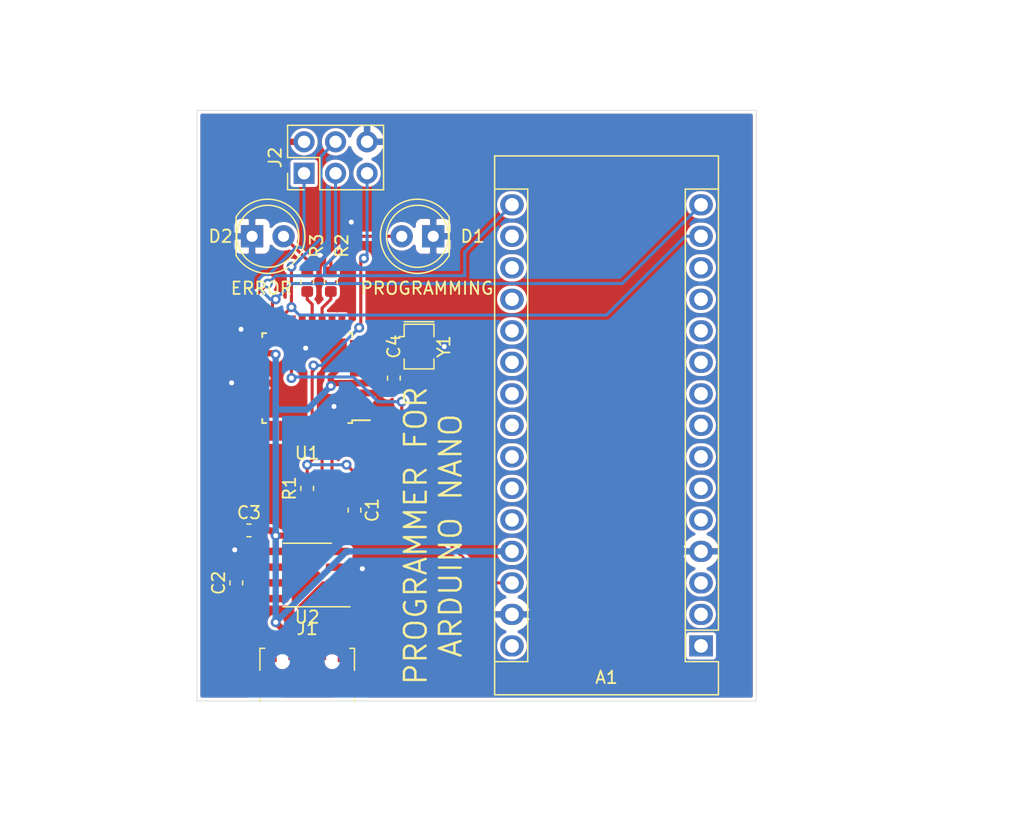
<source format=kicad_pcb>
(kicad_pcb (version 20171130) (host pcbnew "(5.1.5)-3")

  (general
    (thickness 1.6)
    (drawings 7)
    (tracks 155)
    (zones 0)
    (modules 15)
    (nets 59)
  )

  (page A4)
  (layers
    (0 F.Cu signal)
    (31 B.Cu signal)
    (32 B.Adhes user)
    (33 F.Adhes user)
    (34 B.Paste user)
    (35 F.Paste user)
    (36 B.SilkS user)
    (37 F.SilkS user)
    (38 B.Mask user)
    (39 F.Mask user)
    (40 Dwgs.User user)
    (41 Cmts.User user)
    (42 Eco1.User user)
    (43 Eco2.User user)
    (44 Edge.Cuts user)
    (45 Margin user)
    (46 B.CrtYd user)
    (47 F.CrtYd user)
    (48 B.Fab user)
    (49 F.Fab user)
  )

  (setup
    (last_trace_width 0.25)
    (user_trace_width 0.508)
    (trace_clearance 0.2)
    (zone_clearance 0.254)
    (zone_45_only no)
    (trace_min 0.25)
    (via_size 0.8)
    (via_drill 0.4)
    (via_min_size 0.4)
    (via_min_drill 0.3)
    (uvia_size 0.3)
    (uvia_drill 0.1)
    (uvias_allowed no)
    (uvia_min_size 0.2)
    (uvia_min_drill 0.1)
    (edge_width 0.05)
    (segment_width 0.2)
    (pcb_text_width 0.3)
    (pcb_text_size 1.5 1.5)
    (mod_edge_width 0.12)
    (mod_text_size 1 1)
    (mod_text_width 0.15)
    (pad_size 1.9 1.7)
    (pad_drill 1.1)
    (pad_to_mask_clearance 0.051)
    (solder_mask_min_width 0.25)
    (aux_axis_origin 0 0)
    (visible_elements 7FFFFFFF)
    (pcbplotparams
      (layerselection 0x010fc_ffffffff)
      (usegerberextensions false)
      (usegerberattributes false)
      (usegerberadvancedattributes false)
      (creategerberjobfile false)
      (excludeedgelayer true)
      (linewidth 0.100000)
      (plotframeref false)
      (viasonmask false)
      (mode 1)
      (useauxorigin false)
      (hpglpennumber 1)
      (hpglpenspeed 20)
      (hpglpendiameter 15.000000)
      (psnegative false)
      (psa4output false)
      (plotreference true)
      (plotvalue true)
      (plotinvisibletext false)
      (padsonsilk false)
      (subtractmaskfromsilk false)
      (outputformat 1)
      (mirror false)
      (drillshape 0)
      (scaleselection 1)
      (outputdirectory "gerbers/"))
  )

  (net 0 "")
  (net 1 "Net-(U1-Pad32)")
  (net 2 "Net-(U1-Pad28)")
  (net 3 "Net-(U1-Pad27)")
  (net 4 "Net-(U1-Pad26)")
  (net 5 "Net-(U1-Pad25)")
  (net 6 "Net-(U1-Pad24)")
  (net 7 "Net-(U1-Pad23)")
  (net 8 "Net-(U1-Pad22)")
  (net 9 "Net-(U1-Pad20)")
  (net 10 "Net-(U1-Pad19)")
  (net 11 "Net-(U1-Pad13)")
  (net 12 "Net-(U1-Pad10)")
  (net 13 "Net-(U1-Pad9)")
  (net 14 "Net-(U1-Pad8)")
  (net 15 "Net-(U1-Pad7)")
  (net 16 "Net-(U1-Pad2)")
  (net 17 "Net-(U1-Pad1)")
  (net 18 GND)
  (net 19 VCC)
  (net 20 TX)
  (net 21 RX)
  (net 22 "Net-(C1-Pad2)")
  (net 23 RESET)
  (net 24 "Net-(C2-Pad1)")
  (net 25 "Net-(J1-Pad3)")
  (net 26 "Net-(J1-Pad4)")
  (net 27 "Net-(J1-Pad2)")
  (net 28 SCK)
  (net 29 MISO)
  (net 30 "Net-(A1-Pad30)")
  (net 31 MOSI)
  (net 32 "Net-(A1-Pad13)")
  (net 33 "Net-(A1-Pad12)")
  (net 34 "Net-(A1-Pad11)")
  (net 35 "Net-(A1-Pad26)")
  (net 36 "Net-(A1-Pad10)")
  (net 37 "Net-(A1-Pad25)")
  (net 38 "Net-(A1-Pad9)")
  (net 39 "Net-(A1-Pad24)")
  (net 40 "Net-(A1-Pad8)")
  (net 41 "Net-(A1-Pad23)")
  (net 42 "Net-(A1-Pad7)")
  (net 43 "Net-(A1-Pad22)")
  (net 44 "Net-(A1-Pad6)")
  (net 45 "Net-(A1-Pad21)")
  (net 46 "Net-(A1-Pad5)")
  (net 47 "Net-(A1-Pad20)")
  (net 48 "Net-(A1-Pad19)")
  (net 49 "Net-(A1-Pad3)")
  (net 50 "Net-(A1-Pad18)")
  (net 51 "Net-(A1-Pad2)")
  (net 52 "Net-(A1-Pad17)")
  (net 53 "Net-(A1-Pad1)")
  (net 54 "Net-(D1-Pad2)")
  (net 55 "Net-(D2-Pad2)")
  (net 56 "Net-(R2-Pad2)")
  (net 57 "Net-(R3-Pad2)")
  (net 58 TARGET_RESET)

  (net_class Default "This is the default net class."
    (clearance 0.2)
    (trace_width 0.25)
    (via_dia 0.8)
    (via_drill 0.4)
    (uvia_dia 0.3)
    (uvia_drill 0.1)
    (add_net GND)
    (add_net MISO)
    (add_net MOSI)
    (add_net "Net-(A1-Pad1)")
    (add_net "Net-(A1-Pad10)")
    (add_net "Net-(A1-Pad11)")
    (add_net "Net-(A1-Pad12)")
    (add_net "Net-(A1-Pad13)")
    (add_net "Net-(A1-Pad17)")
    (add_net "Net-(A1-Pad18)")
    (add_net "Net-(A1-Pad19)")
    (add_net "Net-(A1-Pad2)")
    (add_net "Net-(A1-Pad20)")
    (add_net "Net-(A1-Pad21)")
    (add_net "Net-(A1-Pad22)")
    (add_net "Net-(A1-Pad23)")
    (add_net "Net-(A1-Pad24)")
    (add_net "Net-(A1-Pad25)")
    (add_net "Net-(A1-Pad26)")
    (add_net "Net-(A1-Pad3)")
    (add_net "Net-(A1-Pad30)")
    (add_net "Net-(A1-Pad5)")
    (add_net "Net-(A1-Pad6)")
    (add_net "Net-(A1-Pad7)")
    (add_net "Net-(A1-Pad8)")
    (add_net "Net-(A1-Pad9)")
    (add_net "Net-(C1-Pad2)")
    (add_net "Net-(C2-Pad1)")
    (add_net "Net-(D1-Pad2)")
    (add_net "Net-(D2-Pad2)")
    (add_net "Net-(J1-Pad2)")
    (add_net "Net-(J1-Pad3)")
    (add_net "Net-(J1-Pad4)")
    (add_net "Net-(R2-Pad2)")
    (add_net "Net-(R3-Pad2)")
    (add_net "Net-(U1-Pad1)")
    (add_net "Net-(U1-Pad10)")
    (add_net "Net-(U1-Pad13)")
    (add_net "Net-(U1-Pad19)")
    (add_net "Net-(U1-Pad2)")
    (add_net "Net-(U1-Pad20)")
    (add_net "Net-(U1-Pad22)")
    (add_net "Net-(U1-Pad23)")
    (add_net "Net-(U1-Pad24)")
    (add_net "Net-(U1-Pad25)")
    (add_net "Net-(U1-Pad26)")
    (add_net "Net-(U1-Pad27)")
    (add_net "Net-(U1-Pad28)")
    (add_net "Net-(U1-Pad32)")
    (add_net "Net-(U1-Pad7)")
    (add_net "Net-(U1-Pad8)")
    (add_net "Net-(U1-Pad9)")
    (add_net RESET)
    (add_net RX)
    (add_net SCK)
    (add_net TARGET_RESET)
    (add_net TX)
    (add_net VCC)
  )

  (module Module:Arduino_Nano (layer F.Cu) (tedit 6049CC9B) (tstamp 5E93ACFD)
    (at 111.125 113.03 180)
    (descr "Arduino Nano, http://www.mouser.com/pdfdocs/Gravitech_Arduino_Nano3_0.pdf")
    (tags "Arduino Nano")
    (path /5E95C968)
    (fp_text reference A1 (at 7.62 -2.54) (layer F.SilkS)
      (effects (font (size 1 1) (thickness 0.15)))
    )
    (fp_text value "REMOVABLE NANO" (at 8.89 19.05 90) (layer F.Fab)
      (effects (font (size 1 1) (thickness 0.15)))
    )
    (fp_line (start 16.75 42.16) (end -1.53 42.16) (layer F.CrtYd) (width 0.05))
    (fp_line (start 16.75 42.16) (end 16.75 -4.06) (layer F.CrtYd) (width 0.05))
    (fp_line (start -1.53 -4.06) (end -1.53 42.16) (layer F.CrtYd) (width 0.05))
    (fp_line (start -1.53 -4.06) (end 16.75 -4.06) (layer F.CrtYd) (width 0.05))
    (fp_line (start 16.51 -3.81) (end 16.51 39.37) (layer F.Fab) (width 0.1))
    (fp_line (start 0 -3.81) (end 16.51 -3.81) (layer F.Fab) (width 0.1))
    (fp_line (start -1.27 -2.54) (end 0 -3.81) (layer F.Fab) (width 0.1))
    (fp_line (start -1.27 39.37) (end -1.27 -2.54) (layer F.Fab) (width 0.1))
    (fp_line (start 16.51 39.37) (end -1.27 39.37) (layer F.Fab) (width 0.1))
    (fp_line (start 16.64 -3.94) (end -1.4 -3.94) (layer F.SilkS) (width 0.12))
    (fp_line (start 16.64 39.5) (end 16.64 -3.94) (layer F.SilkS) (width 0.12))
    (fp_line (start -1.4 39.5) (end 16.64 39.5) (layer F.SilkS) (width 0.12))
    (fp_line (start 3.81 41.91) (end 3.81 31.75) (layer F.Fab) (width 0.1))
    (fp_line (start 11.43 41.91) (end 3.81 41.91) (layer F.Fab) (width 0.1))
    (fp_line (start 11.43 31.75) (end 11.43 41.91) (layer F.Fab) (width 0.1))
    (fp_line (start 3.81 31.75) (end 11.43 31.75) (layer F.Fab) (width 0.1))
    (fp_line (start 1.27 36.83) (end -1.4 36.83) (layer F.SilkS) (width 0.12))
    (fp_line (start 1.27 1.27) (end 1.27 36.83) (layer F.SilkS) (width 0.12))
    (fp_line (start 1.27 1.27) (end -1.4 1.27) (layer F.SilkS) (width 0.12))
    (fp_line (start 13.97 36.83) (end 16.64 36.83) (layer F.SilkS) (width 0.12))
    (fp_line (start 13.97 -1.27) (end 13.97 36.83) (layer F.SilkS) (width 0.12))
    (fp_line (start 13.97 -1.27) (end 16.64 -1.27) (layer F.SilkS) (width 0.12))
    (fp_line (start -1.4 -3.94) (end -1.4 -1.27) (layer F.SilkS) (width 0.12))
    (fp_line (start -1.4 1.27) (end -1.4 39.5) (layer F.SilkS) (width 0.12))
    (fp_line (start 1.27 -1.27) (end -1.4 -1.27) (layer F.SilkS) (width 0.12))
    (fp_line (start 1.27 1.27) (end 1.27 -1.27) (layer F.SilkS) (width 0.12))
    (fp_text user %R (at 6.35 19.05 90) (layer F.Fab)
      (effects (font (size 1 1) (thickness 0.15)))
    )
    (pad 16 thru_hole oval (at 15.24 35.56 180) (size 1.9 1.7) (drill 1.1) (layers *.Cu *.Mask)
      (net 28 SCK))
    (pad 15 thru_hole oval (at 0 35.56 180) (size 1.9 1.7) (drill 1.1) (layers *.Cu *.Mask)
      (net 29 MISO))
    (pad 30 thru_hole oval (at 15.24 0 180) (size 1.9 1.7) (drill 1.1) (layers *.Cu *.Mask)
      (net 30 "Net-(A1-Pad30)"))
    (pad 14 thru_hole oval (at 0 33.02 180) (size 1.9 1.7) (drill 1.1) (layers *.Cu *.Mask)
      (net 31 MOSI))
    (pad 29 thru_hole oval (at 15.24 2.54 180) (size 1.9 1.7) (drill 1.1) (layers *.Cu *.Mask)
      (net 18 GND))
    (pad 13 thru_hole oval (at 0 30.48 180) (size 1.9 1.7) (drill 1.1) (layers *.Cu *.Mask)
      (net 32 "Net-(A1-Pad13)"))
    (pad 28 thru_hole oval (at 15.24 5.08 180) (size 1.9 1.7) (drill 1.1) (layers *.Cu *.Mask)
      (net 58 TARGET_RESET))
    (pad 12 thru_hole oval (at 0 27.94 180) (size 1.9 1.7) (drill 1.1) (layers *.Cu *.Mask)
      (net 33 "Net-(A1-Pad12)"))
    (pad 27 thru_hole oval (at 15.24 7.62 180) (size 1.9 1.7) (drill 1.1) (layers *.Cu *.Mask)
      (net 19 VCC))
    (pad 11 thru_hole oval (at 0 25.4 180) (size 1.9 1.7) (drill 1.1) (layers *.Cu *.Mask)
      (net 34 "Net-(A1-Pad11)"))
    (pad 26 thru_hole oval (at 15.24 10.16 180) (size 1.9 1.7) (drill 1.1) (layers *.Cu *.Mask)
      (net 35 "Net-(A1-Pad26)"))
    (pad 10 thru_hole oval (at 0 22.86 180) (size 1.9 1.7) (drill 1.1) (layers *.Cu *.Mask)
      (net 36 "Net-(A1-Pad10)"))
    (pad 25 thru_hole oval (at 15.24 12.7 180) (size 1.9 1.7) (drill 1.1) (layers *.Cu *.Mask)
      (net 37 "Net-(A1-Pad25)"))
    (pad 9 thru_hole oval (at 0 20.32 180) (size 1.9 1.7) (drill 1.1) (layers *.Cu *.Mask)
      (net 38 "Net-(A1-Pad9)"))
    (pad 24 thru_hole oval (at 15.24 15.24 180) (size 1.9 1.7) (drill 1.1) (layers *.Cu *.Mask)
      (net 39 "Net-(A1-Pad24)"))
    (pad 8 thru_hole oval (at 0 17.78 180) (size 1.9 1.7) (drill 1.1) (layers *.Cu *.Mask)
      (net 40 "Net-(A1-Pad8)"))
    (pad 23 thru_hole oval (at 15.24 17.78 180) (size 1.9 1.7) (drill 1.1) (layers *.Cu *.Mask)
      (net 41 "Net-(A1-Pad23)"))
    (pad 7 thru_hole oval (at 0 15.24 180) (size 1.9 1.7) (drill 1.1) (layers *.Cu *.Mask)
      (net 42 "Net-(A1-Pad7)"))
    (pad 22 thru_hole oval (at 15.24 20.32 180) (size 1.9 1.7) (drill 1.1) (layers *.Cu *.Mask)
      (net 43 "Net-(A1-Pad22)"))
    (pad 6 thru_hole oval (at 0 12.7 180) (size 1.9 1.7) (drill 1.1) (layers *.Cu *.Mask)
      (net 44 "Net-(A1-Pad6)"))
    (pad 21 thru_hole oval (at 15.24 22.86 180) (size 1.9 1.7) (drill 1.1) (layers *.Cu *.Mask)
      (net 45 "Net-(A1-Pad21)"))
    (pad 5 thru_hole oval (at 0 10.16 180) (size 1.9 1.7) (drill 1.1) (layers *.Cu *.Mask)
      (net 46 "Net-(A1-Pad5)"))
    (pad 20 thru_hole oval (at 15.24 25.4 180) (size 1.9 1.7) (drill 1.1) (layers *.Cu *.Mask)
      (net 47 "Net-(A1-Pad20)"))
    (pad 4 thru_hole oval (at 0 7.62 180) (size 1.9 1.7) (drill 1.1) (layers *.Cu *.Mask)
      (net 18 GND))
    (pad 19 thru_hole oval (at 15.24 27.94 180) (size 1.9 1.7) (drill 1.1) (layers *.Cu *.Mask)
      (net 48 "Net-(A1-Pad19)"))
    (pad 3 thru_hole oval (at 0 5.08 180) (size 1.9 1.7) (drill 1.1) (layers *.Cu *.Mask)
      (net 49 "Net-(A1-Pad3)"))
    (pad 18 thru_hole oval (at 15.24 30.48 180) (size 1.9 1.7) (drill 1.1) (layers *.Cu *.Mask)
      (net 50 "Net-(A1-Pad18)"))
    (pad 2 thru_hole oval (at 0 2.54 180) (size 1.9 1.7) (drill 1.1) (layers *.Cu *.Mask)
      (net 51 "Net-(A1-Pad2)"))
    (pad 17 thru_hole oval (at 15.24 33.02 180) (size 1.9 1.7) (drill 1.1) (layers *.Cu *.Mask)
      (net 52 "Net-(A1-Pad17)"))
    (pad 1 thru_hole rect (at 0 0 180) (size 1.9 1.7) (drill 1.1) (layers *.Cu *.Mask)
      (net 53 "Net-(A1-Pad1)"))
    (model ${KISYS3DMOD}/Module.3dshapes/Arduino_Nano_WithMountingHoles.wrl
      (at (xyz 0 0 0))
      (scale (xyz 1 1 1))
      (rotate (xyz 0 0 0))
    )
  )

  (module MicroUsb:USB_Micro (layer F.Cu) (tedit 5FF6C0B6) (tstamp 5E93A151)
    (at 79.375 114.935)
    (descr "Micro USB B receptable with flange, bottom-mount, SMD, right-angle (http://www.molex.com/pdm_docs/sd/473460001_sd.pdf)")
    (tags "Micro B USB SMD")
    (path /5E9526A2)
    (attr smd)
    (fp_text reference J1 (at 0 -3.3 180) (layer F.SilkS)
      (effects (font (size 1 1) (thickness 0.15)))
    )
    (fp_text value USB_B_Micro (at 0 4.6 180) (layer F.Fab)
      (effects (font (size 1 1) (thickness 0.15)))
    )
    (fp_line (start -3.25 2.65) (end 3.25 2.65) (layer F.Fab) (width 0.1))
    (fp_line (start -3.81 2.6) (end -3.81 2.34) (layer F.SilkS) (width 0.12))
    (fp_line (start -3.81 0.06) (end -3.81 -1.71) (layer F.SilkS) (width 0.12))
    (fp_line (start -3.81 -1.71) (end -3.43 -1.71) (layer F.SilkS) (width 0.12))
    (fp_line (start 3.81 -1.71) (end 3.81 0.06) (layer F.SilkS) (width 0.12))
    (fp_line (start 3.81 2.34) (end 3.81 2.6) (layer F.SilkS) (width 0.12))
    (fp_line (start -3.75 3.35) (end -3.75 -1.65) (layer F.Fab) (width 0.1))
    (fp_line (start -3.75 -1.65) (end 3.75 -1.65) (layer F.Fab) (width 0.1))
    (fp_line (start 3.75 -1.65) (end 3.75 3.35) (layer F.Fab) (width 0.1))
    (fp_line (start 3.75 3.35) (end -3.75 3.35) (layer F.Fab) (width 0.1))
    (fp_line (start -4.7 3.85) (end -4.7 -2.65) (layer F.CrtYd) (width 0.05))
    (fp_line (start -4.7 -2.65) (end 4.7 -2.65) (layer F.CrtYd) (width 0.05))
    (fp_line (start 4.7 -2.65) (end 4.7 3.85) (layer F.CrtYd) (width 0.05))
    (fp_line (start 4.7 3.85) (end -4.7 3.85) (layer F.CrtYd) (width 0.05))
    (fp_line (start 3.81 -1.71) (end 3.43 -1.71) (layer F.SilkS) (width 0.12))
    (fp_text user %R (at 0 1.2) (layer F.Fab)
      (effects (font (size 1 1) (thickness 0.15)))
    )
    (fp_text user "PCB Edge" (at 0 2.67 180) (layer Dwgs.User)
      (effects (font (size 0.4 0.4) (thickness 0.04)))
    )
    (pad "" np_thru_hole circle (at -2.005 -0.635) (size 0.7 0.7) (drill 0.7) (layers *.Cu *.Mask))
    (pad "" np_thru_hole circle (at 2.005 -0.635) (size 0.7 0.7) (drill 0.7) (layers *.Cu *.Mask))
    (pad 6 smd rect (at 3.375 1.2) (size 1.65 1.3) (layers F.Cu F.Paste F.Mask)
      (net 18 GND))
    (pad 6 smd rect (at -3.375 1.2) (size 1.65 1.3) (layers F.Cu F.Paste F.Mask)
      (net 18 GND))
    (pad 6 smd rect (at 3.175 -1.375) (size 1.425 1.55) (layers F.Cu F.Paste F.Mask)
      (net 18 GND))
    (pad 6 smd rect (at -3.175 -1.375) (size 1.425 1.55) (layers F.Cu F.Paste F.Mask)
      (net 18 GND))
    (pad 5 smd rect (at 1.3 -1.46) (size 0.45 1.38) (layers F.Cu F.Paste F.Mask)
      (net 18 GND))
    (pad 4 smd rect (at 0.65 -1.46) (size 0.45 1.38) (layers F.Cu F.Paste F.Mask)
      (net 26 "Net-(J1-Pad4)"))
    (pad 3 smd rect (at 0 -1.46) (size 0.45 1.38) (layers F.Cu F.Paste F.Mask)
      (net 25 "Net-(J1-Pad3)"))
    (pad 2 smd rect (at -0.65 -1.46) (size 0.45 1.38) (layers F.Cu F.Paste F.Mask)
      (net 27 "Net-(J1-Pad2)"))
    (pad 1 smd rect (at -1.3 -1.46) (size 0.45 1.38) (layers F.Cu F.Paste F.Mask)
      (net 19 VCC))
    (model ${KISYS3DMOD}/Connector_USB.3dshapes/USB_Micro-B_Molex_47346-0001.wrl
      (at (xyz 0 0 0))
      (scale (xyz 1 1 1))
      (rotate (xyz 0 0 0))
    )
  )

  (module Connector_PinHeader_2.54mm:PinHeader_2x03_P2.54mm_Vertical (layer F.Cu) (tedit 59FED5CC) (tstamp 5FF6CD18)
    (at 79.121 74.93 90)
    (descr "Through hole straight pin header, 2x03, 2.54mm pitch, double rows")
    (tags "Through hole pin header THT 2x03 2.54mm double row")
    (path /5FF6CF16)
    (fp_text reference J2 (at 1.27 -2.33 90) (layer F.SilkS)
      (effects (font (size 1 1) (thickness 0.15)))
    )
    (fp_text value AVR-ISP-6 (at 1.27 7.41 90) (layer F.Fab)
      (effects (font (size 1 1) (thickness 0.15)))
    )
    (fp_text user %R (at 1.27 2.54) (layer F.Fab)
      (effects (font (size 1 1) (thickness 0.15)))
    )
    (fp_line (start 4.35 -1.8) (end -1.8 -1.8) (layer F.CrtYd) (width 0.05))
    (fp_line (start 4.35 6.85) (end 4.35 -1.8) (layer F.CrtYd) (width 0.05))
    (fp_line (start -1.8 6.85) (end 4.35 6.85) (layer F.CrtYd) (width 0.05))
    (fp_line (start -1.8 -1.8) (end -1.8 6.85) (layer F.CrtYd) (width 0.05))
    (fp_line (start -1.33 -1.33) (end 0 -1.33) (layer F.SilkS) (width 0.12))
    (fp_line (start -1.33 0) (end -1.33 -1.33) (layer F.SilkS) (width 0.12))
    (fp_line (start 1.27 -1.33) (end 3.87 -1.33) (layer F.SilkS) (width 0.12))
    (fp_line (start 1.27 1.27) (end 1.27 -1.33) (layer F.SilkS) (width 0.12))
    (fp_line (start -1.33 1.27) (end 1.27 1.27) (layer F.SilkS) (width 0.12))
    (fp_line (start 3.87 -1.33) (end 3.87 6.41) (layer F.SilkS) (width 0.12))
    (fp_line (start -1.33 1.27) (end -1.33 6.41) (layer F.SilkS) (width 0.12))
    (fp_line (start -1.33 6.41) (end 3.87 6.41) (layer F.SilkS) (width 0.12))
    (fp_line (start -1.27 0) (end 0 -1.27) (layer F.Fab) (width 0.1))
    (fp_line (start -1.27 6.35) (end -1.27 0) (layer F.Fab) (width 0.1))
    (fp_line (start 3.81 6.35) (end -1.27 6.35) (layer F.Fab) (width 0.1))
    (fp_line (start 3.81 -1.27) (end 3.81 6.35) (layer F.Fab) (width 0.1))
    (fp_line (start 0 -1.27) (end 3.81 -1.27) (layer F.Fab) (width 0.1))
    (pad 6 thru_hole oval (at 2.54 5.08 90) (size 1.7 1.7) (drill 1) (layers *.Cu *.Mask)
      (net 18 GND))
    (pad 5 thru_hole oval (at 0 5.08 90) (size 1.7 1.7) (drill 1) (layers *.Cu *.Mask)
      (net 23 RESET))
    (pad 4 thru_hole oval (at 2.54 2.54 90) (size 1.7 1.7) (drill 1) (layers *.Cu *.Mask)
      (net 31 MOSI))
    (pad 3 thru_hole oval (at 0 2.54 90) (size 1.7 1.7) (drill 1) (layers *.Cu *.Mask)
      (net 28 SCK))
    (pad 2 thru_hole oval (at 2.54 0 90) (size 1.7 1.7) (drill 1) (layers *.Cu *.Mask)
      (net 19 VCC))
    (pad 1 thru_hole rect (at 0 0 90) (size 1.7 1.7) (drill 1) (layers *.Cu *.Mask)
      (net 29 MISO))
    (model ${KISYS3DMOD}/Connector_PinHeader_2.54mm.3dshapes/PinHeader_2x03_P2.54mm_Vertical.wrl
      (at (xyz 0 0 0))
      (scale (xyz 1 1 1))
      (rotate (xyz 0 0 0))
    )
  )

  (module Capacitor_SMD:C_0603_1608Metric (layer F.Cu) (tedit 5B301BBE) (tstamp 5E93BFF6)
    (at 86.36 91.44 270)
    (descr "Capacitor SMD 0603 (1608 Metric), square (rectangular) end terminal, IPC_7351 nominal, (Body size source: http://www.tortai-tech.com/upload/download/2011102023233369053.pdf), generated with kicad-footprint-generator")
    (tags capacitor)
    (path /5E974D3E)
    (attr smd)
    (fp_text reference C4 (at -2.54 0 90) (layer F.SilkS)
      (effects (font (size 1 1) (thickness 0.15)))
    )
    (fp_text value 100nF (at 0 1.43 90) (layer F.Fab)
      (effects (font (size 1 1) (thickness 0.15)))
    )
    (fp_text user %R (at 0 0 90) (layer F.Fab)
      (effects (font (size 0.4 0.4) (thickness 0.06)))
    )
    (fp_line (start 1.48 0.73) (end -1.48 0.73) (layer F.CrtYd) (width 0.05))
    (fp_line (start 1.48 -0.73) (end 1.48 0.73) (layer F.CrtYd) (width 0.05))
    (fp_line (start -1.48 -0.73) (end 1.48 -0.73) (layer F.CrtYd) (width 0.05))
    (fp_line (start -1.48 0.73) (end -1.48 -0.73) (layer F.CrtYd) (width 0.05))
    (fp_line (start -0.162779 0.51) (end 0.162779 0.51) (layer F.SilkS) (width 0.12))
    (fp_line (start -0.162779 -0.51) (end 0.162779 -0.51) (layer F.SilkS) (width 0.12))
    (fp_line (start 0.8 0.4) (end -0.8 0.4) (layer F.Fab) (width 0.1))
    (fp_line (start 0.8 -0.4) (end 0.8 0.4) (layer F.Fab) (width 0.1))
    (fp_line (start -0.8 -0.4) (end 0.8 -0.4) (layer F.Fab) (width 0.1))
    (fp_line (start -0.8 0.4) (end -0.8 -0.4) (layer F.Fab) (width 0.1))
    (pad 2 smd roundrect (at 0.7875 0 270) (size 0.875 0.95) (layers F.Cu F.Paste F.Mask) (roundrect_rratio 0.25)
      (net 18 GND))
    (pad 1 smd roundrect (at -0.7875 0 270) (size 0.875 0.95) (layers F.Cu F.Paste F.Mask) (roundrect_rratio 0.25)
      (net 19 VCC))
    (model ${KISYS3DMOD}/Capacitor_SMD.3dshapes/C_0603_1608Metric.wrl
      (at (xyz 0 0 0))
      (scale (xyz 1 1 1))
      (rotate (xyz 0 0 0))
    )
  )

  (module Capacitor_SMD:C_0603_1608Metric (layer F.Cu) (tedit 5B301BBE) (tstamp 5E93BFE5)
    (at 74.680417 103.718462)
    (descr "Capacitor SMD 0603 (1608 Metric), square (rectangular) end terminal, IPC_7351 nominal, (Body size source: http://www.tortai-tech.com/upload/download/2011102023233369053.pdf), generated with kicad-footprint-generator")
    (tags capacitor)
    (path /5E975333)
    (attr smd)
    (fp_text reference C3 (at 0 -1.43) (layer F.SilkS)
      (effects (font (size 1 1) (thickness 0.15)))
    )
    (fp_text value 100nF (at 0 1.43) (layer F.Fab)
      (effects (font (size 1 1) (thickness 0.15)))
    )
    (fp_text user %R (at 0 0) (layer F.Fab)
      (effects (font (size 0.4 0.4) (thickness 0.06)))
    )
    (fp_line (start 1.48 0.73) (end -1.48 0.73) (layer F.CrtYd) (width 0.05))
    (fp_line (start 1.48 -0.73) (end 1.48 0.73) (layer F.CrtYd) (width 0.05))
    (fp_line (start -1.48 -0.73) (end 1.48 -0.73) (layer F.CrtYd) (width 0.05))
    (fp_line (start -1.48 0.73) (end -1.48 -0.73) (layer F.CrtYd) (width 0.05))
    (fp_line (start -0.162779 0.51) (end 0.162779 0.51) (layer F.SilkS) (width 0.12))
    (fp_line (start -0.162779 -0.51) (end 0.162779 -0.51) (layer F.SilkS) (width 0.12))
    (fp_line (start 0.8 0.4) (end -0.8 0.4) (layer F.Fab) (width 0.1))
    (fp_line (start 0.8 -0.4) (end 0.8 0.4) (layer F.Fab) (width 0.1))
    (fp_line (start -0.8 -0.4) (end 0.8 -0.4) (layer F.Fab) (width 0.1))
    (fp_line (start -0.8 0.4) (end -0.8 -0.4) (layer F.Fab) (width 0.1))
    (pad 2 smd roundrect (at 0.7875 0) (size 0.875 0.95) (layers F.Cu F.Paste F.Mask) (roundrect_rratio 0.25)
      (net 19 VCC))
    (pad 1 smd roundrect (at -0.7875 0) (size 0.875 0.95) (layers F.Cu F.Paste F.Mask) (roundrect_rratio 0.25)
      (net 18 GND))
    (model ${KISYS3DMOD}/Capacitor_SMD.3dshapes/C_0603_1608Metric.wrl
      (at (xyz 0 0 0))
      (scale (xyz 1 1 1))
      (rotate (xyz 0 0 0))
    )
  )

  (module Resistor_SMD:R_0603_1608Metric (layer F.Cu) (tedit 5B301BBD) (tstamp 5E93ADF3)
    (at 79.375 83.6675 270)
    (descr "Resistor SMD 0603 (1608 Metric), square (rectangular) end terminal, IPC_7351 nominal, (Body size source: http://www.tortai-tech.com/upload/download/2011102023233369053.pdf), generated with kicad-footprint-generator")
    (tags resistor)
    (path /5E967F0B)
    (attr smd)
    (fp_text reference R3 (at -2.8955 -0.762 90) (layer F.SilkS)
      (effects (font (size 1 1) (thickness 0.15)))
    )
    (fp_text value 1k (at 0 1.43 90) (layer F.Fab)
      (effects (font (size 1 1) (thickness 0.15)))
    )
    (fp_text user %R (at 0 0 90) (layer F.Fab)
      (effects (font (size 0.4 0.4) (thickness 0.06)))
    )
    (fp_line (start 1.48 0.73) (end -1.48 0.73) (layer F.CrtYd) (width 0.05))
    (fp_line (start 1.48 -0.73) (end 1.48 0.73) (layer F.CrtYd) (width 0.05))
    (fp_line (start -1.48 -0.73) (end 1.48 -0.73) (layer F.CrtYd) (width 0.05))
    (fp_line (start -1.48 0.73) (end -1.48 -0.73) (layer F.CrtYd) (width 0.05))
    (fp_line (start -0.162779 0.51) (end 0.162779 0.51) (layer F.SilkS) (width 0.12))
    (fp_line (start -0.162779 -0.51) (end 0.162779 -0.51) (layer F.SilkS) (width 0.12))
    (fp_line (start 0.8 0.4) (end -0.8 0.4) (layer F.Fab) (width 0.1))
    (fp_line (start 0.8 -0.4) (end 0.8 0.4) (layer F.Fab) (width 0.1))
    (fp_line (start -0.8 -0.4) (end 0.8 -0.4) (layer F.Fab) (width 0.1))
    (fp_line (start -0.8 0.4) (end -0.8 -0.4) (layer F.Fab) (width 0.1))
    (pad 2 smd roundrect (at 0.7875 0 270) (size 0.875 0.95) (layers F.Cu F.Paste F.Mask) (roundrect_rratio 0.25)
      (net 57 "Net-(R3-Pad2)"))
    (pad 1 smd roundrect (at -0.7875 0 270) (size 0.875 0.95) (layers F.Cu F.Paste F.Mask) (roundrect_rratio 0.25)
      (net 55 "Net-(D2-Pad2)"))
    (model ${KISYS3DMOD}/Resistor_SMD.3dshapes/R_0603_1608Metric.wrl
      (at (xyz 0 0 0))
      (scale (xyz 1 1 1))
      (rotate (xyz 0 0 0))
    )
  )

  (module Resistor_SMD:R_0603_1608Metric (layer F.Cu) (tedit 5B301BBD) (tstamp 5E93ADE2)
    (at 81.28 83.6675 270)
    (descr "Resistor SMD 0603 (1608 Metric), square (rectangular) end terminal, IPC_7351 nominal, (Body size source: http://www.tortai-tech.com/upload/download/2011102023233369053.pdf), generated with kicad-footprint-generator")
    (tags resistor)
    (path /5E968D8B)
    (attr smd)
    (fp_text reference R2 (at -2.8955 -0.889 90) (layer F.SilkS)
      (effects (font (size 1 1) (thickness 0.15)))
    )
    (fp_text value 1k (at 0 1.43 90) (layer F.Fab)
      (effects (font (size 1 1) (thickness 0.15)))
    )
    (fp_text user %R (at 0 0 90) (layer F.Fab)
      (effects (font (size 0.4 0.4) (thickness 0.06)))
    )
    (fp_line (start 1.48 0.73) (end -1.48 0.73) (layer F.CrtYd) (width 0.05))
    (fp_line (start 1.48 -0.73) (end 1.48 0.73) (layer F.CrtYd) (width 0.05))
    (fp_line (start -1.48 -0.73) (end 1.48 -0.73) (layer F.CrtYd) (width 0.05))
    (fp_line (start -1.48 0.73) (end -1.48 -0.73) (layer F.CrtYd) (width 0.05))
    (fp_line (start -0.162779 0.51) (end 0.162779 0.51) (layer F.SilkS) (width 0.12))
    (fp_line (start -0.162779 -0.51) (end 0.162779 -0.51) (layer F.SilkS) (width 0.12))
    (fp_line (start 0.8 0.4) (end -0.8 0.4) (layer F.Fab) (width 0.1))
    (fp_line (start 0.8 -0.4) (end 0.8 0.4) (layer F.Fab) (width 0.1))
    (fp_line (start -0.8 -0.4) (end 0.8 -0.4) (layer F.Fab) (width 0.1))
    (fp_line (start -0.8 0.4) (end -0.8 -0.4) (layer F.Fab) (width 0.1))
    (pad 2 smd roundrect (at 0.7875 0 270) (size 0.875 0.95) (layers F.Cu F.Paste F.Mask) (roundrect_rratio 0.25)
      (net 56 "Net-(R2-Pad2)"))
    (pad 1 smd roundrect (at -0.7875 0 270) (size 0.875 0.95) (layers F.Cu F.Paste F.Mask) (roundrect_rratio 0.25)
      (net 54 "Net-(D1-Pad2)"))
    (model ${KISYS3DMOD}/Resistor_SMD.3dshapes/R_0603_1608Metric.wrl
      (at (xyz 0 0 0))
      (scale (xyz 1 1 1))
      (rotate (xyz 0 0 0))
    )
  )

  (module LED_THT:LED_D5.0mm (layer F.Cu) (tedit 5995936A) (tstamp 5E93AD61)
    (at 74.93 80.01)
    (descr "LED, diameter 5.0mm, 2 pins, http://cdn-reichelt.de/documents/datenblatt/A500/LL-504BC2E-009.pdf")
    (tags "LED diameter 5.0mm 2 pins")
    (path /5E965CA5)
    (fp_text reference D2 (at -2.54 0) (layer F.SilkS)
      (effects (font (size 1 1) (thickness 0.15)))
    )
    (fp_text value LED (at 1.27 3.96) (layer F.Fab)
      (effects (font (size 1 1) (thickness 0.15)))
    )
    (fp_text user %R (at 1.25 0) (layer F.Fab)
      (effects (font (size 0.8 0.8) (thickness 0.2)))
    )
    (fp_line (start 4.5 -3.25) (end -1.95 -3.25) (layer F.CrtYd) (width 0.05))
    (fp_line (start 4.5 3.25) (end 4.5 -3.25) (layer F.CrtYd) (width 0.05))
    (fp_line (start -1.95 3.25) (end 4.5 3.25) (layer F.CrtYd) (width 0.05))
    (fp_line (start -1.95 -3.25) (end -1.95 3.25) (layer F.CrtYd) (width 0.05))
    (fp_line (start -1.29 -1.545) (end -1.29 1.545) (layer F.SilkS) (width 0.12))
    (fp_line (start -1.23 -1.469694) (end -1.23 1.469694) (layer F.Fab) (width 0.1))
    (fp_circle (center 1.27 0) (end 3.77 0) (layer F.SilkS) (width 0.12))
    (fp_circle (center 1.27 0) (end 3.77 0) (layer F.Fab) (width 0.1))
    (fp_arc (start 1.27 0) (end -1.29 1.54483) (angle -148.9) (layer F.SilkS) (width 0.12))
    (fp_arc (start 1.27 0) (end -1.29 -1.54483) (angle 148.9) (layer F.SilkS) (width 0.12))
    (fp_arc (start 1.27 0) (end -1.23 -1.469694) (angle 299.1) (layer F.Fab) (width 0.1))
    (pad 2 thru_hole circle (at 2.54 0) (size 1.8 1.8) (drill 0.9) (layers *.Cu *.Mask)
      (net 55 "Net-(D2-Pad2)"))
    (pad 1 thru_hole rect (at 0 0) (size 1.8 1.8) (drill 0.9) (layers *.Cu *.Mask)
      (net 18 GND))
    (model ${KISYS3DMOD}/LED_THT.3dshapes/LED_D5.0mm.wrl
      (at (xyz 0 0 0))
      (scale (xyz 1 1 1))
      (rotate (xyz 0 0 0))
    )
  )

  (module LED_THT:LED_D5.0mm (layer F.Cu) (tedit 5995936A) (tstamp 5E93AD4F)
    (at 89.535 80.01 180)
    (descr "LED, diameter 5.0mm, 2 pins, http://cdn-reichelt.de/documents/datenblatt/A500/LL-504BC2E-009.pdf")
    (tags "LED diameter 5.0mm 2 pins")
    (path /5E96955F)
    (fp_text reference D1 (at -3.175 0) (layer F.SilkS)
      (effects (font (size 1 1) (thickness 0.15)))
    )
    (fp_text value LED (at 1.27 3.96) (layer F.Fab)
      (effects (font (size 1 1) (thickness 0.15)))
    )
    (fp_text user %R (at 1.27 0) (layer F.Fab)
      (effects (font (size 0.8 0.8) (thickness 0.2)))
    )
    (fp_line (start 4.5 -3.25) (end -1.95 -3.25) (layer F.CrtYd) (width 0.05))
    (fp_line (start 4.5 3.25) (end 4.5 -3.25) (layer F.CrtYd) (width 0.05))
    (fp_line (start -1.95 3.25) (end 4.5 3.25) (layer F.CrtYd) (width 0.05))
    (fp_line (start -1.95 -3.25) (end -1.95 3.25) (layer F.CrtYd) (width 0.05))
    (fp_line (start -1.29 -1.545) (end -1.29 1.545) (layer F.SilkS) (width 0.12))
    (fp_line (start -1.23 -1.469694) (end -1.23 1.469694) (layer F.Fab) (width 0.1))
    (fp_circle (center 1.27 0) (end 3.77 0) (layer F.SilkS) (width 0.12))
    (fp_circle (center 1.27 0) (end 3.77 0) (layer F.Fab) (width 0.1))
    (fp_arc (start 1.27 0) (end -1.29 1.54483) (angle -148.9) (layer F.SilkS) (width 0.12))
    (fp_arc (start 1.27 0) (end -1.29 -1.54483) (angle 148.9) (layer F.SilkS) (width 0.12))
    (fp_arc (start 1.27 0) (end -1.23 -1.469694) (angle 299.1) (layer F.Fab) (width 0.1))
    (pad 2 thru_hole circle (at 2.54 0 180) (size 1.8 1.8) (drill 0.9) (layers *.Cu *.Mask)
      (net 54 "Net-(D1-Pad2)"))
    (pad 1 thru_hole rect (at 0 0 180) (size 1.8 1.8) (drill 0.9) (layers *.Cu *.Mask)
      (net 18 GND))
    (model ${KISYS3DMOD}/LED_THT.3dshapes/LED_D5.0mm.wrl
      (at (xyz 0 0 0))
      (scale (xyz 1 1 1))
      (rotate (xyz 0 0 0))
    )
  )

  (module Capacitor_SMD:C_0603_1608Metric (layer F.Cu) (tedit 5B301BBE) (tstamp 5E93A128)
    (at 73.66 107.95 90)
    (descr "Capacitor SMD 0603 (1608 Metric), square (rectangular) end terminal, IPC_7351 nominal, (Body size source: http://www.tortai-tech.com/upload/download/2011102023233369053.pdf), generated with kicad-footprint-generator")
    (tags capacitor)
    (path /5E951B97)
    (attr smd)
    (fp_text reference C2 (at 0 -1.43 90) (layer F.SilkS)
      (effects (font (size 1 1) (thickness 0.15)))
    )
    (fp_text value 100nF (at 0 1.43 90) (layer F.Fab)
      (effects (font (size 1 1) (thickness 0.15)))
    )
    (fp_text user %R (at 0 0 90) (layer F.Fab)
      (effects (font (size 0.4 0.4) (thickness 0.06)))
    )
    (fp_line (start 1.48 0.73) (end -1.48 0.73) (layer F.CrtYd) (width 0.05))
    (fp_line (start 1.48 -0.73) (end 1.48 0.73) (layer F.CrtYd) (width 0.05))
    (fp_line (start -1.48 -0.73) (end 1.48 -0.73) (layer F.CrtYd) (width 0.05))
    (fp_line (start -1.48 0.73) (end -1.48 -0.73) (layer F.CrtYd) (width 0.05))
    (fp_line (start -0.162779 0.51) (end 0.162779 0.51) (layer F.SilkS) (width 0.12))
    (fp_line (start -0.162779 -0.51) (end 0.162779 -0.51) (layer F.SilkS) (width 0.12))
    (fp_line (start 0.8 0.4) (end -0.8 0.4) (layer F.Fab) (width 0.1))
    (fp_line (start 0.8 -0.4) (end 0.8 0.4) (layer F.Fab) (width 0.1))
    (fp_line (start -0.8 -0.4) (end 0.8 -0.4) (layer F.Fab) (width 0.1))
    (fp_line (start -0.8 0.4) (end -0.8 -0.4) (layer F.Fab) (width 0.1))
    (pad 2 smd roundrect (at 0.7875 0 90) (size 0.875 0.95) (layers F.Cu F.Paste F.Mask) (roundrect_rratio 0.25)
      (net 18 GND))
    (pad 1 smd roundrect (at -0.7875 0 90) (size 0.875 0.95) (layers F.Cu F.Paste F.Mask) (roundrect_rratio 0.25)
      (net 24 "Net-(C2-Pad1)"))
    (model ${KISYS3DMOD}/Capacitor_SMD.3dshapes/C_0603_1608Metric.wrl
      (at (xyz 0 0 0))
      (scale (xyz 1 1 1))
      (rotate (xyz 0 0 0))
    )
  )

  (module Capacitor_SMD:C_0603_1608Metric (layer F.Cu) (tedit 5B301BBE) (tstamp 5E93A117)
    (at 83.185 102.0825 270)
    (descr "Capacitor SMD 0603 (1608 Metric), square (rectangular) end terminal, IPC_7351 nominal, (Body size source: http://www.tortai-tech.com/upload/download/2011102023233369053.pdf), generated with kicad-footprint-generator")
    (tags capacitor)
    (path /5E94E4C0)
    (attr smd)
    (fp_text reference C1 (at 0 -1.43 90) (layer F.SilkS)
      (effects (font (size 1 1) (thickness 0.15)))
    )
    (fp_text value 100nF (at 0 1.43 90) (layer F.Fab)
      (effects (font (size 1 1) (thickness 0.15)))
    )
    (fp_text user %R (at 0 0 270) (layer F.Fab)
      (effects (font (size 0.4 0.4) (thickness 0.06)))
    )
    (fp_line (start 1.48 0.73) (end -1.48 0.73) (layer F.CrtYd) (width 0.05))
    (fp_line (start 1.48 -0.73) (end 1.48 0.73) (layer F.CrtYd) (width 0.05))
    (fp_line (start -1.48 -0.73) (end 1.48 -0.73) (layer F.CrtYd) (width 0.05))
    (fp_line (start -1.48 0.73) (end -1.48 -0.73) (layer F.CrtYd) (width 0.05))
    (fp_line (start -0.162779 0.51) (end 0.162779 0.51) (layer F.SilkS) (width 0.12))
    (fp_line (start -0.162779 -0.51) (end 0.162779 -0.51) (layer F.SilkS) (width 0.12))
    (fp_line (start 0.8 0.4) (end -0.8 0.4) (layer F.Fab) (width 0.1))
    (fp_line (start 0.8 -0.4) (end 0.8 0.4) (layer F.Fab) (width 0.1))
    (fp_line (start -0.8 -0.4) (end 0.8 -0.4) (layer F.Fab) (width 0.1))
    (fp_line (start -0.8 0.4) (end -0.8 -0.4) (layer F.Fab) (width 0.1))
    (pad 2 smd roundrect (at 0.7875 0 270) (size 0.875 0.95) (layers F.Cu F.Paste F.Mask) (roundrect_rratio 0.25)
      (net 22 "Net-(C1-Pad2)"))
    (pad 1 smd roundrect (at -0.7875 0 270) (size 0.875 0.95) (layers F.Cu F.Paste F.Mask) (roundrect_rratio 0.25)
      (net 23 RESET))
    (model ${KISYS3DMOD}/Capacitor_SMD.3dshapes/C_0603_1608Metric.wrl
      (at (xyz 0 0 0))
      (scale (xyz 1 1 1))
      (rotate (xyz 0 0 0))
    )
  )

  (module Crystal:Resonator_SMD_muRata_CSTxExxV-3Pin_3.0x1.1mm (layer F.Cu) (tedit 5AD358ED) (tstamp 5E938CB4)
    (at 88.392 88.9 270)
    (descr "SMD Resomator/Filter Murata CSTCE, https://www.murata.com/en-eu/products/productdata/8801162264606/SPEC-CSTNE16M0VH3C000R0.pdf")
    (tags "SMD SMT ceramic resonator filter")
    (path /5E944FE5)
    (attr smd)
    (fp_text reference Y1 (at 0 -2 90) (layer F.SilkS)
      (effects (font (size 1 1) (thickness 0.15)))
    )
    (fp_text value 16MHz (at 0 1.8 90) (layer F.Fab)
      (effects (font (size 0.2 0.2) (thickness 0.03)))
    )
    (fp_line (start -1.75 1.2) (end -1.75 -1.2) (layer F.CrtYd) (width 0.05))
    (fp_line (start 1.75 -1.2) (end 1.75 1.2) (layer F.CrtYd) (width 0.05))
    (fp_line (start -1.75 -1.2) (end 1.75 -1.2) (layer F.CrtYd) (width 0.05))
    (fp_line (start 1.75 1.2) (end -1.75 1.2) (layer F.CrtYd) (width 0.05))
    (fp_line (start -1.5 0.3) (end -1.5 -0.8) (layer F.Fab) (width 0.1))
    (fp_line (start -1 0.8) (end 1.5 0.8) (layer F.Fab) (width 0.1))
    (fp_line (start -1 0.8) (end -1.5 0.3) (layer F.Fab) (width 0.1))
    (fp_line (start 1.5 -0.8) (end -1.5 -0.8) (layer F.Fab) (width 0.1))
    (fp_line (start 1.5 0.8) (end 1.5 -0.8) (layer F.Fab) (width 0.1))
    (fp_line (start -2 0.8) (end -2 1.2) (layer F.SilkS) (width 0.12))
    (fp_line (start -1.8 0.8) (end -1.8 1.2) (layer F.SilkS) (width 0.12))
    (fp_line (start 1.8 0.8) (end 1.8 1.2) (layer F.SilkS) (width 0.12))
    (fp_line (start -2 -1.2) (end -2 0.8) (layer F.SilkS) (width 0.12))
    (fp_line (start -0.8 1.2) (end -0.8 1.6) (layer F.SilkS) (width 0.12))
    (fp_line (start -0.8 1.2) (end -1.8 1.2) (layer F.SilkS) (width 0.12))
    (fp_line (start -1.8 0.8) (end -1.8 -1.2) (layer F.SilkS) (width 0.12))
    (fp_line (start -1.8 -1.2) (end -0.8 -1.2) (layer F.SilkS) (width 0.12))
    (fp_line (start 1 -1.2) (end 1.8 -1.2) (layer F.SilkS) (width 0.12))
    (fp_line (start 1.8 -1.2) (end 1.8 0.8) (layer F.SilkS) (width 0.12))
    (fp_line (start 1.8 1.2) (end 1 1.2) (layer F.SilkS) (width 0.12))
    (fp_text user %R (at 0.1 -0.05 90) (layer F.Fab)
      (effects (font (size 0.6 0.6) (thickness 0.08)))
    )
    (pad 3 smd rect (at 1.2 0 270) (size 0.4 1.9) (layers F.Cu F.Paste F.Mask)
      (net 15 "Net-(U1-Pad7)"))
    (pad 2 smd rect (at 0 0 270) (size 0.4 1.9) (layers F.Cu F.Paste F.Mask)
      (net 18 GND))
    (pad 1 smd rect (at -1.2 0 270) (size 0.4 1.9) (layers F.Cu F.Paste F.Mask)
      (net 14 "Net-(U1-Pad8)"))
    (model ${KISYS3DMOD}/Crystal.3dshapes/Resonator_SMD_muRata_CSTxExxV-3Pin_3.0x1.1mm.wrl
      (at (xyz 0 0 0))
      (scale (xyz 1 1 1))
      (rotate (xyz 0 0 0))
    )
  )

  (module Package_SO:SOIC-8_3.9x4.9mm_P1.27mm (layer F.Cu) (tedit 5D9F72B1) (tstamp 5E93958D)
    (at 79.375 107.315 180)
    (descr "SOIC, 8 Pin (JEDEC MS-012AA, https://www.analog.com/media/en/package-pcb-resources/package/pkg_pdf/soic_narrow-r/r_8.pdf), generated with kicad-footprint-generator ipc_gullwing_generator.py")
    (tags "SOIC SO")
    (path /5E94A7E3)
    (attr smd)
    (fp_text reference U2 (at 0 -3.4) (layer F.SilkS)
      (effects (font (size 1 1) (thickness 0.15)))
    )
    (fp_text value CH330N (at 0 3.4) (layer F.Fab)
      (effects (font (size 1 1) (thickness 0.15)))
    )
    (fp_text user %R (at 0 0) (layer F.Fab)
      (effects (font (size 0.98 0.98) (thickness 0.15)))
    )
    (fp_line (start 3.7 -2.7) (end -3.7 -2.7) (layer F.CrtYd) (width 0.05))
    (fp_line (start 3.7 2.7) (end 3.7 -2.7) (layer F.CrtYd) (width 0.05))
    (fp_line (start -3.7 2.7) (end 3.7 2.7) (layer F.CrtYd) (width 0.05))
    (fp_line (start -3.7 -2.7) (end -3.7 2.7) (layer F.CrtYd) (width 0.05))
    (fp_line (start -1.95 -1.475) (end -0.975 -2.45) (layer F.Fab) (width 0.1))
    (fp_line (start -1.95 2.45) (end -1.95 -1.475) (layer F.Fab) (width 0.1))
    (fp_line (start 1.95 2.45) (end -1.95 2.45) (layer F.Fab) (width 0.1))
    (fp_line (start 1.95 -2.45) (end 1.95 2.45) (layer F.Fab) (width 0.1))
    (fp_line (start -0.975 -2.45) (end 1.95 -2.45) (layer F.Fab) (width 0.1))
    (fp_line (start 0 -2.56) (end -3.45 -2.56) (layer F.SilkS) (width 0.12))
    (fp_line (start 0 -2.56) (end 1.95 -2.56) (layer F.SilkS) (width 0.12))
    (fp_line (start 0 2.56) (end -1.95 2.56) (layer F.SilkS) (width 0.12))
    (fp_line (start 0 2.56) (end 1.95 2.56) (layer F.SilkS) (width 0.12))
    (pad 8 smd roundrect (at 2.475 -1.905 180) (size 1.95 0.6) (layers F.Cu F.Paste F.Mask) (roundrect_rratio 0.25)
      (net 24 "Net-(C2-Pad1)"))
    (pad 7 smd roundrect (at 2.475 -0.635 180) (size 1.95 0.6) (layers F.Cu F.Paste F.Mask) (roundrect_rratio 0.25)
      (net 20 TX))
    (pad 6 smd roundrect (at 2.475 0.635 180) (size 1.95 0.6) (layers F.Cu F.Paste F.Mask) (roundrect_rratio 0.25)
      (net 21 RX))
    (pad 5 smd roundrect (at 2.475 1.905 180) (size 1.95 0.6) (layers F.Cu F.Paste F.Mask) (roundrect_rratio 0.25)
      (net 19 VCC))
    (pad 4 smd roundrect (at -2.475 1.905 180) (size 1.95 0.6) (layers F.Cu F.Paste F.Mask) (roundrect_rratio 0.25)
      (net 22 "Net-(C1-Pad2)"))
    (pad 3 smd roundrect (at -2.475 0.635 180) (size 1.95 0.6) (layers F.Cu F.Paste F.Mask) (roundrect_rratio 0.25)
      (net 18 GND))
    (pad 2 smd roundrect (at -2.475 -0.635 180) (size 1.95 0.6) (layers F.Cu F.Paste F.Mask) (roundrect_rratio 0.25)
      (net 27 "Net-(J1-Pad2)"))
    (pad 1 smd roundrect (at -2.475 -1.905 180) (size 1.95 0.6) (layers F.Cu F.Paste F.Mask) (roundrect_rratio 0.25)
      (net 25 "Net-(J1-Pad3)"))
    (model ${KISYS3DMOD}/Package_SO.3dshapes/SOIC-8_3.9x4.9mm_P1.27mm.wrl
      (at (xyz 0 0 0))
      (scale (xyz 1 1 1))
      (rotate (xyz 0 0 0))
    )
  )

  (module Resistor_SMD:R_0603_1608Metric (layer F.Cu) (tedit 5B301BBD) (tstamp 5E9391C4)
    (at 79.375 100.33 90)
    (descr "Resistor SMD 0603 (1608 Metric), square (rectangular) end terminal, IPC_7351 nominal, (Body size source: http://www.tortai-tech.com/upload/download/2011102023233369053.pdf), generated with kicad-footprint-generator")
    (tags resistor)
    (path /5E947C63)
    (attr smd)
    (fp_text reference R1 (at 0 -1.43 90) (layer F.SilkS)
      (effects (font (size 1 1) (thickness 0.15)))
    )
    (fp_text value 10k (at 0 1.43 90) (layer F.Fab)
      (effects (font (size 1 1) (thickness 0.15)))
    )
    (fp_text user %R (at 0 0 90) (layer F.Fab)
      (effects (font (size 0.4 0.4) (thickness 0.06)))
    )
    (fp_line (start 1.48 0.73) (end -1.48 0.73) (layer F.CrtYd) (width 0.05))
    (fp_line (start 1.48 -0.73) (end 1.48 0.73) (layer F.CrtYd) (width 0.05))
    (fp_line (start -1.48 -0.73) (end 1.48 -0.73) (layer F.CrtYd) (width 0.05))
    (fp_line (start -1.48 0.73) (end -1.48 -0.73) (layer F.CrtYd) (width 0.05))
    (fp_line (start -0.162779 0.51) (end 0.162779 0.51) (layer F.SilkS) (width 0.12))
    (fp_line (start -0.162779 -0.51) (end 0.162779 -0.51) (layer F.SilkS) (width 0.12))
    (fp_line (start 0.8 0.4) (end -0.8 0.4) (layer F.Fab) (width 0.1))
    (fp_line (start 0.8 -0.4) (end 0.8 0.4) (layer F.Fab) (width 0.1))
    (fp_line (start -0.8 -0.4) (end 0.8 -0.4) (layer F.Fab) (width 0.1))
    (fp_line (start -0.8 0.4) (end -0.8 -0.4) (layer F.Fab) (width 0.1))
    (pad 2 smd roundrect (at 0.7875 0 90) (size 0.875 0.95) (layers F.Cu F.Paste F.Mask) (roundrect_rratio 0.25)
      (net 23 RESET))
    (pad 1 smd roundrect (at -0.7875 0 90) (size 0.875 0.95) (layers F.Cu F.Paste F.Mask) (roundrect_rratio 0.25)
      (net 19 VCC))
    (model ${KISYS3DMOD}/Resistor_SMD.3dshapes/R_0603_1608Metric.wrl
      (at (xyz 0 0 0))
      (scale (xyz 1 1 1))
      (rotate (xyz 0 0 0))
    )
  )

  (module Package_QFP:TQFP-32_7x7mm_P0.8mm (layer F.Cu) (tedit 5A02F146) (tstamp 5E938A94)
    (at 79.375 91.44 180)
    (descr "32-Lead Plastic Thin Quad Flatpack (PT) - 7x7x1.0 mm Body, 2.00 mm [TQFP] (see Microchip Packaging Specification 00000049BS.pdf)")
    (tags "QFP 0.8")
    (path /5E943859)
    (attr smd)
    (fp_text reference U1 (at 0 -6.05) (layer F.SilkS)
      (effects (font (size 1 1) (thickness 0.15)))
    )
    (fp_text value ATmega328P-AU (at 0 6.05) (layer F.Fab)
      (effects (font (size 1 1) (thickness 0.15)))
    )
    (fp_line (start -3.625 -3.4) (end -5.05 -3.4) (layer F.SilkS) (width 0.15))
    (fp_line (start 3.625 -3.625) (end 3.3 -3.625) (layer F.SilkS) (width 0.15))
    (fp_line (start 3.625 3.625) (end 3.3 3.625) (layer F.SilkS) (width 0.15))
    (fp_line (start -3.625 3.625) (end -3.3 3.625) (layer F.SilkS) (width 0.15))
    (fp_line (start -3.625 -3.625) (end -3.3 -3.625) (layer F.SilkS) (width 0.15))
    (fp_line (start -3.625 3.625) (end -3.625 3.3) (layer F.SilkS) (width 0.15))
    (fp_line (start 3.625 3.625) (end 3.625 3.3) (layer F.SilkS) (width 0.15))
    (fp_line (start 3.625 -3.625) (end 3.625 -3.3) (layer F.SilkS) (width 0.15))
    (fp_line (start -3.625 -3.625) (end -3.625 -3.4) (layer F.SilkS) (width 0.15))
    (fp_line (start -5.3 5.3) (end 5.3 5.3) (layer F.CrtYd) (width 0.05))
    (fp_line (start -5.3 -5.3) (end 5.3 -5.3) (layer F.CrtYd) (width 0.05))
    (fp_line (start 5.3 -5.3) (end 5.3 5.3) (layer F.CrtYd) (width 0.05))
    (fp_line (start -5.3 -5.3) (end -5.3 5.3) (layer F.CrtYd) (width 0.05))
    (fp_line (start -3.5 -2.5) (end -2.5 -3.5) (layer F.Fab) (width 0.15))
    (fp_line (start -3.5 3.5) (end -3.5 -2.5) (layer F.Fab) (width 0.15))
    (fp_line (start 3.5 3.5) (end -3.5 3.5) (layer F.Fab) (width 0.15))
    (fp_line (start 3.5 -3.5) (end 3.5 3.5) (layer F.Fab) (width 0.15))
    (fp_line (start -2.5 -3.5) (end 3.5 -3.5) (layer F.Fab) (width 0.15))
    (fp_text user %R (at 0 0) (layer F.Fab)
      (effects (font (size 1 1) (thickness 0.15)))
    )
    (pad 32 smd rect (at -2.8 -4.25 270) (size 1.6 0.55) (layers F.Cu F.Paste F.Mask)
      (net 1 "Net-(U1-Pad32)"))
    (pad 31 smd rect (at -2 -4.25 270) (size 1.6 0.55) (layers F.Cu F.Paste F.Mask)
      (net 20 TX))
    (pad 30 smd rect (at -1.2 -4.25 270) (size 1.6 0.55) (layers F.Cu F.Paste F.Mask)
      (net 21 RX))
    (pad 29 smd rect (at -0.4 -4.25 270) (size 1.6 0.55) (layers F.Cu F.Paste F.Mask)
      (net 23 RESET))
    (pad 28 smd rect (at 0.4 -4.25 270) (size 1.6 0.55) (layers F.Cu F.Paste F.Mask)
      (net 2 "Net-(U1-Pad28)"))
    (pad 27 smd rect (at 1.2 -4.25 270) (size 1.6 0.55) (layers F.Cu F.Paste F.Mask)
      (net 3 "Net-(U1-Pad27)"))
    (pad 26 smd rect (at 2 -4.25 270) (size 1.6 0.55) (layers F.Cu F.Paste F.Mask)
      (net 4 "Net-(U1-Pad26)"))
    (pad 25 smd rect (at 2.8 -4.25 270) (size 1.6 0.55) (layers F.Cu F.Paste F.Mask)
      (net 5 "Net-(U1-Pad25)"))
    (pad 24 smd rect (at 4.25 -2.8 180) (size 1.6 0.55) (layers F.Cu F.Paste F.Mask)
      (net 6 "Net-(U1-Pad24)"))
    (pad 23 smd rect (at 4.25 -2 180) (size 1.6 0.55) (layers F.Cu F.Paste F.Mask)
      (net 7 "Net-(U1-Pad23)"))
    (pad 22 smd rect (at 4.25 -1.2 180) (size 1.6 0.55) (layers F.Cu F.Paste F.Mask)
      (net 8 "Net-(U1-Pad22)"))
    (pad 21 smd rect (at 4.25 -0.4 180) (size 1.6 0.55) (layers F.Cu F.Paste F.Mask)
      (net 18 GND))
    (pad 20 smd rect (at 4.25 0.4 180) (size 1.6 0.55) (layers F.Cu F.Paste F.Mask)
      (net 9 "Net-(U1-Pad20)"))
    (pad 19 smd rect (at 4.25 1.2 180) (size 1.6 0.55) (layers F.Cu F.Paste F.Mask)
      (net 10 "Net-(U1-Pad19)"))
    (pad 18 smd rect (at 4.25 2 180) (size 1.6 0.55) (layers F.Cu F.Paste F.Mask)
      (net 19 VCC))
    (pad 17 smd rect (at 4.25 2.8 180) (size 1.6 0.55) (layers F.Cu F.Paste F.Mask)
      (net 28 SCK))
    (pad 16 smd rect (at 2.8 4.25 270) (size 1.6 0.55) (layers F.Cu F.Paste F.Mask)
      (net 29 MISO))
    (pad 15 smd rect (at 2 4.25 270) (size 1.6 0.55) (layers F.Cu F.Paste F.Mask)
      (net 31 MOSI))
    (pad 14 smd rect (at 1.2 4.25 270) (size 1.6 0.55) (layers F.Cu F.Paste F.Mask)
      (net 58 TARGET_RESET))
    (pad 13 smd rect (at 0.4 4.25 270) (size 1.6 0.55) (layers F.Cu F.Paste F.Mask)
      (net 11 "Net-(U1-Pad13)"))
    (pad 12 smd rect (at -0.4 4.25 270) (size 1.6 0.55) (layers F.Cu F.Paste F.Mask)
      (net 57 "Net-(R3-Pad2)"))
    (pad 11 smd rect (at -1.2 4.25 270) (size 1.6 0.55) (layers F.Cu F.Paste F.Mask)
      (net 56 "Net-(R2-Pad2)"))
    (pad 10 smd rect (at -2 4.25 270) (size 1.6 0.55) (layers F.Cu F.Paste F.Mask)
      (net 12 "Net-(U1-Pad10)"))
    (pad 9 smd rect (at -2.8 4.25 270) (size 1.6 0.55) (layers F.Cu F.Paste F.Mask)
      (net 13 "Net-(U1-Pad9)"))
    (pad 8 smd rect (at -4.25 2.8 180) (size 1.6 0.55) (layers F.Cu F.Paste F.Mask)
      (net 14 "Net-(U1-Pad8)"))
    (pad 7 smd rect (at -4.25 2 180) (size 1.6 0.55) (layers F.Cu F.Paste F.Mask)
      (net 15 "Net-(U1-Pad7)"))
    (pad 6 smd rect (at -4.25 1.2 180) (size 1.6 0.55) (layers F.Cu F.Paste F.Mask)
      (net 19 VCC))
    (pad 5 smd rect (at -4.25 0.4 180) (size 1.6 0.55) (layers F.Cu F.Paste F.Mask)
      (net 18 GND))
    (pad 4 smd rect (at -4.25 -0.4 180) (size 1.6 0.55) (layers F.Cu F.Paste F.Mask)
      (net 19 VCC))
    (pad 3 smd rect (at -4.25 -1.2 180) (size 1.6 0.55) (layers F.Cu F.Paste F.Mask)
      (net 18 GND))
    (pad 2 smd rect (at -4.25 -2 180) (size 1.6 0.55) (layers F.Cu F.Paste F.Mask)
      (net 16 "Net-(U1-Pad2)"))
    (pad 1 smd rect (at -4.25 -2.8 180) (size 1.6 0.55) (layers F.Cu F.Paste F.Mask)
      (net 17 "Net-(U1-Pad1)"))
    (model ${KISYS3DMOD}/Package_QFP.3dshapes/TQFP-32_7x7mm_P0.8mm.wrl
      (at (xyz 0 0 0))
      (scale (xyz 1 1 1))
      (rotate (xyz 0 0 0))
    )
  )

  (gr_text "PROGRAMMER FOR\nARDUINO NANO" (at 89.535 104.14 90) (layer F.SilkS)
    (effects (font (size 1.75 1.75) (thickness 0.2)))
  )
  (gr_text PROGRAMMING (at 89.027 84.201) (layer F.SilkS)
    (effects (font (size 1 1) (thickness 0.15)))
  )
  (gr_text ERROR (at 75.692 84.201) (layer F.SilkS)
    (effects (font (size 1 1) (thickness 0.15)))
  )
  (gr_line (start 70.485 69.85) (end 70.485 117.475) (layer Edge.Cuts) (width 0.05))
  (gr_line (start 115.57 69.85) (end 70.485 69.85) (layer Edge.Cuts) (width 0.05))
  (gr_line (start 115.57 117.475) (end 115.57 69.85) (layer Edge.Cuts) (width 0.05))
  (gr_line (start 70.485 117.475) (end 115.57 117.475) (layer Edge.Cuts) (width 0.05))

  (segment (start 83.625 88.64) (end 85.35 88.64) (width 0.25) (layer F.Cu) (net 14))
  (segment (start 86.29 87.7) (end 88.265 87.7) (width 0.25) (layer F.Cu) (net 14))
  (segment (start 85.35 88.64) (end 86.29 87.7) (width 0.25) (layer F.Cu) (net 14))
  (segment (start 83.625 89.44) (end 86.9 89.44) (width 0.25) (layer F.Cu) (net 15))
  (segment (start 87.56 90.1) (end 88.265 90.1) (width 0.25) (layer F.Cu) (net 15))
  (segment (start 86.9 89.44) (end 87.56 90.1) (width 0.25) (layer F.Cu) (net 15))
  (via (at 74.041 87.503) (size 0.8) (drill 0.4) (layers F.Cu B.Cu) (net 18))
  (via (at 80.391 81.534) (size 0.8) (drill 0.4) (layers F.Cu B.Cu) (net 18))
  (via (at 90.424 88.9) (size 0.8) (drill 0.4) (layers F.Cu B.Cu) (net 18))
  (via (at 73.279 91.821) (size 0.8) (drill 0.4) (layers F.Cu B.Cu) (net 18))
  (via (at 81.534 93.726) (size 0.8) (drill 0.4) (layers F.Cu B.Cu) (net 18))
  (via (at 79.248 89.027) (size 0.8) (drill 0.4) (layers F.Cu B.Cu) (net 18))
  (via (at 82.931 78.867) (size 0.8) (drill 0.4) (layers F.Cu B.Cu) (net 18))
  (via (at 83.82 106.807) (size 0.8) (drill 0.4) (layers F.Cu B.Cu) (net 18))
  (via (at 73.533 105.283) (size 0.8) (drill 0.4) (layers F.Cu B.Cu) (net 18))
  (segment (start 78.075 113.4725) (end 78.075 112.365) (width 0.25) (layer F.Cu) (net 19))
  (segment (start 78.075 112.365) (end 77.47 111.76) (width 0.25) (layer F.Cu) (net 19))
  (via (at 76.835 111.125) (size 0.8) (drill 0.4) (layers F.Cu B.Cu) (net 19))
  (segment (start 77.47 111.76) (end 76.835 111.125) (width 0.508) (layer F.Cu) (net 19))
  (via (at 76.835 104.14) (size 0.8) (drill 0.4) (layers F.Cu B.Cu) (net 19))
  (segment (start 76.835 111.125) (end 76.835 104.14) (width 0.508) (layer B.Cu) (net 19))
  (segment (start 76.835 105.345) (end 76.9 105.41) (width 0.508) (layer F.Cu) (net 19))
  (segment (start 76.835 104.14) (end 76.835 105.345) (width 0.508) (layer F.Cu) (net 19))
  (segment (start 76.835 104.14) (end 78.105 104.14) (width 0.508) (layer F.Cu) (net 19))
  (segment (start 79.375 102.87) (end 79.375 101.1175) (width 0.508) (layer F.Cu) (net 19))
  (segment (start 78.105 104.14) (end 79.375 102.87) (width 0.508) (layer F.Cu) (net 19))
  (via (at 76.835 89.535) (size 0.8) (drill 0.4) (layers F.Cu B.Cu) (net 19))
  (segment (start 76.74 89.44) (end 75.125 89.44) (width 0.508) (layer F.Cu) (net 19))
  (segment (start 76.835 89.535) (end 76.74 89.44) (width 0.508) (layer F.Cu) (net 19))
  (via (at 81.28 92.075) (size 0.8) (drill 0.4) (layers F.Cu B.Cu) (net 19))
  (segment (start 79.375 93.98) (end 81.28 92.075) (width 0.508) (layer B.Cu) (net 19))
  (segment (start 76.835 93.98) (end 76.835 89.535) (width 0.508) (layer B.Cu) (net 19))
  (segment (start 76.835 93.98) (end 79.375 93.98) (width 0.508) (layer B.Cu) (net 19))
  (segment (start 76.835 104.14) (end 76.835 93.98) (width 0.508) (layer B.Cu) (net 19))
  (segment (start 81.515 91.84) (end 83.625 91.84) (width 0.508) (layer F.Cu) (net 19))
  (segment (start 81.28 92.075) (end 81.515 91.84) (width 0.508) (layer F.Cu) (net 19))
  (segment (start 81.28 91.509315) (end 81.28 92.075) (width 0.508) (layer F.Cu) (net 19))
  (segment (start 82.317 90.24) (end 81.28 91.277) (width 0.508) (layer F.Cu) (net 19))
  (segment (start 81.28 91.277) (end 81.28 91.509315) (width 0.508) (layer F.Cu) (net 19))
  (segment (start 83.625 90.24) (end 82.317 90.24) (width 0.508) (layer F.Cu) (net 19))
  (segment (start 82.55 105.41) (end 76.835 111.125) (width 0.508) (layer B.Cu) (net 19))
  (segment (start 95.885 105.41) (end 82.55 105.41) (width 0.508) (layer B.Cu) (net 19))
  (segment (start 85.9475 90.24) (end 86.36 90.6525) (width 0.508) (layer F.Cu) (net 19))
  (segment (start 83.625 90.24) (end 85.9475 90.24) (width 0.508) (layer F.Cu) (net 19))
  (segment (start 76.413462 103.718462) (end 76.835 104.14) (width 0.508) (layer F.Cu) (net 19))
  (segment (start 75.467917 103.718462) (end 76.413462 103.718462) (width 0.508) (layer F.Cu) (net 19))
  (segment (start 79.121 72.39) (end 78.486 72.39) (width 0.508) (layer B.Cu) (net 19))
  (segment (start 75.125 89.44) (end 73.692 89.44) (width 0.508) (layer F.Cu) (net 19))
  (segment (start 73.692 89.44) (end 72.898 88.646) (width 0.508) (layer F.Cu) (net 19))
  (segment (start 72.898 88.646) (end 72.898 77.47) (width 0.508) (layer F.Cu) (net 19))
  (segment (start 77.978 72.39) (end 79.121 72.39) (width 0.508) (layer F.Cu) (net 19))
  (segment (start 72.898 77.47) (end 77.978 72.39) (width 0.508) (layer F.Cu) (net 19))
  (segment (start 81.375 102.775) (end 81.375 95.69) (width 0.25) (layer F.Cu) (net 20))
  (segment (start 80.01 106.68) (end 80.01 104.14) (width 0.25) (layer F.Cu) (net 20))
  (segment (start 76.9 107.95) (end 78.74 107.95) (width 0.25) (layer F.Cu) (net 20))
  (segment (start 80.01 104.14) (end 81.375 102.775) (width 0.25) (layer F.Cu) (net 20))
  (segment (start 78.74 107.95) (end 80.01 106.68) (width 0.25) (layer F.Cu) (net 20))
  (segment (start 80.575 102.93859) (end 80.575 95.69) (width 0.25) (layer F.Cu) (net 21))
  (segment (start 79.559991 105.860009) (end 79.559991 103.953599) (width 0.25) (layer F.Cu) (net 21))
  (segment (start 79.559991 103.953599) (end 80.575 102.93859) (width 0.25) (layer F.Cu) (net 21))
  (segment (start 76.9 106.68) (end 78.74 106.68) (width 0.25) (layer F.Cu) (net 21))
  (segment (start 78.74 106.68) (end 79.559991 105.860009) (width 0.25) (layer F.Cu) (net 21))
  (segment (start 82.71 102.87) (end 83.185 102.87) (width 0.25) (layer F.Cu) (net 22))
  (segment (start 81.85 103.73) (end 82.71 102.87) (width 0.25) (layer F.Cu) (net 22))
  (segment (start 81.85 105.41) (end 81.85 103.73) (width 0.25) (layer F.Cu) (net 22))
  (via (at 82.55 98.425) (size 0.8) (drill 0.4) (layers F.Cu B.Cu) (net 23))
  (segment (start 83.185 101.295) (end 83.185 99.06) (width 0.25) (layer F.Cu) (net 23))
  (segment (start 83.185 99.06) (end 82.55 98.425) (width 0.25) (layer F.Cu) (net 23))
  (via (at 79.375 98.425) (size 0.8) (drill 0.4) (layers F.Cu B.Cu) (net 23))
  (segment (start 82.55 98.425) (end 79.375 98.425) (width 0.25) (layer B.Cu) (net 23))
  (segment (start 79.375 98.425) (end 79.375 99.5425) (width 0.25) (layer F.Cu) (net 23))
  (segment (start 79.774999 98.025001) (end 79.375 98.425) (width 0.25) (layer F.Cu) (net 23))
  (segment (start 79.775 95.69) (end 79.774999 98.025001) (width 0.25) (layer F.Cu) (net 23))
  (via (at 83.947 81.788) (size 0.8) (drill 0.4) (layers F.Cu B.Cu) (net 23))
  (segment (start 84.201 74.93) (end 84.201 81.534) (width 0.25) (layer B.Cu) (net 23))
  (segment (start 84.201 81.534) (end 83.947 81.788) (width 0.25) (layer B.Cu) (net 23))
  (segment (start 83.947 81.788) (end 83.693 82.042) (width 0.25) (layer F.Cu) (net 23))
  (via (at 83.566 87.376) (size 0.8) (drill 0.4) (layers F.Cu B.Cu) (net 23))
  (segment (start 83.693 82.042) (end 83.693 87.249) (width 0.25) (layer F.Cu) (net 23))
  (segment (start 83.693 87.249) (end 83.566 87.376) (width 0.25) (layer F.Cu) (net 23))
  (via (at 79.883 90.424) (size 0.8) (drill 0.4) (layers F.Cu B.Cu) (net 23))
  (segment (start 83.566 87.376) (end 80.518 90.424) (width 0.25) (layer B.Cu) (net 23))
  (segment (start 80.518 90.424) (end 79.883 90.424) (width 0.25) (layer B.Cu) (net 23))
  (segment (start 79.883 90.424) (end 79.883 90.805) (width 0.25) (layer F.Cu) (net 23))
  (segment (start 79.775 90.913) (end 79.775 95.69) (width 0.25) (layer F.Cu) (net 23))
  (segment (start 79.883 90.805) (end 79.775 90.913) (width 0.25) (layer F.Cu) (net 23))
  (segment (start 73.705 109.22) (end 75.925 109.22) (width 0.25) (layer F.Cu) (net 24))
  (segment (start 75.925 109.22) (end 76.9 109.22) (width 0.25) (layer F.Cu) (net 24))
  (segment (start 73.66 109.175) (end 73.705 109.22) (width 0.25) (layer F.Cu) (net 24))
  (segment (start 73.66 108.7375) (end 73.66 109.175) (width 0.25) (layer F.Cu) (net 24))
  (segment (start 79.375 111.695) (end 81.85 109.22) (width 0.25) (layer F.Cu) (net 25))
  (segment (start 79.375 113.4725) (end 79.375 111.695) (width 0.25) (layer F.Cu) (net 25))
  (segment (start 78.725 113.4725) (end 78.725 109.87) (width 0.25) (layer F.Cu) (net 27))
  (segment (start 80.645 107.95) (end 81.85 107.95) (width 0.25) (layer F.Cu) (net 27))
  (segment (start 78.725 109.87) (end 80.645 107.95) (width 0.25) (layer F.Cu) (net 27))
  (via (at 76.2 83.82) (size 0.8) (drill 0.4) (layers F.Cu B.Cu) (net 28))
  (segment (start 75.125 88.64) (end 75.125 84.895) (width 0.25) (layer F.Cu) (net 28))
  (segment (start 75.125 84.895) (end 76.2 83.82) (width 0.25) (layer F.Cu) (net 28))
  (segment (start 76.2 83.82) (end 76.835 83.185) (width 0.25) (layer B.Cu) (net 28))
  (segment (start 92.075 81.28) (end 95.885 77.47) (width 0.25) (layer B.Cu) (net 28))
  (segment (start 92.075 83.185) (end 92.075 81.28) (width 0.25) (layer B.Cu) (net 28))
  (segment (start 80.772 82.423) (end 80.772 83.185) (width 0.25) (layer B.Cu) (net 28))
  (segment (start 81.661 81.534) (end 80.772 82.423) (width 0.25) (layer B.Cu) (net 28))
  (segment (start 81.661 74.93) (end 81.661 81.534) (width 0.25) (layer B.Cu) (net 28))
  (segment (start 76.835 83.185) (end 80.772 83.185) (width 0.25) (layer B.Cu) (net 28))
  (segment (start 80.772 83.185) (end 92.075 83.185) (width 0.25) (layer B.Cu) (net 28))
  (via (at 76.835 85.09) (size 0.8) (drill 0.4) (layers F.Cu B.Cu) (net 29))
  (segment (start 76.575 85.35) (end 76.575 87.19) (width 0.25) (layer F.Cu) (net 29))
  (segment (start 76.835 85.09) (end 76.575 85.35) (width 0.25) (layer F.Cu) (net 29))
  (segment (start 79.121 74.93) (end 79.121 80.899) (width 0.25) (layer B.Cu) (net 29))
  (segment (start 76.396998 85.09) (end 76.835 85.09) (width 0.25) (layer B.Cu) (net 29))
  (segment (start 75.474999 84.168001) (end 76.396998 85.09) (width 0.25) (layer B.Cu) (net 29))
  (segment (start 78.48459 80.899) (end 76.288591 83.094999) (width 0.25) (layer B.Cu) (net 29))
  (segment (start 76.288591 83.094999) (end 75.851999 83.094999) (width 0.25) (layer B.Cu) (net 29))
  (segment (start 75.851999 83.094999) (end 75.474999 83.471999) (width 0.25) (layer B.Cu) (net 29))
  (segment (start 79.121 80.899) (end 78.48459 80.899) (width 0.25) (layer B.Cu) (net 29))
  (segment (start 75.474999 83.471999) (end 75.474999 84.168001) (width 0.25) (layer B.Cu) (net 29))
  (segment (start 78.105 83.82) (end 76.835 85.09) (width 0.25) (layer B.Cu) (net 29))
  (segment (start 111.125 77.47) (end 104.775 83.82) (width 0.25) (layer B.Cu) (net 29))
  (segment (start 104.775 83.82) (end 78.105 83.82) (width 0.25) (layer B.Cu) (net 29))
  (via (at 78.105 85.725) (size 0.8) (drill 0.4) (layers F.Cu B.Cu) (net 31))
  (segment (start 77.375 87.19) (end 77.375 86.455) (width 0.25) (layer F.Cu) (net 31))
  (segment (start 77.375 86.455) (end 78.105 85.725) (width 0.25) (layer F.Cu) (net 31))
  (via (at 78.105 82.46) (size 0.8) (drill 0.4) (layers F.Cu B.Cu) (net 31))
  (segment (start 78.105 85.725) (end 78.105 82.46) (width 0.25) (layer F.Cu) (net 31))
  (segment (start 80.485999 73.565001) (end 81.661 72.39) (width 0.25) (layer B.Cu) (net 31))
  (segment (start 80.485999 80.170411) (end 80.485999 73.565001) (width 0.25) (layer B.Cu) (net 31))
  (segment (start 78.105 82.46) (end 78.19641 82.46) (width 0.25) (layer B.Cu) (net 31))
  (segment (start 78.19641 82.46) (end 80.485999 80.170411) (width 0.25) (layer B.Cu) (net 31))
  (segment (start 109.855 80.01) (end 111.125 80.01) (width 0.25) (layer B.Cu) (net 31))
  (segment (start 78.105 85.725) (end 78.74 86.36) (width 0.25) (layer B.Cu) (net 31))
  (segment (start 103.505 86.36) (end 109.855 80.01) (width 0.25) (layer B.Cu) (net 31))
  (segment (start 78.74 86.36) (end 103.505 86.36) (width 0.25) (layer B.Cu) (net 31))
  (segment (start 81.28 82.88) (end 81.28 81.915) (width 0.25) (layer F.Cu) (net 54))
  (segment (start 83.185 80.01) (end 86.995 80.01) (width 0.25) (layer F.Cu) (net 54))
  (segment (start 81.28 81.915) (end 83.185 80.01) (width 0.25) (layer F.Cu) (net 54))
  (segment (start 79.375 81.915) (end 79.375 82.88) (width 0.25) (layer F.Cu) (net 55))
  (segment (start 77.47 80.01) (end 79.375 81.915) (width 0.25) (layer F.Cu) (net 55))
  (segment (start 80.575 87.19) (end 80.575 85.795) (width 0.25) (layer F.Cu) (net 56))
  (segment (start 81.28 85.09) (end 81.28 84.455) (width 0.25) (layer F.Cu) (net 56))
  (segment (start 80.575 85.795) (end 81.28 85.09) (width 0.25) (layer F.Cu) (net 56))
  (segment (start 79.775 87.19) (end 79.775 85.49) (width 0.25) (layer F.Cu) (net 57))
  (segment (start 79.375 85.09) (end 79.375 84.455) (width 0.25) (layer F.Cu) (net 57))
  (segment (start 79.775 85.49) (end 79.375 85.09) (width 0.25) (layer F.Cu) (net 57))
  (segment (start 95.885 107.95) (end 93.98 107.95) (width 0.25) (layer F.Cu) (net 58))
  (via (at 86.995 93.345) (size 0.8) (drill 0.4) (layers F.Cu B.Cu) (net 58))
  (segment (start 93.98 107.95) (end 86.995 100.965) (width 0.25) (layer F.Cu) (net 58))
  (segment (start 86.995 100.965) (end 86.995 93.345) (width 0.25) (layer F.Cu) (net 58))
  (segment (start 86.995 93.345) (end 85.09 93.345) (width 0.25) (layer B.Cu) (net 58))
  (via (at 78.105 91.44) (size 0.8) (drill 0.4) (layers F.Cu B.Cu) (net 58))
  (segment (start 78.195001 91.349999) (end 78.105 91.44) (width 0.25) (layer B.Cu) (net 58))
  (segment (start 85.09 93.345) (end 83.094999 91.349999) (width 0.25) (layer B.Cu) (net 58))
  (segment (start 83.094999 91.349999) (end 78.195001 91.349999) (width 0.25) (layer B.Cu) (net 58))
  (segment (start 78.105 87.26) (end 78.175 87.19) (width 0.25) (layer F.Cu) (net 58))
  (segment (start 78.105 91.44) (end 78.105 87.26) (width 0.25) (layer F.Cu) (net 58))

  (zone (net 18) (net_name GND) (layer F.Cu) (tstamp 5E93C90B) (hatch edge 0.508)
    (connect_pads (clearance 0.254))
    (min_thickness 0.254)
    (fill yes (arc_segments 32) (thermal_gap 0.508) (thermal_bridge_width 0.508))
    (polygon
      (pts
        (xy 120.65 66.802) (xy 119.888 120.523) (xy 66.421 119.507) (xy 65.532 65.786)
      )
    )
    (filled_polygon
      (pts
        (xy 115.164 117.069) (xy 84.143217 117.069) (xy 84.164502 117.02918) (xy 84.200812 116.909482) (xy 84.213072 116.785)
        (xy 84.21 116.42075) (xy 84.05125 116.262) (xy 82.877 116.262) (xy 82.877 116.282) (xy 82.623 116.282)
        (xy 82.623 116.262) (xy 81.44875 116.262) (xy 81.29 116.42075) (xy 81.286928 116.785) (xy 81.299188 116.909482)
        (xy 81.335498 117.02918) (xy 81.356783 117.069) (xy 77.393217 117.069) (xy 77.414502 117.02918) (xy 77.450812 116.909482)
        (xy 77.463072 116.785) (xy 77.46 116.42075) (xy 77.30125 116.262) (xy 76.127 116.262) (xy 76.127 116.282)
        (xy 75.873 116.282) (xy 75.873 116.262) (xy 74.69875 116.262) (xy 74.54 116.42075) (xy 74.536928 116.785)
        (xy 74.549188 116.909482) (xy 74.585498 117.02918) (xy 74.606783 117.069) (xy 70.891 117.069) (xy 70.891 112.785)
        (xy 74.849428 112.785) (xy 74.8525 113.27425) (xy 75.01125 113.433) (xy 76.073 113.433) (xy 76.073 112.30875)
        (xy 75.91425 112.15) (xy 75.4875 112.146928) (xy 75.363018 112.159188) (xy 75.24332 112.195498) (xy 75.133006 112.254463)
        (xy 75.036315 112.333815) (xy 74.956963 112.430506) (xy 74.897998 112.54082) (xy 74.861688 112.660518) (xy 74.849428 112.785)
        (xy 70.891 112.785) (xy 70.891 107.6) (xy 72.546928 107.6) (xy 72.559188 107.724482) (xy 72.595498 107.84418)
        (xy 72.654463 107.954494) (xy 72.733815 108.051185) (xy 72.830506 108.130537) (xy 72.91207 108.174134) (xy 72.903544 108.184523)
        (xy 72.847951 108.28853) (xy 72.813716 108.401385) (xy 72.802157 108.51875) (xy 72.802157 108.95625) (xy 72.813716 109.073615)
        (xy 72.847951 109.18647) (xy 72.903544 109.290477) (xy 72.97836 109.38164) (xy 73.069523 109.456456) (xy 73.17353 109.512049)
        (xy 73.286385 109.546284) (xy 73.318675 109.549464) (xy 73.319781 109.550372) (xy 73.329624 109.560215) (xy 73.345473 109.579527)
        (xy 73.422521 109.642759) (xy 73.510425 109.689745) (xy 73.605807 109.718678) (xy 73.680146 109.726) (xy 73.705 109.728448)
        (xy 73.729854 109.726) (xy 75.681172 109.726) (xy 75.698223 109.746777) (xy 75.778968 109.813043) (xy 75.87109 109.862283)
        (xy 75.971047 109.892605) (xy 76.075 109.902843) (xy 77.725 109.902843) (xy 77.828953 109.892605) (xy 77.92891 109.862283)
        (xy 78.021032 109.813043) (xy 78.101777 109.746777) (xy 78.168043 109.666032) (xy 78.217283 109.57391) (xy 78.247605 109.473953)
        (xy 78.257843 109.37) (xy 78.257843 109.07) (xy 78.247605 108.966047) (xy 78.217283 108.86609) (xy 78.168043 108.773968)
        (xy 78.101777 108.693223) (xy 78.021032 108.626957) (xy 77.942536 108.585) (xy 78.021032 108.543043) (xy 78.101777 108.476777)
        (xy 78.118828 108.456) (xy 78.715154 108.456) (xy 78.74 108.458447) (xy 78.764846 108.456) (xy 78.764854 108.456)
        (xy 78.839193 108.448678) (xy 78.934575 108.419745) (xy 79.022479 108.372759) (xy 79.099527 108.309527) (xy 79.115376 108.290215)
        (xy 80.261273 107.144319) (xy 80.285498 107.22418) (xy 80.344463 107.334494) (xy 80.423815 107.431185) (xy 80.474652 107.472906)
        (xy 80.450425 107.480255) (xy 80.362521 107.527241) (xy 80.285473 107.590473) (xy 80.26963 107.609778) (xy 78.384781 109.494628)
        (xy 78.365474 109.510473) (xy 78.302242 109.587521) (xy 78.277127 109.634508) (xy 78.255255 109.675426) (xy 78.226322 109.770808)
        (xy 78.216553 109.87) (xy 78.219001 109.894856) (xy 78.219 111.793409) (xy 78.099602 111.674011) (xy 78.095811 111.635519)
        (xy 78.059502 111.51582) (xy 78.000538 111.405506) (xy 77.941069 111.333043) (xy 77.606042 110.998017) (xy 77.585987 110.897191)
        (xy 77.527113 110.755058) (xy 77.441642 110.627141) (xy 77.332859 110.518358) (xy 77.204942 110.432887) (xy 77.062809 110.374013)
        (xy 76.911922 110.344) (xy 76.758078 110.344) (xy 76.607191 110.374013) (xy 76.465058 110.432887) (xy 76.337141 110.518358)
        (xy 76.228358 110.627141) (xy 76.142887 110.755058) (xy 76.084013 110.897191) (xy 76.054 111.048078) (xy 76.054 111.201922)
        (xy 76.084013 111.352809) (xy 76.142887 111.494942) (xy 76.228358 111.622859) (xy 76.337141 111.731642) (xy 76.465058 111.817113)
        (xy 76.607191 111.875987) (xy 76.708017 111.896042) (xy 76.963972 112.151997) (xy 76.9125 112.146928) (xy 76.48575 112.15)
        (xy 76.327 112.30875) (xy 76.327 113.433) (xy 76.347 113.433) (xy 76.347 113.687) (xy 76.327 113.687)
        (xy 76.327 113.707) (xy 76.073 113.707) (xy 76.073 113.687) (xy 75.01125 113.687) (xy 74.8525 113.84575)
        (xy 74.849428 114.335) (xy 74.861688 114.459482) (xy 74.897998 114.57918) (xy 74.956963 114.689494) (xy 75.036315 114.786185)
        (xy 75.11726 114.852615) (xy 75.050518 114.859188) (xy 74.93082 114.895498) (xy 74.820506 114.954463) (xy 74.723815 115.033815)
        (xy 74.644463 115.130506) (xy 74.585498 115.24082) (xy 74.549188 115.360518) (xy 74.536928 115.485) (xy 74.54 115.84925)
        (xy 74.69875 116.008) (xy 75.873 116.008) (xy 75.873 115.988) (xy 76.127 115.988) (xy 76.127 116.008)
        (xy 77.30125 116.008) (xy 77.46 115.84925) (xy 77.463072 115.485) (xy 77.450812 115.360518) (xy 77.414502 115.24082)
        (xy 77.355537 115.130506) (xy 77.276185 115.033815) (xy 77.264678 115.024371) (xy 77.298003 115.031) (xy 77.441997 115.031)
        (xy 77.583225 115.002908) (xy 77.716258 114.947804) (xy 77.835985 114.867805) (xy 77.937805 114.765985) (xy 78.017804 114.646258)
        (xy 78.058569 114.547843) (xy 78.3 114.547843) (xy 78.374689 114.540487) (xy 78.4 114.532809) (xy 78.425311 114.540487)
        (xy 78.5 114.547843) (xy 78.95 114.547843) (xy 79.024689 114.540487) (xy 79.05 114.532809) (xy 79.075311 114.540487)
        (xy 79.15 114.547843) (xy 79.6 114.547843) (xy 79.674689 114.540487) (xy 79.7 114.532809) (xy 79.725311 114.540487)
        (xy 79.8 114.547843) (xy 79.943148 114.547843) (xy 79.991763 114.609021) (xy 80.087192 114.689887) (xy 80.196563 114.750581)
        (xy 80.315674 114.788773) (xy 80.41825 114.8) (xy 80.577 114.64125) (xy 80.577 114.361461) (xy 80.603701 114.311508)
        (xy 80.625487 114.239689) (xy 80.626637 114.228003) (xy 80.649 114.228003) (xy 80.649 114.371997) (xy 80.677092 114.513225)
        (xy 80.732196 114.646258) (xy 80.812195 114.765985) (xy 80.914015 114.867805) (xy 81.033742 114.947804) (xy 81.166775 115.002908)
        (xy 81.308003 115.031) (xy 81.451997 115.031) (xy 81.485322 115.024371) (xy 81.473815 115.033815) (xy 81.394463 115.130506)
        (xy 81.335498 115.24082) (xy 81.299188 115.360518) (xy 81.286928 115.485) (xy 81.29 115.84925) (xy 81.44875 116.008)
        (xy 82.623 116.008) (xy 82.623 115.988) (xy 82.877 115.988) (xy 82.877 116.008) (xy 84.05125 116.008)
        (xy 84.21 115.84925) (xy 84.213072 115.485) (xy 84.200812 115.360518) (xy 84.164502 115.24082) (xy 84.105537 115.130506)
        (xy 84.026185 115.033815) (xy 83.929494 114.954463) (xy 83.81918 114.895498) (xy 83.699482 114.859188) (xy 83.63274 114.852615)
        (xy 83.713685 114.786185) (xy 83.793037 114.689494) (xy 83.852002 114.57918) (xy 83.888312 114.459482) (xy 83.900572 114.335)
        (xy 83.8975 113.84575) (xy 83.73875 113.687) (xy 82.677 113.687) (xy 82.677 113.707) (xy 82.423 113.707)
        (xy 82.423 113.687) (xy 81.778346 113.687) (xy 81.726258 113.652196) (xy 81.593225 113.597092) (xy 81.451997 113.569)
        (xy 81.308003 113.569) (xy 81.166775 113.597092) (xy 81.154926 113.602) (xy 80.773 113.602) (xy 80.773 113.892674)
        (xy 80.732196 113.953742) (xy 80.677092 114.086775) (xy 80.649 114.228003) (xy 80.626637 114.228003) (xy 80.632843 114.165)
        (xy 80.632843 112.785) (xy 80.625487 112.710311) (xy 80.603701 112.638492) (xy 80.577 112.588539) (xy 80.577 112.30875)
        (xy 80.773 112.30875) (xy 80.773 113.348) (xy 81.27625 113.348) (xy 81.36125 113.433) (xy 82.423 113.433)
        (xy 82.423 112.30875) (xy 82.677 112.30875) (xy 82.677 113.433) (xy 83.73875 113.433) (xy 83.8975 113.27425)
        (xy 83.900572 112.785) (xy 83.888312 112.660518) (xy 83.852002 112.54082) (xy 83.793037 112.430506) (xy 83.713685 112.333815)
        (xy 83.616994 112.254463) (xy 83.50668 112.195498) (xy 83.386982 112.159188) (xy 83.2625 112.146928) (xy 82.83575 112.15)
        (xy 82.677 112.30875) (xy 82.423 112.30875) (xy 82.26425 112.15) (xy 81.8375 112.146928) (xy 81.713018 112.159188)
        (xy 81.59332 112.195498) (xy 81.483006 112.254463) (xy 81.386315 112.333815) (xy 81.369157 112.354722) (xy 81.358237 112.340979)
        (xy 81.262808 112.260113) (xy 81.153437 112.199419) (xy 81.034326 112.161227) (xy 80.93175 112.15) (xy 80.773 112.30875)
        (xy 80.577 112.30875) (xy 80.41825 112.15) (xy 80.315674 112.161227) (xy 80.196563 112.199419) (xy 80.087192 112.260113)
        (xy 79.991763 112.340979) (xy 79.943148 112.402157) (xy 79.881 112.402157) (xy 79.881 111.904591) (xy 80.938701 110.84689)
        (xy 94.343524 110.84689) (xy 94.426151 111.086708) (xy 94.568673 111.340341) (xy 94.757938 111.561295) (xy 94.986672 111.74108)
        (xy 95.246085 111.872787) (xy 95.306765 111.889806) (xy 95.097784 112.001509) (xy 94.91034 112.15534) (xy 94.756509 112.342784)
        (xy 94.642202 112.556637) (xy 94.571812 112.788682) (xy 94.548044 113.03) (xy 94.571812 113.271318) (xy 94.642202 113.503363)
        (xy 94.756509 113.717216) (xy 94.91034 113.90466) (xy 95.097784 114.058491) (xy 95.311637 114.172798) (xy 95.543682 114.243188)
        (xy 95.724528 114.261) (xy 96.045472 114.261) (xy 96.226318 114.243188) (xy 96.458363 114.172798) (xy 96.672216 114.058491)
        (xy 96.85966 113.90466) (xy 97.013491 113.717216) (xy 97.127798 113.503363) (xy 97.198188 113.271318) (xy 97.221956 113.03)
        (xy 97.198188 112.788682) (xy 97.127798 112.556637) (xy 97.013491 112.342784) (xy 96.879898 112.18) (xy 109.792157 112.18)
        (xy 109.792157 113.88) (xy 109.799513 113.954689) (xy 109.821299 114.026508) (xy 109.856678 114.092696) (xy 109.904289 114.150711)
        (xy 109.962304 114.198322) (xy 110.028492 114.233701) (xy 110.100311 114.255487) (xy 110.175 114.262843) (xy 112.075 114.262843)
        (xy 112.149689 114.255487) (xy 112.221508 114.233701) (xy 112.287696 114.198322) (xy 112.345711 114.150711) (xy 112.393322 114.092696)
        (xy 112.428701 114.026508) (xy 112.450487 113.954689) (xy 112.457843 113.88) (xy 112.457843 112.18) (xy 112.450487 112.105311)
        (xy 112.428701 112.033492) (xy 112.393322 111.967304) (xy 112.345711 111.909289) (xy 112.287696 111.861678) (xy 112.221508 111.826299)
        (xy 112.149689 111.804513) (xy 112.075 111.797157) (xy 110.175 111.797157) (xy 110.100311 111.804513) (xy 110.028492 111.826299)
        (xy 109.962304 111.861678) (xy 109.904289 111.909289) (xy 109.856678 111.967304) (xy 109.821299 112.033492) (xy 109.799513 112.105311)
        (xy 109.792157 112.18) (xy 96.879898 112.18) (xy 96.85966 112.15534) (xy 96.672216 112.001509) (xy 96.463235 111.889806)
        (xy 96.523915 111.872787) (xy 96.783328 111.74108) (xy 97.012062 111.561295) (xy 97.201327 111.340341) (xy 97.343849 111.086708)
        (xy 97.426476 110.84689) (xy 97.305155 110.617) (xy 96.012 110.617) (xy 96.012 110.637) (xy 95.758 110.637)
        (xy 95.758 110.617) (xy 94.464845 110.617) (xy 94.343524 110.84689) (xy 80.938701 110.84689) (xy 81.295591 110.49)
        (xy 109.788044 110.49) (xy 109.811812 110.731318) (xy 109.882202 110.963363) (xy 109.996509 111.177216) (xy 110.15034 111.36466)
        (xy 110.337784 111.518491) (xy 110.551637 111.632798) (xy 110.783682 111.703188) (xy 110.964528 111.721) (xy 111.285472 111.721)
        (xy 111.466318 111.703188) (xy 111.698363 111.632798) (xy 111.912216 111.518491) (xy 112.09966 111.36466) (xy 112.253491 111.177216)
        (xy 112.367798 110.963363) (xy 112.438188 110.731318) (xy 112.461956 110.49) (xy 112.438188 110.248682) (xy 112.367798 110.016637)
        (xy 112.253491 109.802784) (xy 112.09966 109.61534) (xy 111.912216 109.461509) (xy 111.698363 109.347202) (xy 111.466318 109.276812)
        (xy 111.285472 109.259) (xy 110.964528 109.259) (xy 110.783682 109.276812) (xy 110.551637 109.347202) (xy 110.337784 109.461509)
        (xy 110.15034 109.61534) (xy 109.996509 109.802784) (xy 109.882202 110.016637) (xy 109.811812 110.248682) (xy 109.788044 110.49)
        (xy 81.295591 110.49) (xy 81.882749 109.902843) (xy 82.675 109.902843) (xy 82.778953 109.892605) (xy 82.87891 109.862283)
        (xy 82.971032 109.813043) (xy 83.051777 109.746777) (xy 83.118043 109.666032) (xy 83.167283 109.57391) (xy 83.197605 109.473953)
        (xy 83.207843 109.37) (xy 83.207843 109.07) (xy 83.197605 108.966047) (xy 83.167283 108.86609) (xy 83.118043 108.773968)
        (xy 83.051777 108.693223) (xy 82.971032 108.626957) (xy 82.892536 108.585) (xy 82.971032 108.543043) (xy 83.051777 108.476777)
        (xy 83.118043 108.396032) (xy 83.167283 108.30391) (xy 83.197605 108.203953) (xy 83.207843 108.1) (xy 83.207843 107.8)
        (xy 83.197605 107.696047) (xy 83.167283 107.59609) (xy 83.134429 107.534625) (xy 83.179494 107.510537) (xy 83.276185 107.431185)
        (xy 83.355537 107.334494) (xy 83.414502 107.22418) (xy 83.450812 107.104482) (xy 83.463072 106.98) (xy 83.46 106.96575)
        (xy 83.30125 106.807) (xy 81.977 106.807) (xy 81.977 106.827) (xy 81.723 106.827) (xy 81.723 106.807)
        (xy 81.703 106.807) (xy 81.703 106.553) (xy 81.723 106.553) (xy 81.723 106.533) (xy 81.977 106.533)
        (xy 81.977 106.553) (xy 83.30125 106.553) (xy 83.46 106.39425) (xy 83.463072 106.38) (xy 83.450812 106.255518)
        (xy 83.414502 106.13582) (xy 83.355537 106.025506) (xy 83.276185 105.928815) (xy 83.179494 105.849463) (xy 83.134429 105.825375)
        (xy 83.167283 105.76391) (xy 83.197605 105.663953) (xy 83.207843 105.56) (xy 83.207843 105.26) (xy 83.197605 105.156047)
        (xy 83.167283 105.05609) (xy 83.118043 104.963968) (xy 83.051777 104.883223) (xy 82.971032 104.816957) (xy 82.87891 104.767717)
        (xy 82.778953 104.737395) (xy 82.675 104.727157) (xy 82.356 104.727157) (xy 82.356 103.939591) (xy 82.667584 103.628008)
        (xy 82.69853 103.644549) (xy 82.811385 103.678784) (xy 82.92875 103.690343) (xy 83.44125 103.690343) (xy 83.558615 103.678784)
        (xy 83.67147 103.644549) (xy 83.775477 103.588956) (xy 83.86664 103.51414) (xy 83.941456 103.422977) (xy 83.997049 103.31897)
        (xy 84.031284 103.206115) (xy 84.042843 103.08875) (xy 84.042843 102.65125) (xy 84.031284 102.533885) (xy 83.997049 102.42103)
        (xy 83.941456 102.317023) (xy 83.86664 102.22586) (xy 83.775477 102.151044) (xy 83.67147 102.095451) (xy 83.628777 102.0825)
        (xy 83.67147 102.069549) (xy 83.775477 102.013956) (xy 83.86664 101.93914) (xy 83.941456 101.847977) (xy 83.997049 101.74397)
        (xy 84.031284 101.631115) (xy 84.042843 101.51375) (xy 84.042843 101.07625) (xy 84.031284 100.958885) (xy 83.997049 100.84603)
        (xy 83.941456 100.742023) (xy 83.86664 100.65086) (xy 83.775477 100.576044) (xy 83.691 100.53089) (xy 83.691 99.084854)
        (xy 83.693448 99.06) (xy 83.683678 98.960807) (xy 83.654745 98.865425) (xy 83.629658 98.818491) (xy 83.607759 98.777521)
        (xy 83.544527 98.700473) (xy 83.52522 98.684628) (xy 83.331 98.490408) (xy 83.331 98.348078) (xy 83.300987 98.197191)
        (xy 83.242113 98.055058) (xy 83.156642 97.927141) (xy 83.047859 97.818358) (xy 82.919942 97.732887) (xy 82.777809 97.674013)
        (xy 82.626922 97.644) (xy 82.473078 97.644) (xy 82.322191 97.674013) (xy 82.180058 97.732887) (xy 82.052141 97.818358)
        (xy 81.943358 97.927141) (xy 81.881 98.020467) (xy 81.881 96.870972) (xy 81.9 96.872843) (xy 82.45 96.872843)
        (xy 82.524689 96.865487) (xy 82.596508 96.843701) (xy 82.662696 96.808322) (xy 82.720711 96.760711) (xy 82.768322 96.702696)
        (xy 82.803701 96.636508) (xy 82.825487 96.564689) (xy 82.832843 96.49) (xy 82.832843 94.897843) (xy 84.425 94.897843)
        (xy 84.499689 94.890487) (xy 84.571508 94.868701) (xy 84.637696 94.833322) (xy 84.695711 94.785711) (xy 84.743322 94.727696)
        (xy 84.778701 94.661508) (xy 84.800487 94.589689) (xy 84.807843 94.515) (xy 84.807843 93.965) (xy 84.800487 93.890311)
        (xy 84.785225 93.84) (xy 84.800487 93.789689) (xy 84.807843 93.715) (xy 84.807843 93.422121) (xy 84.87401 93.36835)
        (xy 84.953826 93.272041) (xy 85.01332 93.162012) (xy 85.050206 93.04249) (xy 85.06 92.92575) (xy 84.90125 92.767)
        (xy 83.752 92.767) (xy 83.752 92.782157) (xy 83.498 92.782157) (xy 83.498 92.767) (xy 82.34875 92.767)
        (xy 82.19 92.92575) (xy 82.199794 93.04249) (xy 82.23668 93.162012) (xy 82.296174 93.272041) (xy 82.37599 93.36835)
        (xy 82.442157 93.422121) (xy 82.442157 93.715) (xy 82.449513 93.789689) (xy 82.464775 93.84) (xy 82.449513 93.890311)
        (xy 82.442157 93.965) (xy 82.442157 94.507157) (xy 81.9 94.507157) (xy 81.825311 94.514513) (xy 81.775 94.529775)
        (xy 81.724689 94.514513) (xy 81.65 94.507157) (xy 81.1 94.507157) (xy 81.025311 94.514513) (xy 80.975 94.529775)
        (xy 80.924689 94.514513) (xy 80.85 94.507157) (xy 80.3 94.507157) (xy 80.281 94.509028) (xy 80.281 91.117648)
        (xy 80.305759 91.087479) (xy 80.311294 91.077124) (xy 80.380859 91.030642) (xy 80.489642 90.921859) (xy 80.575113 90.793942)
        (xy 80.633987 90.651809) (xy 80.664 90.500922) (xy 80.664 90.347078) (xy 80.633987 90.196191) (xy 80.575113 90.054058)
        (xy 80.489642 89.926141) (xy 80.380859 89.817358) (xy 80.252942 89.731887) (xy 80.110809 89.673013) (xy 79.959922 89.643)
        (xy 79.806078 89.643) (xy 79.655191 89.673013) (xy 79.513058 89.731887) (xy 79.385141 89.817358) (xy 79.276358 89.926141)
        (xy 79.190887 90.054058) (xy 79.132013 90.196191) (xy 79.102 90.347078) (xy 79.102 90.500922) (xy 79.132013 90.651809)
        (xy 79.190887 90.793942) (xy 79.267052 90.907932) (xy 79.266553 90.913) (xy 79.269 90.937846) (xy 79.269001 94.509028)
        (xy 79.25 94.507157) (xy 78.7 94.507157) (xy 78.625311 94.514513) (xy 78.575 94.529775) (xy 78.524689 94.514513)
        (xy 78.45 94.507157) (xy 77.9 94.507157) (xy 77.825311 94.514513) (xy 77.775 94.529775) (xy 77.724689 94.514513)
        (xy 77.65 94.507157) (xy 77.1 94.507157) (xy 77.025311 94.514513) (xy 76.975 94.529775) (xy 76.924689 94.514513)
        (xy 76.85 94.507157) (xy 76.307843 94.507157) (xy 76.307843 93.965) (xy 76.300487 93.890311) (xy 76.285225 93.84)
        (xy 76.300487 93.789689) (xy 76.307843 93.715) (xy 76.307843 93.165) (xy 76.300487 93.090311) (xy 76.285225 93.04)
        (xy 76.300487 92.989689) (xy 76.307843 92.915) (xy 76.307843 92.622121) (xy 76.37401 92.56835) (xy 76.453826 92.472041)
        (xy 76.51332 92.362012) (xy 76.550206 92.24249) (xy 76.56 92.12575) (xy 76.40125 91.967) (xy 75.252 91.967)
        (xy 75.252 91.982157) (xy 74.998 91.982157) (xy 74.998 91.967) (xy 73.84875 91.967) (xy 73.69 92.12575)
        (xy 73.699794 92.24249) (xy 73.73668 92.362012) (xy 73.796174 92.472041) (xy 73.87599 92.56835) (xy 73.942157 92.622121)
        (xy 73.942157 92.915) (xy 73.949513 92.989689) (xy 73.964775 93.04) (xy 73.949513 93.090311) (xy 73.942157 93.165)
        (xy 73.942157 93.715) (xy 73.949513 93.789689) (xy 73.964775 93.84) (xy 73.949513 93.890311) (xy 73.942157 93.965)
        (xy 73.942157 94.515) (xy 73.949513 94.589689) (xy 73.971299 94.661508) (xy 74.006678 94.727696) (xy 74.054289 94.785711)
        (xy 74.112304 94.833322) (xy 74.178492 94.868701) (xy 74.250311 94.890487) (xy 74.325 94.897843) (xy 75.917157 94.897843)
        (xy 75.917157 96.49) (xy 75.924513 96.564689) (xy 75.946299 96.636508) (xy 75.981678 96.702696) (xy 76.029289 96.760711)
        (xy 76.087304 96.808322) (xy 76.153492 96.843701) (xy 76.225311 96.865487) (xy 76.3 96.872843) (xy 76.85 96.872843)
        (xy 76.924689 96.865487) (xy 76.975 96.850225) (xy 77.025311 96.865487) (xy 77.1 96.872843) (xy 77.65 96.872843)
        (xy 77.724689 96.865487) (xy 77.775 96.850225) (xy 77.825311 96.865487) (xy 77.9 96.872843) (xy 78.45 96.872843)
        (xy 78.524689 96.865487) (xy 78.575 96.850225) (xy 78.625311 96.865487) (xy 78.7 96.872843) (xy 79.25 96.872843)
        (xy 79.269 96.870972) (xy 79.268999 97.649784) (xy 79.147191 97.674013) (xy 79.005058 97.732887) (xy 78.877141 97.818358)
        (xy 78.768358 97.927141) (xy 78.682887 98.055058) (xy 78.624013 98.197191) (xy 78.594 98.348078) (xy 78.594 98.501922)
        (xy 78.624013 98.652809) (xy 78.682887 98.794942) (xy 78.731225 98.867285) (xy 78.69336 98.89836) (xy 78.618544 98.989523)
        (xy 78.562951 99.09353) (xy 78.528716 99.206385) (xy 78.517157 99.32375) (xy 78.517157 99.76125) (xy 78.528716 99.878615)
        (xy 78.562951 99.99147) (xy 78.618544 100.095477) (xy 78.69336 100.18664) (xy 78.784523 100.261456) (xy 78.88853 100.317049)
        (xy 78.931223 100.33) (xy 78.88853 100.342951) (xy 78.784523 100.398544) (xy 78.69336 100.47336) (xy 78.618544 100.564523)
        (xy 78.562951 100.66853) (xy 78.528716 100.781385) (xy 78.517157 100.89875) (xy 78.517157 101.33625) (xy 78.528716 101.453615)
        (xy 78.562951 101.56647) (xy 78.618544 101.670477) (xy 78.69336 101.76164) (xy 78.740001 101.799917) (xy 78.74 102.606975)
        (xy 77.841976 103.505) (xy 77.290418 103.505) (xy 77.204942 103.447887) (xy 77.062809 103.389013) (xy 76.961982 103.368957)
        (xy 76.884536 103.291512) (xy 76.864647 103.267277) (xy 76.767956 103.187925) (xy 76.657642 103.12896) (xy 76.537944 103.09265)
        (xy 76.444654 103.083462) (xy 76.444643 103.083462) (xy 76.413462 103.080391) (xy 76.382281 103.083462) (xy 76.150334 103.083462)
        (xy 76.112057 103.036822) (xy 76.020894 102.962006) (xy 75.916887 102.906413) (xy 75.804032 102.872178) (xy 75.686667 102.860619)
        (xy 75.249167 102.860619) (xy 75.131802 102.872178) (xy 75.018947 102.906413) (xy 74.91494 102.962006) (xy 74.904551 102.970532)
        (xy 74.860954 102.888968) (xy 74.781602 102.792277) (xy 74.684911 102.712925) (xy 74.574597 102.65396) (xy 74.454899 102.61765)
        (xy 74.330417 102.60539) (xy 74.178667 102.608462) (xy 74.019917 102.767212) (xy 74.019917 103.591462) (xy 74.039917 103.591462)
        (xy 74.039917 103.845462) (xy 74.019917 103.845462) (xy 74.019917 104.669712) (xy 74.178667 104.828462) (xy 74.330417 104.831534)
        (xy 74.454899 104.819274) (xy 74.574597 104.782964) (xy 74.684911 104.723999) (xy 74.781602 104.644647) (xy 74.860954 104.547956)
        (xy 74.904551 104.466392) (xy 74.91494 104.474918) (xy 75.018947 104.530511) (xy 75.131802 104.564746) (xy 75.249167 104.576305)
        (xy 75.686667 104.576305) (xy 75.804032 104.564746) (xy 75.916887 104.530511) (xy 76.020894 104.474918) (xy 76.101111 104.409086)
        (xy 76.142887 104.509942) (xy 76.2 104.595419) (xy 76.2 104.727157) (xy 76.075 104.727157) (xy 75.971047 104.737395)
        (xy 75.87109 104.767717) (xy 75.778968 104.816957) (xy 75.698223 104.883223) (xy 75.631957 104.963968) (xy 75.582717 105.05609)
        (xy 75.552395 105.156047) (xy 75.542157 105.26) (xy 75.542157 105.56) (xy 75.552395 105.663953) (xy 75.582717 105.76391)
        (xy 75.631957 105.856032) (xy 75.698223 105.936777) (xy 75.778968 106.003043) (xy 75.857464 106.045) (xy 75.778968 106.086957)
        (xy 75.698223 106.153223) (xy 75.631957 106.233968) (xy 75.582717 106.32609) (xy 75.552395 106.426047) (xy 75.542157 106.53)
        (xy 75.542157 106.83) (xy 75.552395 106.933953) (xy 75.582717 107.03391) (xy 75.631957 107.126032) (xy 75.698223 107.206777)
        (xy 75.778968 107.273043) (xy 75.857464 107.315) (xy 75.778968 107.356957) (xy 75.698223 107.423223) (xy 75.631957 107.503968)
        (xy 75.582717 107.59609) (xy 75.552395 107.696047) (xy 75.542157 107.8) (xy 75.542157 108.1) (xy 75.552395 108.203953)
        (xy 75.582717 108.30391) (xy 75.631957 108.396032) (xy 75.698223 108.476777) (xy 75.778968 108.543043) (xy 75.857464 108.585)
        (xy 75.778968 108.626957) (xy 75.698223 108.693223) (xy 75.681172 108.714) (xy 74.517843 108.714) (xy 74.517843 108.51875)
        (xy 74.506284 108.401385) (xy 74.472049 108.28853) (xy 74.416456 108.184523) (xy 74.40793 108.174134) (xy 74.489494 108.130537)
        (xy 74.586185 108.051185) (xy 74.665537 107.954494) (xy 74.724502 107.84418) (xy 74.760812 107.724482) (xy 74.773072 107.6)
        (xy 74.77 107.44825) (xy 74.61125 107.2895) (xy 73.787 107.2895) (xy 73.787 107.3095) (xy 73.533 107.3095)
        (xy 73.533 107.2895) (xy 72.70875 107.2895) (xy 72.55 107.44825) (xy 72.546928 107.6) (xy 70.891 107.6)
        (xy 70.891 106.725) (xy 72.546928 106.725) (xy 72.55 106.87675) (xy 72.70875 107.0355) (xy 73.533 107.0355)
        (xy 73.533 106.24875) (xy 73.787 106.24875) (xy 73.787 107.0355) (xy 74.61125 107.0355) (xy 74.77 106.87675)
        (xy 74.773072 106.725) (xy 74.760812 106.600518) (xy 74.724502 106.48082) (xy 74.665537 106.370506) (xy 74.586185 106.273815)
        (xy 74.489494 106.194463) (xy 74.37918 106.135498) (xy 74.259482 106.099188) (xy 74.135 106.086928) (xy 73.94575 106.09)
        (xy 73.787 106.24875) (xy 73.533 106.24875) (xy 73.37425 106.09) (xy 73.185 106.086928) (xy 73.060518 106.099188)
        (xy 72.94082 106.135498) (xy 72.830506 106.194463) (xy 72.733815 106.273815) (xy 72.654463 106.370506) (xy 72.595498 106.48082)
        (xy 72.559188 106.600518) (xy 72.546928 106.725) (xy 70.891 106.725) (xy 70.891 104.193462) (xy 72.817345 104.193462)
        (xy 72.829605 104.317944) (xy 72.865915 104.437642) (xy 72.92488 104.547956) (xy 73.004232 104.644647) (xy 73.100923 104.723999)
        (xy 73.211237 104.782964) (xy 73.330935 104.819274) (xy 73.455417 104.831534) (xy 73.607167 104.828462) (xy 73.765917 104.669712)
        (xy 73.765917 103.845462) (xy 72.979167 103.845462) (xy 72.820417 104.004212) (xy 72.817345 104.193462) (xy 70.891 104.193462)
        (xy 70.891 103.243462) (xy 72.817345 103.243462) (xy 72.820417 103.432712) (xy 72.979167 103.591462) (xy 73.765917 103.591462)
        (xy 73.765917 102.767212) (xy 73.607167 102.608462) (xy 73.455417 102.60539) (xy 73.330935 102.61765) (xy 73.211237 102.65396)
        (xy 73.100923 102.712925) (xy 73.004232 102.792277) (xy 72.92488 102.888968) (xy 72.865915 102.999282) (xy 72.829605 103.11898)
        (xy 72.817345 103.243462) (xy 70.891 103.243462) (xy 70.891 77.47) (xy 72.259929 77.47) (xy 72.263001 77.501191)
        (xy 72.263 88.614819) (xy 72.259929 88.646) (xy 72.263 88.677181) (xy 72.263 88.677191) (xy 72.272188 88.770481)
        (xy 72.308498 88.890179) (xy 72.367463 89.000493) (xy 72.446815 89.097185) (xy 72.47105 89.117074) (xy 73.220934 89.86696)
        (xy 73.240815 89.891185) (xy 73.265039 89.911065) (xy 73.265043 89.911069) (xy 73.337506 89.970538) (xy 73.44782 90.029502)
        (xy 73.567518 90.065812) (xy 73.660808 90.075) (xy 73.660811 90.075) (xy 73.692 90.078072) (xy 73.723189 90.075)
        (xy 73.942157 90.075) (xy 73.942157 90.515) (xy 73.949513 90.589689) (xy 73.964775 90.64) (xy 73.949513 90.690311)
        (xy 73.942157 90.765) (xy 73.942157 91.057879) (xy 73.87599 91.11165) (xy 73.796174 91.207959) (xy 73.73668 91.317988)
        (xy 73.699794 91.43751) (xy 73.69 91.55425) (xy 73.84875 91.713) (xy 74.998 91.713) (xy 74.998 91.697843)
        (xy 75.252 91.697843) (xy 75.252 91.713) (xy 76.40125 91.713) (xy 76.56 91.55425) (xy 76.550206 91.43751)
        (xy 76.51332 91.317988) (xy 76.453826 91.207959) (xy 76.37401 91.11165) (xy 76.307843 91.057879) (xy 76.307843 90.765)
        (xy 76.300487 90.690311) (xy 76.285225 90.64) (xy 76.300487 90.589689) (xy 76.307843 90.515) (xy 76.307843 90.112344)
        (xy 76.337141 90.141642) (xy 76.465058 90.227113) (xy 76.607191 90.285987) (xy 76.758078 90.316) (xy 76.911922 90.316)
        (xy 77.062809 90.285987) (xy 77.204942 90.227113) (xy 77.332859 90.141642) (xy 77.441642 90.032859) (xy 77.527113 89.904942)
        (xy 77.585987 89.762809) (xy 77.599 89.697385) (xy 77.599 90.841499) (xy 77.498358 90.942141) (xy 77.412887 91.070058)
        (xy 77.354013 91.212191) (xy 77.324 91.363078) (xy 77.324 91.516922) (xy 77.354013 91.667809) (xy 77.412887 91.809942)
        (xy 77.498358 91.937859) (xy 77.607141 92.046642) (xy 77.735058 92.132113) (xy 77.877191 92.190987) (xy 78.028078 92.221)
        (xy 78.181922 92.221) (xy 78.332809 92.190987) (xy 78.474942 92.132113) (xy 78.602859 92.046642) (xy 78.711642 91.937859)
        (xy 78.797113 91.809942) (xy 78.855987 91.667809) (xy 78.886 91.516922) (xy 78.886 91.363078) (xy 78.855987 91.212191)
        (xy 78.797113 91.070058) (xy 78.711642 90.942141) (xy 78.611 90.841499) (xy 78.611 88.361146) (xy 78.625311 88.365487)
        (xy 78.7 88.372843) (xy 79.25 88.372843) (xy 79.324689 88.365487) (xy 79.375 88.350225) (xy 79.425311 88.365487)
        (xy 79.5 88.372843) (xy 80.05 88.372843) (xy 80.124689 88.365487) (xy 80.175 88.350225) (xy 80.225311 88.365487)
        (xy 80.3 88.372843) (xy 80.85 88.372843) (xy 80.924689 88.365487) (xy 80.975 88.350225) (xy 81.025311 88.365487)
        (xy 81.1 88.372843) (xy 81.65 88.372843) (xy 81.724689 88.365487) (xy 81.775 88.350225) (xy 81.825311 88.365487)
        (xy 81.9 88.372843) (xy 82.442157 88.372843) (xy 82.442157 88.915) (xy 82.449513 88.989689) (xy 82.464775 89.04)
        (xy 82.449513 89.090311) (xy 82.442157 89.165) (xy 82.442157 89.605) (xy 82.34818 89.605) (xy 82.316999 89.601929)
        (xy 82.285818 89.605) (xy 82.285808 89.605) (xy 82.192518 89.614188) (xy 82.07282 89.650498) (xy 82.003962 89.687304)
        (xy 81.962505 89.709463) (xy 81.890042 89.768932) (xy 81.890039 89.768935) (xy 81.865815 89.788815) (xy 81.845934 89.81304)
        (xy 80.85305 90.805926) (xy 80.828815 90.825815) (xy 80.749463 90.922507) (xy 80.690498 91.032821) (xy 80.654188 91.152519)
        (xy 80.645 91.245809) (xy 80.645 91.245819) (xy 80.641929 91.277) (xy 80.645 91.308181) (xy 80.645 91.619582)
        (xy 80.587887 91.705058) (xy 80.529013 91.847191) (xy 80.499 91.998078) (xy 80.499 92.151922) (xy 80.529013 92.302809)
        (xy 80.587887 92.444942) (xy 80.673358 92.572859) (xy 80.782141 92.681642) (xy 80.910058 92.767113) (xy 81.052191 92.825987)
        (xy 81.203078 92.856) (xy 81.356922 92.856) (xy 81.507809 92.825987) (xy 81.649942 92.767113) (xy 81.777859 92.681642)
        (xy 81.794501 92.665) (xy 85.246928 92.665) (xy 85.259188 92.789482) (xy 85.295498 92.90918) (xy 85.354463 93.019494)
        (xy 85.433815 93.116185) (xy 85.530506 93.195537) (xy 85.64082 93.254502) (xy 85.760518 93.290812) (xy 85.885 93.303072)
        (xy 86.07425 93.3) (xy 86.232998 93.141252) (xy 86.232998 93.172568) (xy 86.214 93.268078) (xy 86.214 93.421922)
        (xy 86.244013 93.572809) (xy 86.302887 93.714942) (xy 86.388358 93.842859) (xy 86.489001 93.943502) (xy 86.489 100.940154)
        (xy 86.486553 100.965) (xy 86.489 100.989846) (xy 86.489 100.989853) (xy 86.496322 101.064192) (xy 86.525255 101.159574)
        (xy 86.572241 101.247479) (xy 86.635473 101.324527) (xy 86.654785 101.340376) (xy 93.604628 108.29022) (xy 93.620473 108.309527)
        (xy 93.697521 108.372759) (xy 93.785425 108.419745) (xy 93.880807 108.448678) (xy 93.98 108.458448) (xy 94.004854 108.456)
        (xy 94.659647 108.456) (xy 94.756509 108.637216) (xy 94.91034 108.82466) (xy 95.097784 108.978491) (xy 95.306765 109.090194)
        (xy 95.246085 109.107213) (xy 94.986672 109.23892) (xy 94.757938 109.418705) (xy 94.568673 109.639659) (xy 94.426151 109.893292)
        (xy 94.343524 110.13311) (xy 94.464845 110.363) (xy 95.758 110.363) (xy 95.758 110.343) (xy 96.012 110.343)
        (xy 96.012 110.363) (xy 97.305155 110.363) (xy 97.426476 110.13311) (xy 97.343849 109.893292) (xy 97.201327 109.639659)
        (xy 97.012062 109.418705) (xy 96.783328 109.23892) (xy 96.523915 109.107213) (xy 96.463235 109.090194) (xy 96.672216 108.978491)
        (xy 96.85966 108.82466) (xy 97.013491 108.637216) (xy 97.127798 108.423363) (xy 97.198188 108.191318) (xy 97.221956 107.95)
        (xy 97.198188 107.708682) (xy 97.127798 107.476637) (xy 97.013491 107.262784) (xy 96.85966 107.07534) (xy 96.672216 106.921509)
        (xy 96.458363 106.807202) (xy 96.226318 106.736812) (xy 96.045472 106.719) (xy 95.724528 106.719) (xy 95.543682 106.736812)
        (xy 95.311637 106.807202) (xy 95.097784 106.921509) (xy 94.91034 107.07534) (xy 94.756509 107.262784) (xy 94.659647 107.444)
        (xy 94.189592 107.444) (xy 92.155592 105.41) (xy 94.548044 105.41) (xy 94.571812 105.651318) (xy 94.642202 105.883363)
        (xy 94.756509 106.097216) (xy 94.91034 106.28466) (xy 95.097784 106.438491) (xy 95.311637 106.552798) (xy 95.543682 106.623188)
        (xy 95.724528 106.641) (xy 96.045472 106.641) (xy 96.226318 106.623188) (xy 96.458363 106.552798) (xy 96.672216 106.438491)
        (xy 96.85966 106.28466) (xy 97.013491 106.097216) (xy 97.127798 105.883363) (xy 97.163129 105.76689) (xy 109.583524 105.76689)
        (xy 109.666151 106.006708) (xy 109.808673 106.260341) (xy 109.997938 106.481295) (xy 110.226672 106.66108) (xy 110.486085 106.792787)
        (xy 110.546765 106.809806) (xy 110.337784 106.921509) (xy 110.15034 107.07534) (xy 109.996509 107.262784) (xy 109.882202 107.476637)
        (xy 109.811812 107.708682) (xy 109.788044 107.95) (xy 109.811812 108.191318) (xy 109.882202 108.423363) (xy 109.996509 108.637216)
        (xy 110.15034 108.82466) (xy 110.337784 108.978491) (xy 110.551637 109.092798) (xy 110.783682 109.163188) (xy 110.964528 109.181)
        (xy 111.285472 109.181) (xy 111.466318 109.163188) (xy 111.698363 109.092798) (xy 111.912216 108.978491) (xy 112.09966 108.82466)
        (xy 112.253491 108.637216) (xy 112.367798 108.423363) (xy 112.438188 108.191318) (xy 112.461956 107.95) (xy 112.438188 107.708682)
        (xy 112.367798 107.476637) (xy 112.253491 107.262784) (xy 112.09966 107.07534) (xy 111.912216 106.921509) (xy 111.703235 106.809806)
        (xy 111.763915 106.792787) (xy 112.023328 106.66108) (xy 112.252062 106.481295) (xy 112.441327 106.260341) (xy 112.583849 106.006708)
        (xy 112.666476 105.76689) (xy 112.545155 105.537) (xy 111.252 105.537) (xy 111.252 105.557) (xy 110.998 105.557)
        (xy 110.998 105.537) (xy 109.704845 105.537) (xy 109.583524 105.76689) (xy 97.163129 105.76689) (xy 97.198188 105.651318)
        (xy 97.221956 105.41) (xy 97.198188 105.168682) (xy 97.16313 105.05311) (xy 109.583524 105.05311) (xy 109.704845 105.283)
        (xy 110.998 105.283) (xy 110.998 105.263) (xy 111.252 105.263) (xy 111.252 105.283) (xy 112.545155 105.283)
        (xy 112.666476 105.05311) (xy 112.583849 104.813292) (xy 112.441327 104.559659) (xy 112.252062 104.338705) (xy 112.023328 104.15892)
        (xy 111.763915 104.027213) (xy 111.703235 104.010194) (xy 111.912216 103.898491) (xy 112.09966 103.74466) (xy 112.253491 103.557216)
        (xy 112.367798 103.343363) (xy 112.438188 103.111318) (xy 112.461956 102.87) (xy 112.438188 102.628682) (xy 112.367798 102.396637)
        (xy 112.253491 102.182784) (xy 112.09966 101.99534) (xy 111.912216 101.841509) (xy 111.698363 101.727202) (xy 111.466318 101.656812)
        (xy 111.285472 101.639) (xy 110.964528 101.639) (xy 110.783682 101.656812) (xy 110.551637 101.727202) (xy 110.337784 101.841509)
        (xy 110.15034 101.99534) (xy 109.996509 102.182784) (xy 109.882202 102.396637) (xy 109.811812 102.628682) (xy 109.788044 102.87)
        (xy 109.811812 103.111318) (xy 109.882202 103.343363) (xy 109.996509 103.557216) (xy 110.15034 103.74466) (xy 110.337784 103.898491)
        (xy 110.546765 104.010194) (xy 110.486085 104.027213) (xy 110.226672 104.15892) (xy 109.997938 104.338705) (xy 109.808673 104.559659)
        (xy 109.666151 104.813292) (xy 109.583524 105.05311) (xy 97.16313 105.05311) (xy 97.127798 104.936637) (xy 97.013491 104.722784)
        (xy 96.85966 104.53534) (xy 96.672216 104.381509) (xy 96.458363 104.267202) (xy 96.226318 104.196812) (xy 96.045472 104.179)
        (xy 95.724528 104.179) (xy 95.543682 104.196812) (xy 95.311637 104.267202) (xy 95.097784 104.381509) (xy 94.91034 104.53534)
        (xy 94.756509 104.722784) (xy 94.642202 104.936637) (xy 94.571812 105.168682) (xy 94.548044 105.41) (xy 92.155592 105.41)
        (xy 89.615592 102.87) (xy 94.548044 102.87) (xy 94.571812 103.111318) (xy 94.642202 103.343363) (xy 94.756509 103.557216)
        (xy 94.91034 103.74466) (xy 95.097784 103.898491) (xy 95.311637 104.012798) (xy 95.543682 104.083188) (xy 95.724528 104.101)
        (xy 96.045472 104.101) (xy 96.226318 104.083188) (xy 96.458363 104.012798) (xy 96.672216 103.898491) (xy 96.85966 103.74466)
        (xy 97.013491 103.557216) (xy 97.127798 103.343363) (xy 97.198188 103.111318) (xy 97.221956 102.87) (xy 97.198188 102.628682)
        (xy 97.127798 102.396637) (xy 97.013491 102.182784) (xy 96.85966 101.99534) (xy 96.672216 101.841509) (xy 96.458363 101.727202)
        (xy 96.226318 101.656812) (xy 96.045472 101.639) (xy 95.724528 101.639) (xy 95.543682 101.656812) (xy 95.311637 101.727202)
        (xy 95.097784 101.841509) (xy 94.91034 101.99534) (xy 94.756509 102.182784) (xy 94.642202 102.396637) (xy 94.571812 102.628682)
        (xy 94.548044 102.87) (xy 89.615592 102.87) (xy 87.501 100.755409) (xy 87.501 100.33) (xy 94.548044 100.33)
        (xy 94.571812 100.571318) (xy 94.642202 100.803363) (xy 94.756509 101.017216) (xy 94.91034 101.20466) (xy 95.097784 101.358491)
        (xy 95.311637 101.472798) (xy 95.543682 101.543188) (xy 95.724528 101.561) (xy 96.045472 101.561) (xy 96.226318 101.543188)
        (xy 96.458363 101.472798) (xy 96.672216 101.358491) (xy 96.85966 101.20466) (xy 97.013491 101.017216) (xy 97.127798 100.803363)
        (xy 97.198188 100.571318) (xy 97.221956 100.33) (xy 109.788044 100.33) (xy 109.811812 100.571318) (xy 109.882202 100.803363)
        (xy 109.996509 101.017216) (xy 110.15034 101.20466) (xy 110.337784 101.358491) (xy 110.551637 101.472798) (xy 110.783682 101.543188)
        (xy 110.964528 101.561) (xy 111.285472 101.561) (xy 111.466318 101.543188) (xy 111.698363 101.472798) (xy 111.912216 101.358491)
        (xy 112.09966 101.20466) (xy 112.253491 101.017216) (xy 112.367798 100.803363) (xy 112.438188 100.571318) (xy 112.461956 100.33)
        (xy 112.438188 100.088682) (xy 112.367798 99.856637) (xy 112.253491 99.642784) (xy 112.09966 99.45534) (xy 111.912216 99.301509)
        (xy 111.698363 99.187202) (xy 111.466318 99.116812) (xy 111.285472 99.099) (xy 110.964528 99.099) (xy 110.783682 99.116812)
        (xy 110.551637 99.187202) (xy 110.337784 99.301509) (xy 110.15034 99.45534) (xy 109.996509 99.642784) (xy 109.882202 99.856637)
        (xy 109.811812 100.088682) (xy 109.788044 100.33) (xy 97.221956 100.33) (xy 97.198188 100.088682) (xy 97.127798 99.856637)
        (xy 97.013491 99.642784) (xy 96.85966 99.45534) (xy 96.672216 99.301509) (xy 96.458363 99.187202) (xy 96.226318 99.116812)
        (xy 96.045472 99.099) (xy 95.724528 99.099) (xy 95.543682 99.116812) (xy 95.311637 99.187202) (xy 95.097784 99.301509)
        (xy 94.91034 99.45534) (xy 94.756509 99.642784) (xy 94.642202 99.856637) (xy 94.571812 100.088682) (xy 94.548044 100.33)
        (xy 87.501 100.33) (xy 87.501 97.79) (xy 94.548044 97.79) (xy 94.571812 98.031318) (xy 94.642202 98.263363)
        (xy 94.756509 98.477216) (xy 94.91034 98.66466) (xy 95.097784 98.818491) (xy 95.311637 98.932798) (xy 95.543682 99.003188)
        (xy 95.724528 99.021) (xy 96.045472 99.021) (xy 96.226318 99.003188) (xy 96.458363 98.932798) (xy 96.672216 98.818491)
        (xy 96.85966 98.66466) (xy 97.013491 98.477216) (xy 97.127798 98.263363) (xy 97.198188 98.031318) (xy 97.221956 97.79)
        (xy 109.788044 97.79) (xy 109.811812 98.031318) (xy 109.882202 98.263363) (xy 109.996509 98.477216) (xy 110.15034 98.66466)
        (xy 110.337784 98.818491) (xy 110.551637 98.932798) (xy 110.783682 99.003188) (xy 110.964528 99.021) (xy 111.285472 99.021)
        (xy 111.466318 99.003188) (xy 111.698363 98.932798) (xy 111.912216 98.818491) (xy 112.09966 98.66466) (xy 112.253491 98.477216)
        (xy 112.367798 98.263363) (xy 112.438188 98.031318) (xy 112.461956 97.79) (xy 112.438188 97.548682) (xy 112.367798 97.316637)
        (xy 112.253491 97.102784) (xy 112.09966 96.91534) (xy 111.912216 96.761509) (xy 111.698363 96.647202) (xy 111.466318 96.576812)
        (xy 111.285472 96.559) (xy 110.964528 96.559) (xy 110.783682 96.576812) (xy 110.551637 96.647202) (xy 110.337784 96.761509)
        (xy 110.15034 96.91534) (xy 109.996509 97.102784) (xy 109.882202 97.316637) (xy 109.811812 97.548682) (xy 109.788044 97.79)
        (xy 97.221956 97.79) (xy 97.198188 97.548682) (xy 97.127798 97.316637) (xy 97.013491 97.102784) (xy 96.85966 96.91534)
        (xy 96.672216 96.761509) (xy 96.458363 96.647202) (xy 96.226318 96.576812) (xy 96.045472 96.559) (xy 95.724528 96.559)
        (xy 95.543682 96.576812) (xy 95.311637 96.647202) (xy 95.097784 96.761509) (xy 94.91034 96.91534) (xy 94.756509 97.102784)
        (xy 94.642202 97.316637) (xy 94.571812 97.548682) (xy 94.548044 97.79) (xy 87.501 97.79) (xy 87.501 95.25)
        (xy 94.548044 95.25) (xy 94.571812 95.491318) (xy 94.642202 95.723363) (xy 94.756509 95.937216) (xy 94.91034 96.12466)
        (xy 95.097784 96.278491) (xy 95.311637 96.392798) (xy 95.543682 96.463188) (xy 95.724528 96.481) (xy 96.045472 96.481)
        (xy 96.226318 96.463188) (xy 96.458363 96.392798) (xy 96.672216 96.278491) (xy 96.85966 96.12466) (xy 97.013491 95.937216)
        (xy 97.127798 95.723363) (xy 97.198188 95.491318) (xy 97.221956 95.25) (xy 109.788044 95.25) (xy 109.811812 95.491318)
        (xy 109.882202 95.723363) (xy 109.996509 95.937216) (xy 110.15034 96.12466) (xy 110.337784 96.278491) (xy 110.551637 96.392798)
        (xy 110.783682 96.463188) (xy 110.964528 96.481) (xy 111.285472 96.481) (xy 111.466318 96.463188) (xy 111.698363 96.392798)
        (xy 111.912216 96.278491) (xy 112.09966 96.12466) (xy 112.253491 95.937216) (xy 112.367798 95.723363) (xy 112.438188 95.491318)
        (xy 112.461956 95.25) (xy 112.438188 95.008682) (xy 112.367798 94.776637) (xy 112.253491 94.562784) (xy 112.09966 94.37534)
        (xy 111.912216 94.221509) (xy 111.698363 94.107202) (xy 111.466318 94.036812) (xy 111.285472 94.019) (xy 110.964528 94.019)
        (xy 110.783682 94.036812) (xy 110.551637 94.107202) (xy 110.337784 94.221509) (xy 110.15034 94.37534) (xy 109.996509 94.562784)
        (xy 109.882202 94.776637) (xy 109.811812 95.008682) (xy 109.788044 95.25) (xy 97.221956 95.25) (xy 97.198188 95.008682)
        (xy 97.127798 94.776637) (xy 97.013491 94.562784) (xy 96.85966 94.37534) (xy 96.672216 94.221509) (xy 96.458363 94.107202)
        (xy 96.226318 94.036812) (xy 96.045472 94.019) (xy 95.724528 94.019) (xy 95.543682 94.036812) (xy 95.311637 94.107202)
        (xy 95.097784 94.221509) (xy 94.91034 94.37534) (xy 94.756509 94.562784) (xy 94.642202 94.776637) (xy 94.571812 95.008682)
        (xy 94.548044 95.25) (xy 87.501 95.25) (xy 87.501 93.943501) (xy 87.601642 93.842859) (xy 87.687113 93.714942)
        (xy 87.745987 93.572809) (xy 87.776 93.421922) (xy 87.776 93.268078) (xy 87.745987 93.117191) (xy 87.687113 92.975058)
        (xy 87.601642 92.847141) (xy 87.492859 92.738358) (xy 87.467515 92.721424) (xy 87.46864 92.71) (xy 94.548044 92.71)
        (xy 94.571812 92.951318) (xy 94.642202 93.183363) (xy 94.756509 93.397216) (xy 94.91034 93.58466) (xy 95.097784 93.738491)
        (xy 95.311637 93.852798) (xy 95.543682 93.923188) (xy 95.724528 93.941) (xy 96.045472 93.941) (xy 96.226318 93.923188)
        (xy 96.458363 93.852798) (xy 96.672216 93.738491) (xy 96.85966 93.58466) (xy 97.013491 93.397216) (xy 97.127798 93.183363)
        (xy 97.198188 92.951318) (xy 97.221956 92.71) (xy 109.788044 92.71) (xy 109.811812 92.951318) (xy 109.882202 93.183363)
        (xy 109.996509 93.397216) (xy 110.15034 93.58466) (xy 110.337784 93.738491) (xy 110.551637 93.852798) (xy 110.783682 93.923188)
        (xy 110.964528 93.941) (xy 111.285472 93.941) (xy 111.466318 93.923188) (xy 111.698363 93.852798) (xy 111.912216 93.738491)
        (xy 112.09966 93.58466) (xy 112.253491 93.397216) (xy 112.367798 93.183363) (xy 112.438188 92.951318) (xy 112.461956 92.71)
        (xy 112.438188 92.468682) (xy 112.367798 92.236637) (xy 112.253491 92.022784) (xy 112.09966 91.83534) (xy 111.912216 91.681509)
        (xy 111.698363 91.567202) (xy 111.466318 91.496812) (xy 111.285472 91.479) (xy 110.964528 91.479) (xy 110.783682 91.496812)
        (xy 110.551637 91.567202) (xy 110.337784 91.681509) (xy 110.15034 91.83534) (xy 109.996509 92.022784) (xy 109.882202 92.236637)
        (xy 109.811812 92.468682) (xy 109.788044 92.71) (xy 97.221956 92.71) (xy 97.198188 92.468682) (xy 97.127798 92.236637)
        (xy 97.013491 92.022784) (xy 96.85966 91.83534) (xy 96.672216 91.681509) (xy 96.458363 91.567202) (xy 96.226318 91.496812)
        (xy 96.045472 91.479) (xy 95.724528 91.479) (xy 95.543682 91.496812) (xy 95.311637 91.567202) (xy 95.097784 91.681509)
        (xy 94.91034 91.83534) (xy 94.756509 92.022784) (xy 94.642202 92.236637) (xy 94.571812 92.468682) (xy 94.548044 92.71)
        (xy 87.46864 92.71) (xy 87.473072 92.665) (xy 87.47 92.51325) (xy 87.31125 92.3545) (xy 86.487 92.3545)
        (xy 86.487 92.3745) (xy 86.233 92.3745) (xy 86.233 92.3545) (xy 85.40875 92.3545) (xy 85.25 92.51325)
        (xy 85.246928 92.665) (xy 81.794501 92.665) (xy 81.886642 92.572859) (xy 81.952029 92.475) (xy 82.31075 92.475)
        (xy 82.34875 92.513) (xy 83.498 92.513) (xy 83.498 92.497843) (xy 83.752 92.497843) (xy 83.752 92.513)
        (xy 84.90125 92.513) (xy 85.06 92.35425) (xy 85.050206 92.23751) (xy 85.01332 92.117988) (xy 84.953826 92.007959)
        (xy 84.87401 91.91165) (xy 84.807843 91.857879) (xy 84.807843 91.822121) (xy 84.87401 91.76835) (xy 84.953826 91.672041)
        (xy 85.01332 91.562012) (xy 85.050206 91.44249) (xy 85.06 91.32575) (xy 84.90125 91.167) (xy 83.752 91.167)
        (xy 83.752 91.182157) (xy 83.498 91.182157) (xy 83.498 91.167) (xy 83.478 91.167) (xy 83.478 90.913)
        (xy 83.498 90.913) (xy 83.498 90.897843) (xy 83.752 90.897843) (xy 83.752 90.913) (xy 84.90125 90.913)
        (xy 84.93925 90.875) (xy 85.502526 90.875) (xy 85.513716 90.988615) (xy 85.547951 91.10147) (xy 85.603544 91.205477)
        (xy 85.61207 91.215866) (xy 85.530506 91.259463) (xy 85.433815 91.338815) (xy 85.354463 91.435506) (xy 85.295498 91.54582)
        (xy 85.259188 91.665518) (xy 85.246928 91.79) (xy 85.25 91.94175) (xy 85.40875 92.1005) (xy 86.233 92.1005)
        (xy 86.233 92.0805) (xy 86.487 92.0805) (xy 86.487 92.1005) (xy 87.31125 92.1005) (xy 87.47 91.94175)
        (xy 87.473072 91.79) (xy 87.460812 91.665518) (xy 87.424502 91.54582) (xy 87.365537 91.435506) (xy 87.286185 91.338815)
        (xy 87.189494 91.259463) (xy 87.10793 91.215866) (xy 87.116456 91.205477) (xy 87.172049 91.10147) (xy 87.206284 90.988615)
        (xy 87.217843 90.87125) (xy 87.217843 90.608916) (xy 87.229304 90.618322) (xy 87.295492 90.653701) (xy 87.367311 90.675487)
        (xy 87.442 90.682843) (xy 89.342 90.682843) (xy 89.416689 90.675487) (xy 89.488508 90.653701) (xy 89.554696 90.618322)
        (xy 89.612711 90.570711) (xy 89.660322 90.512696) (xy 89.695701 90.446508) (xy 89.717487 90.374689) (xy 89.724843 90.3)
        (xy 89.724843 90.17) (xy 94.548044 90.17) (xy 94.571812 90.411318) (xy 94.642202 90.643363) (xy 94.756509 90.857216)
        (xy 94.91034 91.04466) (xy 95.097784 91.198491) (xy 95.311637 91.312798) (xy 95.543682 91.383188) (xy 95.724528 91.401)
        (xy 96.045472 91.401) (xy 96.226318 91.383188) (xy 96.458363 91.312798) (xy 96.672216 91.198491) (xy 96.85966 91.04466)
        (xy 97.013491 90.857216) (xy 97.127798 90.643363) (xy 97.198188 90.411318) (xy 97.221956 90.17) (xy 109.788044 90.17)
        (xy 109.811812 90.411318) (xy 109.882202 90.643363) (xy 109.996509 90.857216) (xy 110.15034 91.04466) (xy 110.337784 91.198491)
        (xy 110.551637 91.312798) (xy 110.783682 91.383188) (xy 110.964528 91.401) (xy 111.285472 91.401) (xy 111.466318 91.383188)
        (xy 111.698363 91.312798) (xy 111.912216 91.198491) (xy 112.09966 91.04466) (xy 112.253491 90.857216) (xy 112.367798 90.643363)
        (xy 112.438188 90.411318) (xy 112.461956 90.17) (xy 112.438188 89.928682) (xy 112.367798 89.696637) (xy 112.253491 89.482784)
        (xy 112.09966 89.29534) (xy 111.912216 89.141509) (xy 111.698363 89.027202) (xy 111.466318 88.956812) (xy 111.285472 88.939)
        (xy 110.964528 88.939) (xy 110.783682 88.956812) (xy 110.551637 89.027202) (xy 110.337784 89.141509) (xy 110.15034 89.29534)
        (xy 109.996509 89.482784) (xy 109.882202 89.696637) (xy 109.811812 89.928682) (xy 109.788044 90.17) (xy 97.221956 90.17)
        (xy 97.198188 89.928682) (xy 97.127798 89.696637) (xy 97.013491 89.482784) (xy 96.85966 89.29534) (xy 96.672216 89.141509)
        (xy 96.458363 89.027202) (xy 96.226318 88.956812) (xy 96.045472 88.939) (xy 95.724528 88.939) (xy 95.543682 88.956812)
        (xy 95.311637 89.027202) (xy 95.097784 89.141509) (xy 94.91034 89.29534) (xy 94.756509 89.482784) (xy 94.642202 89.696637)
        (xy 94.571812 89.928682) (xy 94.548044 90.17) (xy 89.724843 90.17) (xy 89.724843 89.9) (xy 89.717487 89.825311)
        (xy 89.695701 89.753492) (xy 89.660322 89.687304) (xy 89.638979 89.661298) (xy 89.689822 89.634935) (xy 89.787499 89.5568)
        (xy 89.868056 89.46111) (xy 89.928397 89.351543) (xy 89.966204 89.232309) (xy 89.977 89.13175) (xy 89.81825 88.973)
        (xy 88.519 88.973) (xy 88.519 89.047) (xy 88.265 89.047) (xy 88.265 88.973) (xy 87.09971 88.973)
        (xy 87.094575 88.970255) (xy 86.999193 88.941322) (xy 86.924854 88.934) (xy 86.924846 88.934) (xy 86.9 88.931553)
        (xy 86.875154 88.934) (xy 85.771591 88.934) (xy 86.499592 88.206) (xy 87.043005 88.206) (xy 86.996501 88.2432)
        (xy 86.915944 88.33889) (xy 86.855603 88.448457) (xy 86.817796 88.567691) (xy 86.807 88.66825) (xy 86.96575 88.827)
        (xy 88.265 88.827) (xy 88.265 88.753) (xy 88.519 88.753) (xy 88.519 88.827) (xy 89.81825 88.827)
        (xy 89.977 88.66825) (xy 89.966204 88.567691) (xy 89.928397 88.448457) (xy 89.868056 88.33889) (xy 89.787499 88.2432)
        (xy 89.689822 88.165065) (xy 89.638979 88.138702) (xy 89.660322 88.112696) (xy 89.695701 88.046508) (xy 89.717487 87.974689)
        (xy 89.724843 87.9) (xy 89.724843 87.63) (xy 94.548044 87.63) (xy 94.571812 87.871318) (xy 94.642202 88.103363)
        (xy 94.756509 88.317216) (xy 94.91034 88.50466) (xy 95.097784 88.658491) (xy 95.311637 88.772798) (xy 95.543682 88.843188)
        (xy 95.724528 88.861) (xy 96.045472 88.861) (xy 96.226318 88.843188) (xy 96.458363 88.772798) (xy 96.672216 88.658491)
        (xy 96.85966 88.50466) (xy 97.013491 88.317216) (xy 97.127798 88.103363) (xy 97.198188 87.871318) (xy 97.221956 87.63)
        (xy 109.788044 87.63) (xy 109.811812 87.871318) (xy 109.882202 88.103363) (xy 109.996509 88.317216) (xy 110.15034 88.50466)
        (xy 110.337784 88.658491) (xy 110.551637 88.772798) (xy 110.783682 88.843188) (xy 110.964528 88.861) (xy 111.285472 88.861)
        (xy 111.466318 88.843188) (xy 111.698363 88.772798) (xy 111.912216 88.658491) (xy 112.09966 88.50466) (xy 112.253491 88.317216)
        (xy 112.367798 88.103363) (xy 112.438188 87.871318) (xy 112.461956 87.63) (xy 112.438188 87.388682) (xy 112.367798 87.156637)
        (xy 112.253491 86.942784) (xy 112.09966 86.75534) (xy 111.912216 86.601509) (xy 111.698363 86.487202) (xy 111.466318 86.416812)
        (xy 111.285472 86.399) (xy 110.964528 86.399) (xy 110.783682 86.416812) (xy 110.551637 86.487202) (xy 110.337784 86.601509)
        (xy 110.15034 86.75534) (xy 109.996509 86.942784) (xy 109.882202 87.156637) (xy 109.811812 87.388682) (xy 109.788044 87.63)
        (xy 97.221956 87.63) (xy 97.198188 87.388682) (xy 97.127798 87.156637) (xy 97.013491 86.942784) (xy 96.85966 86.75534)
        (xy 96.672216 86.601509) (xy 96.458363 86.487202) (xy 96.226318 86.416812) (xy 96.045472 86.399) (xy 95.724528 86.399)
        (xy 95.543682 86.416812) (xy 95.311637 86.487202) (xy 95.097784 86.601509) (xy 94.91034 86.75534) (xy 94.756509 86.942784)
        (xy 94.642202 87.156637) (xy 94.571812 87.388682) (xy 94.548044 87.63) (xy 89.724843 87.63) (xy 89.724843 87.5)
        (xy 89.717487 87.425311) (xy 89.695701 87.353492) (xy 89.660322 87.287304) (xy 89.612711 87.229289) (xy 89.554696 87.181678)
        (xy 89.488508 87.146299) (xy 89.416689 87.124513) (xy 89.342 87.117157) (xy 87.442 87.117157) (xy 87.367311 87.124513)
        (xy 87.295492 87.146299) (xy 87.229304 87.181678) (xy 87.214289 87.194) (xy 86.314854 87.194) (xy 86.29 87.191552)
        (xy 86.265146 87.194) (xy 86.190807 87.201322) (xy 86.095425 87.230255) (xy 86.007521 87.277241) (xy 85.930473 87.340473)
        (xy 85.914628 87.35978) (xy 85.140409 88.134) (xy 84.728301 88.134) (xy 84.695711 88.094289) (xy 84.637696 88.046678)
        (xy 84.571508 88.011299) (xy 84.499689 87.989513) (xy 84.425 87.982157) (xy 84.064344 87.982157) (xy 84.172642 87.873859)
        (xy 84.258113 87.745942) (xy 84.316987 87.603809) (xy 84.347 87.452922) (xy 84.347 87.299078) (xy 84.316987 87.148191)
        (xy 84.258113 87.006058) (xy 84.199 86.917589) (xy 84.199 85.09) (xy 94.548044 85.09) (xy 94.571812 85.331318)
        (xy 94.642202 85.563363) (xy 94.756509 85.777216) (xy 94.91034 85.96466) (xy 95.097784 86.118491) (xy 95.311637 86.232798)
        (xy 95.543682 86.303188) (xy 95.724528 86.321) (xy 96.045472 86.321) (xy 96.226318 86.303188) (xy 96.458363 86.232798)
        (xy 96.672216 86.118491) (xy 96.85966 85.96466) (xy 97.013491 85.777216) (xy 97.127798 85.563363) (xy 97.198188 85.331318)
        (xy 97.221956 85.09) (xy 109.788044 85.09) (xy 109.811812 85.331318) (xy 109.882202 85.563363) (xy 109.996509 85.777216)
        (xy 110.15034 85.96466) (xy 110.337784 86.118491) (xy 110.551637 86.232798) (xy 110.783682 86.303188) (xy 110.964528 86.321)
        (xy 111.285472 86.321) (xy 111.466318 86.303188) (xy 111.698363 86.232798) (xy 111.912216 86.118491) (xy 112.09966 85.96466)
        (xy 112.253491 85.777216) (xy 112.367798 85.563363) (xy 112.438188 85.331318) (xy 112.461956 85.09) (xy 112.438188 84.848682)
        (xy 112.367798 84.616637) (xy 112.253491 84.402784) (xy 112.09966 84.21534) (xy 111.912216 84.061509) (xy 111.698363 83.947202)
        (xy 111.466318 83.876812) (xy 111.285472 83.859) (xy 110.964528 83.859) (xy 110.783682 83.876812) (xy 110.551637 83.947202)
        (xy 110.337784 84.061509) (xy 110.15034 84.21534) (xy 109.996509 84.402784) (xy 109.882202 84.616637) (xy 109.811812 84.848682)
        (xy 109.788044 85.09) (xy 97.221956 85.09) (xy 97.198188 84.848682) (xy 97.127798 84.616637) (xy 97.013491 84.402784)
        (xy 96.85966 84.21534) (xy 96.672216 84.061509) (xy 96.458363 83.947202) (xy 96.226318 83.876812) (xy 96.045472 83.859)
        (xy 95.724528 83.859) (xy 95.543682 83.876812) (xy 95.311637 83.947202) (xy 95.097784 84.061509) (xy 94.91034 84.21534)
        (xy 94.756509 84.402784) (xy 94.642202 84.616637) (xy 94.571812 84.848682) (xy 94.548044 85.09) (xy 84.199 85.09)
        (xy 84.199 82.55) (xy 94.548044 82.55) (xy 94.571812 82.791318) (xy 94.642202 83.023363) (xy 94.756509 83.237216)
        (xy 94.91034 83.42466) (xy 95.097784 83.578491) (xy 95.311637 83.692798) (xy 95.543682 83.763188) (xy 95.724528 83.781)
        (xy 96.045472 83.781) (xy 96.226318 83.763188) (xy 96.458363 83.692798) (xy 96.672216 83.578491) (xy 96.85966 83.42466)
        (xy 97.013491 83.237216) (xy 97.127798 83.023363) (xy 97.198188 82.791318) (xy 97.221956 82.55) (xy 109.788044 82.55)
        (xy 109.811812 82.791318) (xy 109.882202 83.023363) (xy 109.996509 83.237216) (xy 110.15034 83.42466) (xy 110.337784 83.578491)
        (xy 110.551637 83.692798) (xy 110.783682 83.763188) (xy 110.964528 83.781) (xy 111.285472 83.781) (xy 111.466318 83.763188)
        (xy 111.698363 83.692798) (xy 111.912216 83.578491) (xy 112.09966 83.42466) (xy 112.253491 83.237216) (xy 112.367798 83.023363)
        (xy 112.438188 82.791318) (xy 112.461956 82.55) (xy 112.438188 82.308682) (xy 112.367798 82.076637) (xy 112.253491 81.862784)
        (xy 112.09966 81.67534) (xy 111.912216 81.521509) (xy 111.698363 81.407202) (xy 111.466318 81.336812) (xy 111.285472 81.319)
        (xy 110.964528 81.319) (xy 110.783682 81.336812) (xy 110.551637 81.407202) (xy 110.337784 81.521509) (xy 110.15034 81.67534)
        (xy 109.996509 81.862784) (xy 109.882202 82.076637) (xy 109.811812 82.308682) (xy 109.788044 82.55) (xy 97.221956 82.55)
        (xy 97.198188 82.308682) (xy 97.127798 82.076637) (xy 97.013491 81.862784) (xy 96.85966 81.67534) (xy 96.672216 81.521509)
        (xy 96.458363 81.407202) (xy 96.226318 81.336812) (xy 96.045472 81.319) (xy 95.724528 81.319) (xy 95.543682 81.336812)
        (xy 95.311637 81.407202) (xy 95.097784 81.521509) (xy 94.91034 81.67534) (xy 94.756509 81.862784) (xy 94.642202 82.076637)
        (xy 94.571812 82.308682) (xy 94.548044 82.55) (xy 84.199 82.55) (xy 84.199 82.528967) (xy 84.316942 82.480113)
        (xy 84.444859 82.394642) (xy 84.553642 82.285859) (xy 84.639113 82.157942) (xy 84.697987 82.015809) (xy 84.728 81.864922)
        (xy 84.728 81.711078) (xy 84.697987 81.560191) (xy 84.639113 81.418058) (xy 84.553642 81.290141) (xy 84.444859 81.181358)
        (xy 84.316942 81.095887) (xy 84.174809 81.037013) (xy 84.023922 81.007) (xy 83.870078 81.007) (xy 83.719191 81.037013)
        (xy 83.577058 81.095887) (xy 83.449141 81.181358) (xy 83.340358 81.290141) (xy 83.254887 81.418058) (xy 83.196013 81.560191)
        (xy 83.166 81.711078) (xy 83.166 81.864922) (xy 83.190073 81.985947) (xy 83.187 82.017147) (xy 83.187 82.017154)
        (xy 83.184553 82.042) (xy 83.187 82.066846) (xy 83.187001 86.689939) (xy 83.068141 86.769358) (xy 82.959358 86.878141)
        (xy 82.873887 87.006058) (xy 82.832843 87.105146) (xy 82.832843 86.39) (xy 82.825487 86.315311) (xy 82.803701 86.243492)
        (xy 82.768322 86.177304) (xy 82.720711 86.119289) (xy 82.662696 86.071678) (xy 82.596508 86.036299) (xy 82.524689 86.014513)
        (xy 82.45 86.007157) (xy 81.9 86.007157) (xy 81.825311 86.014513) (xy 81.775 86.029775) (xy 81.724689 86.014513)
        (xy 81.65 86.007157) (xy 81.1 86.007157) (xy 81.081 86.009028) (xy 81.081 86.004591) (xy 81.62022 85.465372)
        (xy 81.639527 85.449527) (xy 81.702759 85.372479) (xy 81.749745 85.284575) (xy 81.766433 85.22956) (xy 81.76647 85.229549)
        (xy 81.870477 85.173956) (xy 81.96164 85.09914) (xy 82.036456 85.007977) (xy 82.092049 84.90397) (xy 82.126284 84.791115)
        (xy 82.137843 84.67375) (xy 82.137843 84.23625) (xy 82.126284 84.118885) (xy 82.092049 84.00603) (xy 82.036456 83.902023)
        (xy 81.96164 83.81086) (xy 81.870477 83.736044) (xy 81.76647 83.680451) (xy 81.723777 83.6675) (xy 81.76647 83.654549)
        (xy 81.870477 83.598956) (xy 81.96164 83.52414) (xy 82.036456 83.432977) (xy 82.092049 83.32897) (xy 82.126284 83.216115)
        (xy 82.137843 83.09875) (xy 82.137843 82.66125) (xy 82.126284 82.543885) (xy 82.092049 82.43103) (xy 82.036456 82.327023)
        (xy 81.96164 82.23586) (xy 81.870477 82.161044) (xy 81.79167 82.118921) (xy 83.394592 80.516) (xy 85.818048 80.516)
        (xy 85.859793 80.616781) (xy 85.999982 80.82659) (xy 86.17841 81.005018) (xy 86.388219 81.145207) (xy 86.621346 81.241772)
        (xy 86.868833 81.291) (xy 87.121167 81.291) (xy 87.368654 81.241772) (xy 87.601781 81.145207) (xy 87.81159 81.005018)
        (xy 87.990018 80.82659) (xy 87.9974 80.815541) (xy 87.996928 80.91) (xy 88.009188 81.034482) (xy 88.045498 81.15418)
        (xy 88.104463 81.264494) (xy 88.183815 81.361185) (xy 88.280506 81.440537) (xy 88.39082 81.499502) (xy 88.510518 81.535812)
        (xy 88.635 81.548072) (xy 89.24925 81.545) (xy 89.408 81.38625) (xy 89.408 80.137) (xy 89.662 80.137)
        (xy 89.662 81.38625) (xy 89.82075 81.545) (xy 90.435 81.548072) (xy 90.559482 81.535812) (xy 90.67918 81.499502)
        (xy 90.789494 81.440537) (xy 90.886185 81.361185) (xy 90.965537 81.264494) (xy 91.024502 81.15418) (xy 91.060812 81.034482)
        (xy 91.073072 80.91) (xy 91.07 80.29575) (xy 90.91125 80.137) (xy 89.662 80.137) (xy 89.408 80.137)
        (xy 89.388 80.137) (xy 89.388 80.01) (xy 94.548044 80.01) (xy 94.571812 80.251318) (xy 94.642202 80.483363)
        (xy 94.756509 80.697216) (xy 94.91034 80.88466) (xy 95.097784 81.038491) (xy 95.311637 81.152798) (xy 95.543682 81.223188)
        (xy 95.724528 81.241) (xy 96.045472 81.241) (xy 96.226318 81.223188) (xy 96.458363 81.152798) (xy 96.672216 81.038491)
        (xy 96.85966 80.88466) (xy 97.013491 80.697216) (xy 97.127798 80.483363) (xy 97.198188 80.251318) (xy 97.221956 80.01)
        (xy 109.788044 80.01) (xy 109.811812 80.251318) (xy 109.882202 80.483363) (xy 109.996509 80.697216) (xy 110.15034 80.88466)
        (xy 110.337784 81.038491) (xy 110.551637 81.152798) (xy 110.783682 81.223188) (xy 110.964528 81.241) (xy 111.285472 81.241)
        (xy 111.466318 81.223188) (xy 111.698363 81.152798) (xy 111.912216 81.038491) (xy 112.09966 80.88466) (xy 112.253491 80.697216)
        (xy 112.367798 80.483363) (xy 112.438188 80.251318) (xy 112.461956 80.01) (xy 112.438188 79.768682) (xy 112.367798 79.536637)
        (xy 112.253491 79.322784) (xy 112.09966 79.13534) (xy 111.912216 78.981509) (xy 111.698363 78.867202) (xy 111.466318 78.796812)
        (xy 111.285472 78.779) (xy 110.964528 78.779) (xy 110.783682 78.796812) (xy 110.551637 78.867202) (xy 110.337784 78.981509)
        (xy 110.15034 79.13534) (xy 109.996509 79.322784) (xy 109.882202 79.536637) (xy 109.811812 79.768682) (xy 109.788044 80.01)
        (xy 97.221956 80.01) (xy 97.198188 79.768682) (xy 97.127798 79.536637) (xy 97.013491 79.322784) (xy 96.85966 79.13534)
        (xy 96.672216 78.981509) (xy 96.458363 78.867202) (xy 96.226318 78.796812) (xy 96.045472 78.779) (xy 95.724528 78.779)
        (xy 95.543682 78.796812) (xy 95.311637 78.867202) (xy 95.097784 78.981509) (xy 94.91034 79.13534) (xy 94.756509 79.322784)
        (xy 94.642202 79.536637) (xy 94.571812 79.768682) (xy 94.548044 80.01) (xy 89.388 80.01) (xy 89.388 79.883)
        (xy 89.408 79.883) (xy 89.408 78.63375) (xy 89.662 78.63375) (xy 89.662 79.883) (xy 90.91125 79.883)
        (xy 91.07 79.72425) (xy 91.073072 79.11) (xy 91.060812 78.985518) (xy 91.024502 78.86582) (xy 90.965537 78.755506)
        (xy 90.886185 78.658815) (xy 90.789494 78.579463) (xy 90.67918 78.520498) (xy 90.559482 78.484188) (xy 90.435 78.471928)
        (xy 89.82075 78.475) (xy 89.662 78.63375) (xy 89.408 78.63375) (xy 89.24925 78.475) (xy 88.635 78.471928)
        (xy 88.510518 78.484188) (xy 88.39082 78.520498) (xy 88.280506 78.579463) (xy 88.183815 78.658815) (xy 88.104463 78.755506)
        (xy 88.045498 78.86582) (xy 88.009188 78.985518) (xy 87.996928 79.11) (xy 87.9974 79.204459) (xy 87.990018 79.19341)
        (xy 87.81159 79.014982) (xy 87.601781 78.874793) (xy 87.368654 78.778228) (xy 87.121167 78.729) (xy 86.868833 78.729)
        (xy 86.621346 78.778228) (xy 86.388219 78.874793) (xy 86.17841 79.014982) (xy 85.999982 79.19341) (xy 85.859793 79.403219)
        (xy 85.818048 79.504) (xy 83.209854 79.504) (xy 83.185 79.501552) (xy 83.160146 79.504) (xy 83.085807 79.511322)
        (xy 82.990425 79.540255) (xy 82.902521 79.587241) (xy 82.825473 79.650473) (xy 82.809628 79.66978) (xy 80.939781 81.539628)
        (xy 80.920474 81.555473) (xy 80.857242 81.632521) (xy 80.834355 81.67534) (xy 80.810255 81.720426) (xy 80.781322 81.815808)
        (xy 80.771553 81.915) (xy 80.774001 81.939856) (xy 80.774001 82.11589) (xy 80.689523 82.161044) (xy 80.59836 82.23586)
        (xy 80.523544 82.327023) (xy 80.467951 82.43103) (xy 80.433716 82.543885) (xy 80.422157 82.66125) (xy 80.422157 83.09875)
        (xy 80.433716 83.216115) (xy 80.467951 83.32897) (xy 80.523544 83.432977) (xy 80.59836 83.52414) (xy 80.689523 83.598956)
        (xy 80.79353 83.654549) (xy 80.836223 83.6675) (xy 80.79353 83.680451) (xy 80.689523 83.736044) (xy 80.59836 83.81086)
        (xy 80.523544 83.902023) (xy 80.467951 84.00603) (xy 80.433716 84.118885) (xy 80.422157 84.23625) (xy 80.422157 84.67375)
        (xy 80.433716 84.791115) (xy 80.467951 84.90397) (xy 80.523544 85.007977) (xy 80.578936 85.075472) (xy 80.271333 85.383076)
        (xy 80.244745 85.295425) (xy 80.197759 85.207521) (xy 80.134527 85.130473) (xy 80.11522 85.114628) (xy 80.076064 85.075472)
        (xy 80.131456 85.007977) (xy 80.187049 84.90397) (xy 80.221284 84.791115) (xy 80.232843 84.67375) (xy 80.232843 84.23625)
        (xy 80.221284 84.118885) (xy 80.187049 84.00603) (xy 80.131456 83.902023) (xy 80.05664 83.81086) (xy 79.965477 83.736044)
        (xy 79.86147 83.680451) (xy 79.818777 83.6675) (xy 79.86147 83.654549) (xy 79.965477 83.598956) (xy 80.05664 83.52414)
        (xy 80.131456 83.432977) (xy 80.187049 83.32897) (xy 80.221284 83.216115) (xy 80.232843 83.09875) (xy 80.232843 82.66125)
        (xy 80.221284 82.543885) (xy 80.187049 82.43103) (xy 80.131456 82.327023) (xy 80.05664 82.23586) (xy 79.965477 82.161044)
        (xy 79.881 82.11589) (xy 79.881 81.939854) (xy 79.883448 81.915) (xy 79.873678 81.815807) (xy 79.844745 81.720425)
        (xy 79.824459 81.682473) (xy 79.797759 81.632521) (xy 79.734527 81.555473) (xy 79.71522 81.539628) (xy 78.660027 80.484435)
        (xy 78.701772 80.383654) (xy 78.751 80.136167) (xy 78.751 79.883833) (xy 78.701772 79.636346) (xy 78.605207 79.403219)
        (xy 78.465018 79.19341) (xy 78.28659 79.014982) (xy 78.076781 78.874793) (xy 77.843654 78.778228) (xy 77.596167 78.729)
        (xy 77.343833 78.729) (xy 77.096346 78.778228) (xy 76.863219 78.874793) (xy 76.65341 79.014982) (xy 76.474982 79.19341)
        (xy 76.4676 79.204459) (xy 76.468072 79.11) (xy 76.455812 78.985518) (xy 76.419502 78.86582) (xy 76.360537 78.755506)
        (xy 76.281185 78.658815) (xy 76.184494 78.579463) (xy 76.07418 78.520498) (xy 75.954482 78.484188) (xy 75.83 78.471928)
        (xy 75.21575 78.475) (xy 75.057 78.63375) (xy 75.057 79.883) (xy 75.077 79.883) (xy 75.077 80.137)
        (xy 75.057 80.137) (xy 75.057 81.38625) (xy 75.21575 81.545) (xy 75.83 81.548072) (xy 75.954482 81.535812)
        (xy 76.07418 81.499502) (xy 76.184494 81.440537) (xy 76.281185 81.361185) (xy 76.360537 81.264494) (xy 76.419502 81.15418)
        (xy 76.455812 81.034482) (xy 76.468072 80.91) (xy 76.4676 80.815541) (xy 76.474982 80.82659) (xy 76.65341 81.005018)
        (xy 76.863219 81.145207) (xy 77.096346 81.241772) (xy 77.343833 81.291) (xy 77.596167 81.291) (xy 77.843654 81.241772)
        (xy 77.944435 81.200027) (xy 78.587511 81.843103) (xy 78.474942 81.767887) (xy 78.332809 81.709013) (xy 78.181922 81.679)
        (xy 78.028078 81.679) (xy 77.877191 81.709013) (xy 77.735058 81.767887) (xy 77.607141 81.853358) (xy 77.498358 81.962141)
        (xy 77.412887 82.090058) (xy 77.354013 82.232191) (xy 77.324 82.383078) (xy 77.324 82.536922) (xy 77.354013 82.687809)
        (xy 77.412887 82.829942) (xy 77.498358 82.957859) (xy 77.599001 83.058502) (xy 77.599 84.927614) (xy 77.585987 84.862191)
        (xy 77.527113 84.720058) (xy 77.441642 84.592141) (xy 77.332859 84.483358) (xy 77.204942 84.397887) (xy 77.062809 84.339013)
        (xy 76.911922 84.309) (xy 76.812561 84.309) (xy 76.892113 84.189942) (xy 76.950987 84.047809) (xy 76.981 83.896922)
        (xy 76.981 83.743078) (xy 76.950987 83.592191) (xy 76.892113 83.450058) (xy 76.806642 83.322141) (xy 76.697859 83.213358)
        (xy 76.569942 83.127887) (xy 76.427809 83.069013) (xy 76.276922 83.039) (xy 76.123078 83.039) (xy 75.972191 83.069013)
        (xy 75.830058 83.127887) (xy 75.702141 83.213358) (xy 75.593358 83.322141) (xy 75.507887 83.450058) (xy 75.449013 83.592191)
        (xy 75.419 83.743078) (xy 75.419 83.885408) (xy 74.78478 84.519629) (xy 74.765474 84.535473) (xy 74.702242 84.612521)
        (xy 74.677127 84.659508) (xy 74.655255 84.700426) (xy 74.626322 84.795808) (xy 74.616553 84.895) (xy 74.619001 84.919856)
        (xy 74.619 87.982157) (xy 74.325 87.982157) (xy 74.250311 87.989513) (xy 74.178492 88.011299) (xy 74.112304 88.046678)
        (xy 74.054289 88.094289) (xy 74.006678 88.152304) (xy 73.971299 88.218492) (xy 73.949513 88.290311) (xy 73.942157 88.365)
        (xy 73.942157 88.792132) (xy 73.533 88.382976) (xy 73.533 81.305359) (xy 73.578815 81.361185) (xy 73.675506 81.440537)
        (xy 73.78582 81.499502) (xy 73.905518 81.535812) (xy 74.03 81.548072) (xy 74.64425 81.545) (xy 74.803 81.38625)
        (xy 74.803 80.137) (xy 74.783 80.137) (xy 74.783 79.883) (xy 74.803 79.883) (xy 74.803 78.63375)
        (xy 74.64425 78.475) (xy 74.03 78.471928) (xy 73.905518 78.484188) (xy 73.78582 78.520498) (xy 73.675506 78.579463)
        (xy 73.578815 78.658815) (xy 73.533 78.714641) (xy 73.533 77.733024) (xy 73.796024 77.47) (xy 94.548044 77.47)
        (xy 94.571812 77.711318) (xy 94.642202 77.943363) (xy 94.756509 78.157216) (xy 94.91034 78.34466) (xy 95.097784 78.498491)
        (xy 95.311637 78.612798) (xy 95.543682 78.683188) (xy 95.724528 78.701) (xy 96.045472 78.701) (xy 96.226318 78.683188)
        (xy 96.458363 78.612798) (xy 96.672216 78.498491) (xy 96.85966 78.34466) (xy 97.013491 78.157216) (xy 97.127798 77.943363)
        (xy 97.198188 77.711318) (xy 97.221956 77.47) (xy 109.788044 77.47) (xy 109.811812 77.711318) (xy 109.882202 77.943363)
        (xy 109.996509 78.157216) (xy 110.15034 78.34466) (xy 110.337784 78.498491) (xy 110.551637 78.612798) (xy 110.783682 78.683188)
        (xy 110.964528 78.701) (xy 111.285472 78.701) (xy 111.466318 78.683188) (xy 111.698363 78.612798) (xy 111.912216 78.498491)
        (xy 112.09966 78.34466) (xy 112.253491 78.157216) (xy 112.367798 77.943363) (xy 112.438188 77.711318) (xy 112.461956 77.47)
        (xy 112.438188 77.228682) (xy 112.367798 76.996637) (xy 112.253491 76.782784) (xy 112.09966 76.59534) (xy 111.912216 76.441509)
        (xy 111.698363 76.327202) (xy 111.466318 76.256812) (xy 111.285472 76.239) (xy 110.964528 76.239) (xy 110.783682 76.256812)
        (xy 110.551637 76.327202) (xy 110.337784 76.441509) (xy 110.15034 76.59534) (xy 109.996509 76.782784) (xy 109.882202 76.996637)
        (xy 109.811812 77.228682) (xy 109.788044 77.47) (xy 97.221956 77.47) (xy 97.198188 77.228682) (xy 97.127798 76.996637)
        (xy 97.013491 76.782784) (xy 96.85966 76.59534) (xy 96.672216 76.441509) (xy 96.458363 76.327202) (xy 96.226318 76.256812)
        (xy 96.045472 76.239) (xy 95.724528 76.239) (xy 95.543682 76.256812) (xy 95.311637 76.327202) (xy 95.097784 76.441509)
        (xy 94.91034 76.59534) (xy 94.756509 76.782784) (xy 94.642202 76.996637) (xy 94.571812 77.228682) (xy 94.548044 77.47)
        (xy 73.796024 77.47) (xy 77.186024 74.08) (xy 77.888157 74.08) (xy 77.888157 75.78) (xy 77.895513 75.854689)
        (xy 77.917299 75.926508) (xy 77.952678 75.992696) (xy 78.000289 76.050711) (xy 78.058304 76.098322) (xy 78.124492 76.133701)
        (xy 78.196311 76.155487) (xy 78.271 76.162843) (xy 79.971 76.162843) (xy 80.045689 76.155487) (xy 80.117508 76.133701)
        (xy 80.183696 76.098322) (xy 80.241711 76.050711) (xy 80.289322 75.992696) (xy 80.324701 75.926508) (xy 80.346487 75.854689)
        (xy 80.353843 75.78) (xy 80.353843 74.808757) (xy 80.43 74.808757) (xy 80.43 75.051243) (xy 80.477307 75.289069)
        (xy 80.570102 75.513097) (xy 80.70482 75.714717) (xy 80.876283 75.88618) (xy 81.077903 76.020898) (xy 81.301931 76.113693)
        (xy 81.539757 76.161) (xy 81.782243 76.161) (xy 82.020069 76.113693) (xy 82.244097 76.020898) (xy 82.445717 75.88618)
        (xy 82.61718 75.714717) (xy 82.751898 75.513097) (xy 82.844693 75.289069) (xy 82.892 75.051243) (xy 82.892 74.808757)
        (xy 82.844693 74.570931) (xy 82.751898 74.346903) (xy 82.61718 74.145283) (xy 82.445717 73.97382) (xy 82.244097 73.839102)
        (xy 82.020069 73.746307) (xy 81.782243 73.699) (xy 81.539757 73.699) (xy 81.301931 73.746307) (xy 81.077903 73.839102)
        (xy 80.876283 73.97382) (xy 80.70482 74.145283) (xy 80.570102 74.346903) (xy 80.477307 74.570931) (xy 80.43 74.808757)
        (xy 80.353843 74.808757) (xy 80.353843 74.08) (xy 80.346487 74.005311) (xy 80.324701 73.933492) (xy 80.289322 73.867304)
        (xy 80.241711 73.809289) (xy 80.183696 73.761678) (xy 80.117508 73.726299) (xy 80.045689 73.704513) (xy 79.971 73.697157)
        (xy 78.271 73.697157) (xy 78.196311 73.704513) (xy 78.124492 73.726299) (xy 78.058304 73.761678) (xy 78.000289 73.809289)
        (xy 77.952678 73.867304) (xy 77.917299 73.933492) (xy 77.895513 74.005311) (xy 77.888157 74.08) (xy 77.186024 74.08)
        (xy 78.135375 73.13065) (xy 78.16482 73.174717) (xy 78.336283 73.34618) (xy 78.537903 73.480898) (xy 78.761931 73.573693)
        (xy 78.999757 73.621) (xy 79.242243 73.621) (xy 79.480069 73.573693) (xy 79.704097 73.480898) (xy 79.905717 73.34618)
        (xy 80.07718 73.174717) (xy 80.211898 72.973097) (xy 80.304693 72.749069) (xy 80.352 72.511243) (xy 80.352 72.268757)
        (xy 80.43 72.268757) (xy 80.43 72.511243) (xy 80.477307 72.749069) (xy 80.570102 72.973097) (xy 80.70482 73.174717)
        (xy 80.876283 73.34618) (xy 81.077903 73.480898) (xy 81.301931 73.573693) (xy 81.539757 73.621) (xy 81.782243 73.621)
        (xy 82.020069 73.573693) (xy 82.244097 73.480898) (xy 82.445717 73.34618) (xy 82.61718 73.174717) (xy 82.751898 72.973097)
        (xy 82.799228 72.858832) (xy 82.856843 73.021252) (xy 83.005822 73.271355) (xy 83.200731 73.487588) (xy 83.43408 73.661641)
        (xy 83.696901 73.786825) (xy 83.724154 73.795091) (xy 83.617903 73.839102) (xy 83.416283 73.97382) (xy 83.24482 74.145283)
        (xy 83.110102 74.346903) (xy 83.017307 74.570931) (xy 82.97 74.808757) (xy 82.97 75.051243) (xy 83.017307 75.289069)
        (xy 83.110102 75.513097) (xy 83.24482 75.714717) (xy 83.416283 75.88618) (xy 83.617903 76.020898) (xy 83.841931 76.113693)
        (xy 84.079757 76.161) (xy 84.322243 76.161) (xy 84.560069 76.113693) (xy 84.784097 76.020898) (xy 84.985717 75.88618)
        (xy 85.15718 75.714717) (xy 85.291898 75.513097) (xy 85.384693 75.289069) (xy 85.432 75.051243) (xy 85.432 74.808757)
        (xy 85.384693 74.570931) (xy 85.291898 74.346903) (xy 85.15718 74.145283) (xy 84.985717 73.97382) (xy 84.784097 73.839102)
        (xy 84.677846 73.795091) (xy 84.705099 73.786825) (xy 84.96792 73.661641) (xy 85.201269 73.487588) (xy 85.396178 73.271355)
        (xy 85.545157 73.021252) (xy 85.642481 72.746891) (xy 85.521814 72.517) (xy 84.328 72.517) (xy 84.328 72.537)
        (xy 84.074 72.537) (xy 84.074 72.517) (xy 84.054 72.517) (xy 84.054 72.263) (xy 84.074 72.263)
        (xy 84.074 71.069845) (xy 84.328 71.069845) (xy 84.328 72.263) (xy 85.521814 72.263) (xy 85.642481 72.033109)
        (xy 85.545157 71.758748) (xy 85.396178 71.508645) (xy 85.201269 71.292412) (xy 84.96792 71.118359) (xy 84.705099 70.993175)
        (xy 84.55789 70.948524) (xy 84.328 71.069845) (xy 84.074 71.069845) (xy 83.84411 70.948524) (xy 83.696901 70.993175)
        (xy 83.43408 71.118359) (xy 83.200731 71.292412) (xy 83.005822 71.508645) (xy 82.856843 71.758748) (xy 82.799228 71.921168)
        (xy 82.751898 71.806903) (xy 82.61718 71.605283) (xy 82.445717 71.43382) (xy 82.244097 71.299102) (xy 82.020069 71.206307)
        (xy 81.782243 71.159) (xy 81.539757 71.159) (xy 81.301931 71.206307) (xy 81.077903 71.299102) (xy 80.876283 71.43382)
        (xy 80.70482 71.605283) (xy 80.570102 71.806903) (xy 80.477307 72.030931) (xy 80.43 72.268757) (xy 80.352 72.268757)
        (xy 80.304693 72.030931) (xy 80.211898 71.806903) (xy 80.07718 71.605283) (xy 79.905717 71.43382) (xy 79.704097 71.299102)
        (xy 79.480069 71.206307) (xy 79.242243 71.159) (xy 78.999757 71.159) (xy 78.761931 71.206307) (xy 78.537903 71.299102)
        (xy 78.336283 71.43382) (xy 78.16482 71.605283) (xy 78.064782 71.755) (xy 78.009189 71.755) (xy 77.978 71.751928)
        (xy 77.946811 71.755) (xy 77.946808 71.755) (xy 77.853518 71.764188) (xy 77.73382 71.800498) (xy 77.623506 71.859462)
        (xy 77.569524 71.903765) (xy 77.526815 71.938815) (xy 77.50693 71.963045) (xy 72.471046 76.99893) (xy 72.446816 77.018815)
        (xy 72.426932 77.043044) (xy 72.367463 77.115507) (xy 72.308498 77.225821) (xy 72.272189 77.345519) (xy 72.259929 77.47)
        (xy 70.891 77.47) (xy 70.891 70.256) (xy 115.164001 70.256)
      )
    )
  )
  (zone (net 18) (net_name GND) (layer B.Cu) (tstamp 5E93C908) (hatch edge 0.508)
    (connect_pads (clearance 0.254))
    (min_thickness 0.254)
    (fill yes (arc_segments 32) (thermal_gap 0.508) (thermal_bridge_width 0.508))
    (polygon
      (pts
        (xy 137.16 62.23) (xy 137.16 128.27) (xy 60.96 124.46) (xy 54.61 60.96)
      )
    )
    (filled_polygon
      (pts
        (xy 115.164 117.069) (xy 70.891 117.069) (xy 70.891 114.228003) (xy 76.639 114.228003) (xy 76.639 114.371997)
        (xy 76.667092 114.513225) (xy 76.722196 114.646258) (xy 76.802195 114.765985) (xy 76.904015 114.867805) (xy 77.023742 114.947804)
        (xy 77.156775 115.002908) (xy 77.298003 115.031) (xy 77.441997 115.031) (xy 77.583225 115.002908) (xy 77.716258 114.947804)
        (xy 77.835985 114.867805) (xy 77.937805 114.765985) (xy 78.017804 114.646258) (xy 78.072908 114.513225) (xy 78.101 114.371997)
        (xy 78.101 114.228003) (xy 80.649 114.228003) (xy 80.649 114.371997) (xy 80.677092 114.513225) (xy 80.732196 114.646258)
        (xy 80.812195 114.765985) (xy 80.914015 114.867805) (xy 81.033742 114.947804) (xy 81.166775 115.002908) (xy 81.308003 115.031)
        (xy 81.451997 115.031) (xy 81.593225 115.002908) (xy 81.726258 114.947804) (xy 81.845985 114.867805) (xy 81.947805 114.765985)
        (xy 82.027804 114.646258) (xy 82.082908 114.513225) (xy 82.111 114.371997) (xy 82.111 114.228003) (xy 82.082908 114.086775)
        (xy 82.027804 113.953742) (xy 81.947805 113.834015) (xy 81.845985 113.732195) (xy 81.726258 113.652196) (xy 81.593225 113.597092)
        (xy 81.451997 113.569) (xy 81.308003 113.569) (xy 81.166775 113.597092) (xy 81.033742 113.652196) (xy 80.914015 113.732195)
        (xy 80.812195 113.834015) (xy 80.732196 113.953742) (xy 80.677092 114.086775) (xy 80.649 114.228003) (xy 78.101 114.228003)
        (xy 78.072908 114.086775) (xy 78.017804 113.953742) (xy 77.937805 113.834015) (xy 77.835985 113.732195) (xy 77.716258 113.652196)
        (xy 77.583225 113.597092) (xy 77.441997 113.569) (xy 77.298003 113.569) (xy 77.156775 113.597092) (xy 77.023742 113.652196)
        (xy 76.904015 113.732195) (xy 76.802195 113.834015) (xy 76.722196 113.953742) (xy 76.667092 114.086775) (xy 76.639 114.228003)
        (xy 70.891 114.228003) (xy 70.891 83.471999) (xy 74.966552 83.471999) (xy 74.968999 83.496846) (xy 74.969 84.143145)
        (xy 74.966552 84.168001) (xy 74.976321 84.267193) (xy 75.005254 84.362575) (xy 75.005255 84.362576) (xy 75.052241 84.45048)
        (xy 75.115473 84.527528) (xy 75.134779 84.543372) (xy 76.021626 85.43022) (xy 76.037471 85.449527) (xy 76.114519 85.512759)
        (xy 76.202423 85.559745) (xy 76.21139 85.562465) (xy 76.228358 85.587859) (xy 76.337141 85.696642) (xy 76.465058 85.782113)
        (xy 76.607191 85.840987) (xy 76.758078 85.871) (xy 76.911922 85.871) (xy 77.062809 85.840987) (xy 77.204942 85.782113)
        (xy 77.324 85.702561) (xy 77.324 85.801922) (xy 77.354013 85.952809) (xy 77.412887 86.094942) (xy 77.498358 86.222859)
        (xy 77.607141 86.331642) (xy 77.735058 86.417113) (xy 77.877191 86.475987) (xy 78.028078 86.506) (xy 78.170408 86.506)
        (xy 78.364628 86.70022) (xy 78.380473 86.719527) (xy 78.457521 86.782759) (xy 78.545425 86.829745) (xy 78.640807 86.858678)
        (xy 78.74 86.868448) (xy 78.764854 86.866) (xy 82.971499 86.866) (xy 82.959358 86.878141) (xy 82.873887 87.006058)
        (xy 82.815013 87.148191) (xy 82.785 87.299078) (xy 82.785 87.441408) (xy 80.394955 89.831454) (xy 80.380859 89.817358)
        (xy 80.252942 89.731887) (xy 80.110809 89.673013) (xy 79.959922 89.643) (xy 79.806078 89.643) (xy 79.655191 89.673013)
        (xy 79.513058 89.731887) (xy 79.385141 89.817358) (xy 79.276358 89.926141) (xy 79.190887 90.054058) (xy 79.132013 90.196191)
        (xy 79.102 90.347078) (xy 79.102 90.500922) (xy 79.132013 90.651809) (xy 79.190887 90.793942) (xy 79.224334 90.843999)
        (xy 78.6135 90.843999) (xy 78.602859 90.833358) (xy 78.474942 90.747887) (xy 78.332809 90.689013) (xy 78.181922 90.659)
        (xy 78.028078 90.659) (xy 77.877191 90.689013) (xy 77.735058 90.747887) (xy 77.607141 90.833358) (xy 77.498358 90.942141)
        (xy 77.47 90.984582) (xy 77.47 89.990418) (xy 77.527113 89.904942) (xy 77.585987 89.762809) (xy 77.616 89.611922)
        (xy 77.616 89.458078) (xy 77.585987 89.307191) (xy 77.527113 89.165058) (xy 77.441642 89.037141) (xy 77.332859 88.928358)
        (xy 77.204942 88.842887) (xy 77.062809 88.784013) (xy 76.911922 88.754) (xy 76.758078 88.754) (xy 76.607191 88.784013)
        (xy 76.465058 88.842887) (xy 76.337141 88.928358) (xy 76.228358 89.037141) (xy 76.142887 89.165058) (xy 76.084013 89.307191)
        (xy 76.054 89.458078) (xy 76.054 89.611922) (xy 76.084013 89.762809) (xy 76.142887 89.904942) (xy 76.200001 89.990419)
        (xy 76.2 93.948808) (xy 76.196928 93.98) (xy 76.200001 94.011202) (xy 76.2 103.684582) (xy 76.142887 103.770058)
        (xy 76.084013 103.912191) (xy 76.054 104.063078) (xy 76.054 104.216922) (xy 76.084013 104.367809) (xy 76.142887 104.509942)
        (xy 76.200001 104.595419) (xy 76.2 110.669582) (xy 76.142887 110.755058) (xy 76.084013 110.897191) (xy 76.054 111.048078)
        (xy 76.054 111.201922) (xy 76.084013 111.352809) (xy 76.142887 111.494942) (xy 76.228358 111.622859) (xy 76.337141 111.731642)
        (xy 76.465058 111.817113) (xy 76.607191 111.875987) (xy 76.758078 111.906) (xy 76.911922 111.906) (xy 77.062809 111.875987)
        (xy 77.204942 111.817113) (xy 77.332859 111.731642) (xy 77.441642 111.622859) (xy 77.527113 111.494942) (xy 77.585987 111.352809)
        (xy 77.606043 111.251981) (xy 78.011134 110.84689) (xy 94.343524 110.84689) (xy 94.426151 111.086708) (xy 94.568673 111.340341)
        (xy 94.757938 111.561295) (xy 94.986672 111.74108) (xy 95.246085 111.872787) (xy 95.306765 111.889806) (xy 95.097784 112.001509)
        (xy 94.91034 112.15534) (xy 94.756509 112.342784) (xy 94.642202 112.556637) (xy 94.571812 112.788682) (xy 94.548044 113.03)
        (xy 94.571812 113.271318) (xy 94.642202 113.503363) (xy 94.756509 113.717216) (xy 94.91034 113.90466) (xy 95.097784 114.058491)
        (xy 95.311637 114.172798) (xy 95.543682 114.243188) (xy 95.724528 114.261) (xy 96.045472 114.261) (xy 96.226318 114.243188)
        (xy 96.458363 114.172798) (xy 96.672216 114.058491) (xy 96.85966 113.90466) (xy 97.013491 113.717216) (xy 97.127798 113.503363)
        (xy 97.198188 113.271318) (xy 97.221956 113.03) (xy 97.198188 112.788682) (xy 97.127798 112.556637) (xy 97.013491 112.342784)
        (xy 96.879898 112.18) (xy 109.792157 112.18) (xy 109.792157 113.88) (xy 109.799513 113.954689) (xy 109.821299 114.026508)
        (xy 109.856678 114.092696) (xy 109.904289 114.150711) (xy 109.962304 114.198322) (xy 110.028492 114.233701) (xy 110.100311 114.255487)
        (xy 110.175 114.262843) (xy 112.075 114.262843) (xy 112.149689 114.255487) (xy 112.221508 114.233701) (xy 112.287696 114.198322)
        (xy 112.345711 114.150711) (xy 112.393322 114.092696) (xy 112.428701 114.026508) (xy 112.450487 113.954689) (xy 112.457843 113.88)
        (xy 112.457843 112.18) (xy 112.450487 112.105311) (xy 112.428701 112.033492) (xy 112.393322 111.967304) (xy 112.345711 111.909289)
        (xy 112.287696 111.861678) (xy 112.221508 111.826299) (xy 112.149689 111.804513) (xy 112.075 111.797157) (xy 110.175 111.797157)
        (xy 110.100311 111.804513) (xy 110.028492 111.826299) (xy 109.962304 111.861678) (xy 109.904289 111.909289) (xy 109.856678 111.967304)
        (xy 109.821299 112.033492) (xy 109.799513 112.105311) (xy 109.792157 112.18) (xy 96.879898 112.18) (xy 96.85966 112.15534)
        (xy 96.672216 112.001509) (xy 96.463235 111.889806) (xy 96.523915 111.872787) (xy 96.783328 111.74108) (xy 97.012062 111.561295)
        (xy 97.201327 111.340341) (xy 97.343849 111.086708) (xy 97.426476 110.84689) (xy 97.305155 110.617) (xy 96.012 110.617)
        (xy 96.012 110.637) (xy 95.758 110.637) (xy 95.758 110.617) (xy 94.464845 110.617) (xy 94.343524 110.84689)
        (xy 78.011134 110.84689) (xy 78.368024 110.49) (xy 109.788044 110.49) (xy 109.811812 110.731318) (xy 109.882202 110.963363)
        (xy 109.996509 111.177216) (xy 110.15034 111.36466) (xy 110.337784 111.518491) (xy 110.551637 111.632798) (xy 110.783682 111.703188)
        (xy 110.964528 111.721) (xy 111.285472 111.721) (xy 111.466318 111.703188) (xy 111.698363 111.632798) (xy 111.912216 111.518491)
        (xy 112.09966 111.36466) (xy 112.253491 111.177216) (xy 112.367798 110.963363) (xy 112.438188 110.731318) (xy 112.461956 110.49)
        (xy 112.438188 110.248682) (xy 112.367798 110.016637) (xy 112.253491 109.802784) (xy 112.09966 109.61534) (xy 111.912216 109.461509)
        (xy 111.698363 109.347202) (xy 111.466318 109.276812) (xy 111.285472 109.259) (xy 110.964528 109.259) (xy 110.783682 109.276812)
        (xy 110.551637 109.347202) (xy 110.337784 109.461509) (xy 110.15034 109.61534) (xy 109.996509 109.802784) (xy 109.882202 110.016637)
        (xy 109.811812 110.248682) (xy 109.788044 110.49) (xy 78.368024 110.49) (xy 78.724914 110.13311) (xy 94.343524 110.13311)
        (xy 94.464845 110.363) (xy 95.758 110.363) (xy 95.758 110.343) (xy 96.012 110.343) (xy 96.012 110.363)
        (xy 97.305155 110.363) (xy 97.426476 110.13311) (xy 97.343849 109.893292) (xy 97.201327 109.639659) (xy 97.012062 109.418705)
        (xy 96.783328 109.23892) (xy 96.523915 109.107213) (xy 96.463235 109.090194) (xy 96.672216 108.978491) (xy 96.85966 108.82466)
        (xy 97.013491 108.637216) (xy 97.127798 108.423363) (xy 97.198188 108.191318) (xy 97.221956 107.95) (xy 97.198188 107.708682)
        (xy 97.127798 107.476637) (xy 97.013491 107.262784) (xy 96.85966 107.07534) (xy 96.672216 106.921509) (xy 96.458363 106.807202)
        (xy 96.226318 106.736812) (xy 96.045472 106.719) (xy 95.724528 106.719) (xy 95.543682 106.736812) (xy 95.311637 106.807202)
        (xy 95.097784 106.921509) (xy 94.91034 107.07534) (xy 94.756509 107.262784) (xy 94.642202 107.476637) (xy 94.571812 107.708682)
        (xy 94.548044 107.95) (xy 94.571812 108.191318) (xy 94.642202 108.423363) (xy 94.756509 108.637216) (xy 94.91034 108.82466)
        (xy 95.097784 108.978491) (xy 95.306765 109.090194) (xy 95.246085 109.107213) (xy 94.986672 109.23892) (xy 94.757938 109.418705)
        (xy 94.568673 109.639659) (xy 94.426151 109.893292) (xy 94.343524 110.13311) (xy 78.724914 110.13311) (xy 82.813026 106.045)
        (xy 94.728599 106.045) (xy 94.756509 106.097216) (xy 94.91034 106.28466) (xy 95.097784 106.438491) (xy 95.311637 106.552798)
        (xy 95.543682 106.623188) (xy 95.724528 106.641) (xy 96.045472 106.641) (xy 96.226318 106.623188) (xy 96.458363 106.552798)
        (xy 96.672216 106.438491) (xy 96.85966 106.28466) (xy 97.013491 106.097216) (xy 97.127798 105.883363) (xy 97.163129 105.76689)
        (xy 109.583524 105.76689) (xy 109.666151 106.006708) (xy 109.808673 106.260341) (xy 109.997938 106.481295) (xy 110.226672 106.66108)
        (xy 110.486085 106.792787) (xy 110.546765 106.809806) (xy 110.337784 106.921509) (xy 110.15034 107.07534) (xy 109.996509 107.262784)
        (xy 109.882202 107.476637) (xy 109.811812 107.708682) (xy 109.788044 107.95) (xy 109.811812 108.191318) (xy 109.882202 108.423363)
        (xy 109.996509 108.637216) (xy 110.15034 108.82466) (xy 110.337784 108.978491) (xy 110.551637 109.092798) (xy 110.783682 109.163188)
        (xy 110.964528 109.181) (xy 111.285472 109.181) (xy 111.466318 109.163188) (xy 111.698363 109.092798) (xy 111.912216 108.978491)
        (xy 112.09966 108.82466) (xy 112.253491 108.637216) (xy 112.367798 108.423363) (xy 112.438188 108.191318) (xy 112.461956 107.95)
        (xy 112.438188 107.708682) (xy 112.367798 107.476637) (xy 112.253491 107.262784) (xy 112.09966 107.07534) (xy 111.912216 106.921509)
        (xy 111.703235 106.809806) (xy 111.763915 106.792787) (xy 112.023328 106.66108) (xy 112.252062 106.481295) (xy 112.441327 106.260341)
        (xy 112.583849 106.006708) (xy 112.666476 105.76689) (xy 112.545155 105.537) (xy 111.252 105.537) (xy 111.252 105.557)
        (xy 110.998 105.557) (xy 110.998 105.537) (xy 109.704845 105.537) (xy 109.583524 105.76689) (xy 97.163129 105.76689)
        (xy 97.198188 105.651318) (xy 97.221956 105.41) (xy 97.198188 105.168682) (xy 97.16313 105.05311) (xy 109.583524 105.05311)
        (xy 109.704845 105.283) (xy 110.998 105.283) (xy 110.998 105.263) (xy 111.252 105.263) (xy 111.252 105.283)
        (xy 112.545155 105.283) (xy 112.666476 105.05311) (xy 112.583849 104.813292) (xy 112.441327 104.559659) (xy 112.252062 104.338705)
        (xy 112.023328 104.15892) (xy 111.763915 104.027213) (xy 111.703235 104.010194) (xy 111.912216 103.898491) (xy 112.09966 103.74466)
        (xy 112.253491 103.557216) (xy 112.367798 103.343363) (xy 112.438188 103.111318) (xy 112.461956 102.87) (xy 112.438188 102.628682)
        (xy 112.367798 102.396637) (xy 112.253491 102.182784) (xy 112.09966 101.99534) (xy 111.912216 101.841509) (xy 111.698363 101.727202)
        (xy 111.466318 101.656812) (xy 111.285472 101.639) (xy 110.964528 101.639) (xy 110.783682 101.656812) (xy 110.551637 101.727202)
        (xy 110.337784 101.841509) (xy 110.15034 101.99534) (xy 109.996509 102.182784) (xy 109.882202 102.396637) (xy 109.811812 102.628682)
        (xy 109.788044 102.87) (xy 109.811812 103.111318) (xy 109.882202 103.343363) (xy 109.996509 103.557216) (xy 110.15034 103.74466)
        (xy 110.337784 103.898491) (xy 110.546765 104.010194) (xy 110.486085 104.027213) (xy 110.226672 104.15892) (xy 109.997938 104.338705)
        (xy 109.808673 104.559659) (xy 109.666151 104.813292) (xy 109.583524 105.05311) (xy 97.16313 105.05311) (xy 97.127798 104.936637)
        (xy 97.013491 104.722784) (xy 96.85966 104.53534) (xy 96.672216 104.381509) (xy 96.458363 104.267202) (xy 96.226318 104.196812)
        (xy 96.045472 104.179) (xy 95.724528 104.179) (xy 95.543682 104.196812) (xy 95.311637 104.267202) (xy 95.097784 104.381509)
        (xy 94.91034 104.53534) (xy 94.756509 104.722784) (xy 94.728599 104.775) (xy 82.581189 104.775) (xy 82.55 104.771928)
        (xy 82.518811 104.775) (xy 82.518808 104.775) (xy 82.425518 104.784188) (xy 82.30582 104.820498) (xy 82.195506 104.879462)
        (xy 82.123043 104.938931) (xy 82.123039 104.938935) (xy 82.098815 104.958815) (xy 82.078935 104.983039) (xy 77.47 109.591976)
        (xy 77.47 104.595418) (xy 77.527113 104.509942) (xy 77.585987 104.367809) (xy 77.616 104.216922) (xy 77.616 104.063078)
        (xy 77.585987 103.912191) (xy 77.527113 103.770058) (xy 77.47 103.684582) (xy 77.47 102.87) (xy 94.548044 102.87)
        (xy 94.571812 103.111318) (xy 94.642202 103.343363) (xy 94.756509 103.557216) (xy 94.91034 103.74466) (xy 95.097784 103.898491)
        (xy 95.311637 104.012798) (xy 95.543682 104.083188) (xy 95.724528 104.101) (xy 96.045472 104.101) (xy 96.226318 104.083188)
        (xy 96.458363 104.012798) (xy 96.672216 103.898491) (xy 96.85966 103.74466) (xy 97.013491 103.557216) (xy 97.127798 103.343363)
        (xy 97.198188 103.111318) (xy 97.221956 102.87) (xy 97.198188 102.628682) (xy 97.127798 102.396637) (xy 97.013491 102.182784)
        (xy 96.85966 101.99534) (xy 96.672216 101.841509) (xy 96.458363 101.727202) (xy 96.226318 101.656812) (xy 96.045472 101.639)
        (xy 95.724528 101.639) (xy 95.543682 101.656812) (xy 95.311637 101.727202) (xy 95.097784 101.841509) (xy 94.91034 101.99534)
        (xy 94.756509 102.182784) (xy 94.642202 102.396637) (xy 94.571812 102.628682) (xy 94.548044 102.87) (xy 77.47 102.87)
        (xy 77.47 100.33) (xy 94.548044 100.33) (xy 94.571812 100.571318) (xy 94.642202 100.803363) (xy 94.756509 101.017216)
        (xy 94.91034 101.20466) (xy 95.097784 101.358491) (xy 95.311637 101.472798) (xy 95.543682 101.543188) (xy 95.724528 101.561)
        (xy 96.045472 101.561) (xy 96.226318 101.543188) (xy 96.458363 101.472798) (xy 96.672216 101.358491) (xy 96.85966 101.20466)
        (xy 97.013491 101.017216) (xy 97.127798 100.803363) (xy 97.198188 100.571318) (xy 97.221956 100.33) (xy 109.788044 100.33)
        (xy 109.811812 100.571318) (xy 109.882202 100.803363) (xy 109.996509 101.017216) (xy 110.15034 101.20466) (xy 110.337784 101.358491)
        (xy 110.551637 101.472798) (xy 110.783682 101.543188) (xy 110.964528 101.561) (xy 111.285472 101.561) (xy 111.466318 101.543188)
        (xy 111.698363 101.472798) (xy 111.912216 101.358491) (xy 112.09966 101.20466) (xy 112.253491 101.017216) (xy 112.367798 100.803363)
        (xy 112.438188 100.571318) (xy 112.461956 100.33) (xy 112.438188 100.088682) (xy 112.367798 99.856637) (xy 112.253491 99.642784)
        (xy 112.09966 99.45534) (xy 111.912216 99.301509) (xy 111.698363 99.187202) (xy 111.466318 99.116812) (xy 111.285472 99.099)
        (xy 110.964528 99.099) (xy 110.783682 99.116812) (xy 110.551637 99.187202) (xy 110.337784 99.301509) (xy 110.15034 99.45534)
        (xy 109.996509 99.642784) (xy 109.882202 99.856637) (xy 109.811812 100.088682) (xy 109.788044 100.33) (xy 97.221956 100.33)
        (xy 97.198188 100.088682) (xy 97.127798 99.856637) (xy 97.013491 99.642784) (xy 96.85966 99.45534) (xy 96.672216 99.301509)
        (xy 96.458363 99.187202) (xy 96.226318 99.116812) (xy 96.045472 99.099) (xy 95.724528 99.099) (xy 95.543682 99.116812)
        (xy 95.311637 99.187202) (xy 95.097784 99.301509) (xy 94.91034 99.45534) (xy 94.756509 99.642784) (xy 94.642202 99.856637)
        (xy 94.571812 100.088682) (xy 94.548044 100.33) (xy 77.47 100.33) (xy 77.47 98.348078) (xy 78.594 98.348078)
        (xy 78.594 98.501922) (xy 78.624013 98.652809) (xy 78.682887 98.794942) (xy 78.768358 98.922859) (xy 78.877141 99.031642)
        (xy 79.005058 99.117113) (xy 79.147191 99.175987) (xy 79.298078 99.206) (xy 79.451922 99.206) (xy 79.602809 99.175987)
        (xy 79.744942 99.117113) (xy 79.872859 99.031642) (xy 79.973501 98.931) (xy 81.951499 98.931) (xy 82.052141 99.031642)
        (xy 82.180058 99.117113) (xy 82.322191 99.175987) (xy 82.473078 99.206) (xy 82.626922 99.206) (xy 82.777809 99.175987)
        (xy 82.919942 99.117113) (xy 83.047859 99.031642) (xy 83.156642 98.922859) (xy 83.242113 98.794942) (xy 83.300987 98.652809)
        (xy 83.331 98.501922) (xy 83.331 98.348078) (xy 83.300987 98.197191) (xy 83.242113 98.055058) (xy 83.156642 97.927141)
        (xy 83.047859 97.818358) (xy 83.005419 97.79) (xy 94.548044 97.79) (xy 94.571812 98.031318) (xy 94.642202 98.263363)
        (xy 94.756509 98.477216) (xy 94.91034 98.66466) (xy 95.097784 98.818491) (xy 95.311637 98.932798) (xy 95.543682 99.003188)
        (xy 95.724528 99.021) (xy 96.045472 99.021) (xy 96.226318 99.003188) (xy 96.458363 98.932798) (xy 96.672216 98.818491)
        (xy 96.85966 98.66466) (xy 97.013491 98.477216) (xy 97.127798 98.263363) (xy 97.198188 98.031318) (xy 97.221956 97.79)
        (xy 109.788044 97.79) (xy 109.811812 98.031318) (xy 109.882202 98.263363) (xy 109.996509 98.477216) (xy 110.15034 98.66466)
        (xy 110.337784 98.818491) (xy 110.551637 98.932798) (xy 110.783682 99.003188) (xy 110.964528 99.021) (xy 111.285472 99.021)
        (xy 111.466318 99.003188) (xy 111.698363 98.932798) (xy 111.912216 98.818491) (xy 112.09966 98.66466) (xy 112.253491 98.477216)
        (xy 112.367798 98.263363) (xy 112.438188 98.031318) (xy 112.461956 97.79) (xy 112.438188 97.548682) (xy 112.367798 97.316637)
        (xy 112.253491 97.102784) (xy 112.09966 96.91534) (xy 111.912216 96.761509) (xy 111.698363 96.647202) (xy 111.466318 96.576812)
        (xy 111.285472 96.559) (xy 110.964528 96.559) (xy 110.783682 96.576812) (xy 110.551637 96.647202) (xy 110.337784 96.761509)
        (xy 110.15034 96.91534) (xy 109.996509 97.102784) (xy 109.882202 97.316637) (xy 109.811812 97.548682) (xy 109.788044 97.79)
        (xy 97.221956 97.79) (xy 97.198188 97.548682) (xy 97.127798 97.316637) (xy 97.013491 97.102784) (xy 96.85966 96.91534)
        (xy 96.672216 96.761509) (xy 96.458363 96.647202) (xy 96.226318 96.576812) (xy 96.045472 96.559) (xy 95.724528 96.559)
        (xy 95.543682 96.576812) (xy 95.311637 96.647202) (xy 95.097784 96.761509) (xy 94.91034 96.91534) (xy 94.756509 97.102784)
        (xy 94.642202 97.316637) (xy 94.571812 97.548682) (xy 94.548044 97.79) (xy 83.005419 97.79) (xy 82.919942 97.732887)
        (xy 82.777809 97.674013) (xy 82.626922 97.644) (xy 82.473078 97.644) (xy 82.322191 97.674013) (xy 82.180058 97.732887)
        (xy 82.052141 97.818358) (xy 81.951499 97.919) (xy 79.973501 97.919) (xy 79.872859 97.818358) (xy 79.744942 97.732887)
        (xy 79.602809 97.674013) (xy 79.451922 97.644) (xy 79.298078 97.644) (xy 79.147191 97.674013) (xy 79.005058 97.732887)
        (xy 78.877141 97.818358) (xy 78.768358 97.927141) (xy 78.682887 98.055058) (xy 78.624013 98.197191) (xy 78.594 98.348078)
        (xy 77.47 98.348078) (xy 77.47 95.25) (xy 94.548044 95.25) (xy 94.571812 95.491318) (xy 94.642202 95.723363)
        (xy 94.756509 95.937216) (xy 94.91034 96.12466) (xy 95.097784 96.278491) (xy 95.311637 96.392798) (xy 95.543682 96.463188)
        (xy 95.724528 96.481) (xy 96.045472 96.481) (xy 96.226318 96.463188) (xy 96.458363 96.392798) (xy 96.672216 96.278491)
        (xy 96.85966 96.12466) (xy 97.013491 95.937216) (xy 97.127798 95.723363) (xy 97.198188 95.491318) (xy 97.221956 95.25)
        (xy 109.788044 95.25) (xy 109.811812 95.491318) (xy 109.882202 95.723363) (xy 109.996509 95.937216) (xy 110.15034 96.12466)
        (xy 110.337784 96.278491) (xy 110.551637 96.392798) (xy 110.783682 96.463188) (xy 110.964528 96.481) (xy 111.285472 96.481)
        (xy 111.466318 96.463188) (xy 111.698363 96.392798) (xy 111.912216 96.278491) (xy 112.09966 96.12466) (xy 112.253491 95.937216)
        (xy 112.367798 95.723363) (xy 112.438188 95.491318) (xy 112.461956 95.25) (xy 112.438188 95.008682) (xy 112.367798 94.776637)
        (xy 112.253491 94.562784) (xy 112.09966 94.37534) (xy 111.912216 94.221509) (xy 111.698363 94.107202) (xy 111.466318 94.036812)
        (xy 111.285472 94.019) (xy 110.964528 94.019) (xy 110.783682 94.036812) (xy 110.551637 94.107202) (xy 110.337784 94.221509)
        (xy 110.15034 94.37534) (xy 109.996509 94.562784) (xy 109.882202 94.776637) (xy 109.811812 95.008682) (xy 109.788044 95.25)
        (xy 97.221956 95.25) (xy 97.198188 95.008682) (xy 97.127798 94.776637) (xy 97.013491 94.562784) (xy 96.85966 94.37534)
        (xy 96.672216 94.221509) (xy 96.458363 94.107202) (xy 96.226318 94.036812) (xy 96.045472 94.019) (xy 95.724528 94.019)
        (xy 95.543682 94.036812) (xy 95.311637 94.107202) (xy 95.097784 94.221509) (xy 94.91034 94.37534) (xy 94.756509 94.562784)
        (xy 94.642202 94.776637) (xy 94.571812 95.008682) (xy 94.548044 95.25) (xy 77.47 95.25) (xy 77.47 94.615)
        (xy 79.343819 94.615) (xy 79.375 94.618071) (xy 79.406181 94.615) (xy 79.406192 94.615) (xy 79.499482 94.605812)
        (xy 79.61918 94.569502) (xy 79.729494 94.510537) (xy 79.826185 94.431185) (xy 79.846074 94.40695) (xy 81.406982 92.846042)
        (xy 81.507809 92.825987) (xy 81.649942 92.767113) (xy 81.777859 92.681642) (xy 81.886642 92.572859) (xy 81.972113 92.444942)
        (xy 82.030987 92.302809) (xy 82.061 92.151922) (xy 82.061 91.998078) (xy 82.032739 91.855999) (xy 82.885408 91.855999)
        (xy 84.714628 93.68522) (xy 84.730473 93.704527) (xy 84.807521 93.767759) (xy 84.895425 93.814745) (xy 84.968607 93.836944)
        (xy 84.990806 93.843678) (xy 85.000694 93.844652) (xy 85.065146 93.851) (xy 85.065153 93.851) (xy 85.089999 93.853447)
        (xy 85.114845 93.851) (xy 86.396499 93.851) (xy 86.497141 93.951642) (xy 86.625058 94.037113) (xy 86.767191 94.095987)
        (xy 86.918078 94.126) (xy 87.071922 94.126) (xy 87.222809 94.095987) (xy 87.364942 94.037113) (xy 87.492859 93.951642)
        (xy 87.601642 93.842859) (xy 87.687113 93.714942) (xy 87.745987 93.572809) (xy 87.776 93.421922) (xy 87.776 93.268078)
        (xy 87.745987 93.117191) (xy 87.687113 92.975058) (xy 87.601642 92.847141) (xy 87.492859 92.738358) (xy 87.450419 92.71)
        (xy 94.548044 92.71) (xy 94.571812 92.951318) (xy 94.642202 93.183363) (xy 94.756509 93.397216) (xy 94.91034 93.58466)
        (xy 95.097784 93.738491) (xy 95.311637 93.852798) (xy 95.543682 93.923188) (xy 95.724528 93.941) (xy 96.045472 93.941)
        (xy 96.226318 93.923188) (xy 96.458363 93.852798) (xy 96.672216 93.738491) (xy 96.85966 93.58466) (xy 97.013491 93.397216)
        (xy 97.127798 93.183363) (xy 97.198188 92.951318) (xy 97.221956 92.71) (xy 109.788044 92.71) (xy 109.811812 92.951318)
        (xy 109.882202 93.183363) (xy 109.996509 93.397216) (xy 110.15034 93.58466) (xy 110.337784 93.738491) (xy 110.551637 93.852798)
        (xy 110.783682 93.923188) (xy 110.964528 93.941) (xy 111.285472 93.941) (xy 111.466318 93.923188) (xy 111.698363 93.852798)
        (xy 111.912216 93.738491) (xy 112.09966 93.58466) (xy 112.253491 93.397216) (xy 112.367798 93.183363) (xy 112.438188 92.951318)
        (xy 112.461956 92.71) (xy 112.438188 92.468682) (xy 112.367798 92.236637) (xy 112.253491 92.022784) (xy 112.09966 91.83534)
        (xy 111.912216 91.681509) (xy 111.698363 91.567202) (xy 111.466318 91.496812) (xy 111.285472 91.479) (xy 110.964528 91.479)
        (xy 110.783682 91.496812) (xy 110.551637 91.567202) (xy 110.337784 91.681509) (xy 110.15034 91.83534) (xy 109.996509 92.022784)
        (xy 109.882202 92.236637) (xy 109.811812 92.468682) (xy 109.788044 92.71) (xy 97.221956 92.71) (xy 97.198188 92.468682)
        (xy 97.127798 92.236637) (xy 97.013491 92.022784) (xy 96.85966 91.83534) (xy 96.672216 91.681509) (xy 96.458363 91.567202)
        (xy 96.226318 91.496812) (xy 96.045472 91.479) (xy 95.724528 91.479) (xy 95.543682 91.496812) (xy 95.311637 91.567202)
        (xy 95.097784 91.681509) (xy 94.91034 91.83534) (xy 94.756509 92.022784) (xy 94.642202 92.236637) (xy 94.571812 92.468682)
        (xy 94.548044 92.71) (xy 87.450419 92.71) (xy 87.364942 92.652887) (xy 87.222809 92.594013) (xy 87.071922 92.564)
        (xy 86.918078 92.564) (xy 86.767191 92.594013) (xy 86.625058 92.652887) (xy 86.497141 92.738358) (xy 86.396499 92.839)
        (xy 85.299592 92.839) (xy 83.470375 91.009784) (xy 83.454526 90.990472) (xy 83.377478 90.92724) (xy 83.289574 90.880254)
        (xy 83.194192 90.851321) (xy 83.119853 90.843999) (xy 83.119845 90.843999) (xy 83.094999 90.841552) (xy 83.070153 90.843999)
        (xy 80.803842 90.843999) (xy 80.877527 90.783527) (xy 80.893376 90.764215) (xy 81.487591 90.17) (xy 94.548044 90.17)
        (xy 94.571812 90.411318) (xy 94.642202 90.643363) (xy 94.756509 90.857216) (xy 94.91034 91.04466) (xy 95.097784 91.198491)
        (xy 95.311637 91.312798) (xy 95.543682 91.383188) (xy 95.724528 91.401) (xy 96.045472 91.401) (xy 96.226318 91.383188)
        (xy 96.458363 91.312798) (xy 96.672216 91.198491) (xy 96.85966 91.04466) (xy 97.013491 90.857216) (xy 97.127798 90.643363)
        (xy 97.198188 90.411318) (xy 97.221956 90.17) (xy 109.788044 90.17) (xy 109.811812 90.411318) (xy 109.882202 90.643363)
        (xy 109.996509 90.857216) (xy 110.15034 91.04466) (xy 110.337784 91.198491) (xy 110.551637 91.312798) (xy 110.783682 91.383188)
        (xy 110.964528 91.401) (xy 111.285472 91.401) (xy 111.466318 91.383188) (xy 111.698363 91.312798) (xy 111.912216 91.198491)
        (xy 112.09966 91.04466) (xy 112.253491 90.857216) (xy 112.367798 90.643363) (xy 112.438188 90.411318) (xy 112.461956 90.17)
        (xy 112.438188 89.928682) (xy 112.367798 89.696637) (xy 112.253491 89.482784) (xy 112.09966 89.29534) (xy 111.912216 89.141509)
        (xy 111.698363 89.027202) (xy 111.466318 88.956812) (xy 111.285472 88.939) (xy 110.964528 88.939) (xy 110.783682 88.956812)
        (xy 110.551637 89.027202) (xy 110.337784 89.141509) (xy 110.15034 89.29534) (xy 109.996509 89.482784) (xy 109.882202 89.696637)
        (xy 109.811812 89.928682) (xy 109.788044 90.17) (xy 97.221956 90.17) (xy 97.198188 89.928682) (xy 97.127798 89.696637)
        (xy 97.013491 89.482784) (xy 96.85966 89.29534) (xy 96.672216 89.141509) (xy 96.458363 89.027202) (xy 96.226318 88.956812)
        (xy 96.045472 88.939) (xy 95.724528 88.939) (xy 95.543682 88.956812) (xy 95.311637 89.027202) (xy 95.097784 89.141509)
        (xy 94.91034 89.29534) (xy 94.756509 89.482784) (xy 94.642202 89.696637) (xy 94.571812 89.928682) (xy 94.548044 90.17)
        (xy 81.487591 90.17) (xy 83.500592 88.157) (xy 83.642922 88.157) (xy 83.793809 88.126987) (xy 83.935942 88.068113)
        (xy 84.063859 87.982642) (xy 84.172642 87.873859) (xy 84.258113 87.745942) (xy 84.316987 87.603809) (xy 84.347 87.452922)
        (xy 84.347 87.299078) (xy 84.316987 87.148191) (xy 84.258113 87.006058) (xy 84.172642 86.878141) (xy 84.160501 86.866)
        (xy 94.819524 86.866) (xy 94.756509 86.942784) (xy 94.642202 87.156637) (xy 94.571812 87.388682) (xy 94.548044 87.63)
        (xy 94.571812 87.871318) (xy 94.642202 88.103363) (xy 94.756509 88.317216) (xy 94.91034 88.50466) (xy 95.097784 88.658491)
        (xy 95.311637 88.772798) (xy 95.543682 88.843188) (xy 95.724528 88.861) (xy 96.045472 88.861) (xy 96.226318 88.843188)
        (xy 96.458363 88.772798) (xy 96.672216 88.658491) (xy 96.85966 88.50466) (xy 97.013491 88.317216) (xy 97.127798 88.103363)
        (xy 97.198188 87.871318) (xy 97.221956 87.63) (xy 109.788044 87.63) (xy 109.811812 87.871318) (xy 109.882202 88.103363)
        (xy 109.996509 88.317216) (xy 110.15034 88.50466) (xy 110.337784 88.658491) (xy 110.551637 88.772798) (xy 110.783682 88.843188)
        (xy 110.964528 88.861) (xy 111.285472 88.861) (xy 111.466318 88.843188) (xy 111.698363 88.772798) (xy 111.912216 88.658491)
        (xy 112.09966 88.50466) (xy 112.253491 88.317216) (xy 112.367798 88.103363) (xy 112.438188 87.871318) (xy 112.461956 87.63)
        (xy 112.438188 87.388682) (xy 112.367798 87.156637) (xy 112.253491 86.942784) (xy 112.09966 86.75534) (xy 111.912216 86.601509)
        (xy 111.698363 86.487202) (xy 111.466318 86.416812) (xy 111.285472 86.399) (xy 110.964528 86.399) (xy 110.783682 86.416812)
        (xy 110.551637 86.487202) (xy 110.337784 86.601509) (xy 110.15034 86.75534) (xy 109.996509 86.942784) (xy 109.882202 87.156637)
        (xy 109.811812 87.388682) (xy 109.788044 87.63) (xy 97.221956 87.63) (xy 97.198188 87.388682) (xy 97.127798 87.156637)
        (xy 97.013491 86.942784) (xy 96.950476 86.866) (xy 103.480154 86.866) (xy 103.505 86.868447) (xy 103.529846 86.866)
        (xy 103.529854 86.866) (xy 103.604193 86.858678) (xy 103.699575 86.829745) (xy 103.787479 86.782759) (xy 103.864527 86.719527)
        (xy 103.880376 86.700215) (xy 105.490591 85.09) (xy 109.788044 85.09) (xy 109.811812 85.331318) (xy 109.882202 85.563363)
        (xy 109.996509 85.777216) (xy 110.15034 85.96466) (xy 110.337784 86.118491) (xy 110.551637 86.232798) (xy 110.783682 86.303188)
        (xy 110.964528 86.321) (xy 111.285472 86.321) (xy 111.466318 86.303188) (xy 111.698363 86.232798) (xy 111.912216 86.118491)
        (xy 112.09966 85.96466) (xy 112.253491 85.777216) (xy 112.367798 85.563363) (xy 112.438188 85.331318) (xy 112.461956 85.09)
        (xy 112.438188 84.848682) (xy 112.367798 84.616637) (xy 112.253491 84.402784) (xy 112.09966 84.21534) (xy 111.912216 84.061509)
        (xy 111.698363 83.947202) (xy 111.466318 83.876812) (xy 111.285472 83.859) (xy 110.964528 83.859) (xy 110.783682 83.876812)
        (xy 110.551637 83.947202) (xy 110.337784 84.061509) (xy 110.15034 84.21534) (xy 109.996509 84.402784) (xy 109.882202 84.616637)
        (xy 109.811812 84.848682) (xy 109.788044 85.09) (xy 105.490591 85.09) (xy 108.030591 82.55) (xy 109.788044 82.55)
        (xy 109.811812 82.791318) (xy 109.882202 83.023363) (xy 109.996509 83.237216) (xy 110.15034 83.42466) (xy 110.337784 83.578491)
        (xy 110.551637 83.692798) (xy 110.783682 83.763188) (xy 110.964528 83.781) (xy 111.285472 83.781) (xy 111.466318 83.763188)
        (xy 111.698363 83.692798) (xy 111.912216 83.578491) (xy 112.09966 83.42466) (xy 112.253491 83.237216) (xy 112.367798 83.023363)
        (xy 112.438188 82.791318) (xy 112.461956 82.55) (xy 112.438188 82.308682) (xy 112.367798 82.076637) (xy 112.253491 81.862784)
        (xy 112.09966 81.67534) (xy 111.912216 81.521509) (xy 111.698363 81.407202) (xy 111.466318 81.336812) (xy 111.285472 81.319)
        (xy 110.964528 81.319) (xy 110.783682 81.336812) (xy 110.551637 81.407202) (xy 110.337784 81.521509) (xy 110.15034 81.67534)
        (xy 109.996509 81.862784) (xy 109.882202 82.076637) (xy 109.811812 82.308682) (xy 109.788044 82.55) (xy 108.030591 82.55)
        (xy 109.957102 80.62349) (xy 109.996509 80.697216) (xy 110.15034 80.88466) (xy 110.337784 81.038491) (xy 110.551637 81.152798)
        (xy 110.783682 81.223188) (xy 110.964528 81.241) (xy 111.285472 81.241) (xy 111.466318 81.223188) (xy 111.698363 81.152798)
        (xy 111.912216 81.038491) (xy 112.09966 80.88466) (xy 112.253491 80.697216) (xy 112.367798 80.483363) (xy 112.438188 80.251318)
        (xy 112.461956 80.01) (xy 112.438188 79.768682) (xy 112.367798 79.536637) (xy 112.253491 79.322784) (xy 112.09966 79.13534)
        (xy 111.912216 78.981509) (xy 111.698363 78.867202) (xy 111.466318 78.796812) (xy 111.285472 78.779) (xy 110.964528 78.779)
        (xy 110.783682 78.796812) (xy 110.551637 78.867202) (xy 110.337784 78.981509) (xy 110.289262 79.02133) (xy 110.663777 78.646815)
        (xy 110.783682 78.683188) (xy 110.964528 78.701) (xy 111.285472 78.701) (xy 111.466318 78.683188) (xy 111.698363 78.612798)
        (xy 111.912216 78.498491) (xy 112.09966 78.34466) (xy 112.253491 78.157216) (xy 112.367798 77.943363) (xy 112.438188 77.711318)
        (xy 112.461956 77.47) (xy 112.438188 77.228682) (xy 112.367798 76.996637) (xy 112.253491 76.782784) (xy 112.09966 76.59534)
        (xy 111.912216 76.441509) (xy 111.698363 76.327202) (xy 111.466318 76.256812) (xy 111.285472 76.239) (xy 110.964528 76.239)
        (xy 110.783682 76.256812) (xy 110.551637 76.327202) (xy 110.337784 76.441509) (xy 110.15034 76.59534) (xy 109.996509 76.782784)
        (xy 109.882202 76.996637) (xy 109.811812 77.228682) (xy 109.788044 77.47) (xy 109.811812 77.711318) (xy 109.882202 77.943363)
        (xy 109.900957 77.978451) (xy 104.565409 83.314) (xy 96.950476 83.314) (xy 97.013491 83.237216) (xy 97.127798 83.023363)
        (xy 97.198188 82.791318) (xy 97.221956 82.55) (xy 97.198188 82.308682) (xy 97.127798 82.076637) (xy 97.013491 81.862784)
        (xy 96.85966 81.67534) (xy 96.672216 81.521509) (xy 96.458363 81.407202) (xy 96.226318 81.336812) (xy 96.045472 81.319)
        (xy 95.724528 81.319) (xy 95.543682 81.336812) (xy 95.311637 81.407202) (xy 95.097784 81.521509) (xy 94.91034 81.67534)
        (xy 94.756509 81.862784) (xy 94.642202 82.076637) (xy 94.571812 82.308682) (xy 94.548044 82.55) (xy 94.571812 82.791318)
        (xy 94.642202 83.023363) (xy 94.756509 83.237216) (xy 94.819524 83.314) (xy 92.564636 83.314) (xy 92.573678 83.284193)
        (xy 92.583448 83.185) (xy 92.581 83.160146) (xy 92.581 81.489591) (xy 94.79633 79.274261) (xy 94.756509 79.322784)
        (xy 94.642202 79.536637) (xy 94.571812 79.768682) (xy 94.548044 80.01) (xy 94.571812 80.251318) (xy 94.642202 80.483363)
        (xy 94.756509 80.697216) (xy 94.91034 80.88466) (xy 95.097784 81.038491) (xy 95.311637 81.152798) (xy 95.543682 81.223188)
        (xy 95.724528 81.241) (xy 96.045472 81.241) (xy 96.226318 81.223188) (xy 96.458363 81.152798) (xy 96.672216 81.038491)
        (xy 96.85966 80.88466) (xy 97.013491 80.697216) (xy 97.127798 80.483363) (xy 97.198188 80.251318) (xy 97.221956 80.01)
        (xy 97.198188 79.768682) (xy 97.127798 79.536637) (xy 97.013491 79.322784) (xy 96.85966 79.13534) (xy 96.672216 78.981509)
        (xy 96.458363 78.867202) (xy 96.226318 78.796812) (xy 96.045472 78.779) (xy 95.724528 78.779) (xy 95.543682 78.796812)
        (xy 95.311637 78.867202) (xy 95.097784 78.981509) (xy 95.049262 79.02133) (xy 95.423777 78.646815) (xy 95.543682 78.683188)
        (xy 95.724528 78.701) (xy 96.045472 78.701) (xy 96.226318 78.683188) (xy 96.458363 78.612798) (xy 96.672216 78.498491)
        (xy 96.85966 78.34466) (xy 97.013491 78.157216) (xy 97.127798 77.943363) (xy 97.198188 77.711318) (xy 97.221956 77.47)
        (xy 97.198188 77.228682) (xy 97.127798 76.996637) (xy 97.013491 76.782784) (xy 96.85966 76.59534) (xy 96.672216 76.441509)
        (xy 96.458363 76.327202) (xy 96.226318 76.256812) (xy 96.045472 76.239) (xy 95.724528 76.239) (xy 95.543682 76.256812)
        (xy 95.311637 76.327202) (xy 95.097784 76.441509) (xy 94.91034 76.59534) (xy 94.756509 76.782784) (xy 94.642202 76.996637)
        (xy 94.571812 77.228682) (xy 94.548044 77.47) (xy 94.571812 77.711318) (xy 94.642202 77.943363) (xy 94.660957 77.978451)
        (xy 91.734781 80.904628) (xy 91.715474 80.920473) (xy 91.652242 80.997521) (xy 91.632486 81.034482) (xy 91.605255 81.085426)
        (xy 91.576322 81.180808) (xy 91.566553 81.28) (xy 91.569001 81.304856) (xy 91.569 82.679) (xy 81.278 82.679)
        (xy 81.278 82.632591) (xy 82.00122 81.909372) (xy 82.020527 81.893527) (xy 82.083759 81.816479) (xy 82.130745 81.728575)
        (xy 82.159678 81.633193) (xy 82.167 81.558854) (xy 82.169448 81.534) (xy 82.167 81.509146) (xy 82.167 76.052832)
        (xy 82.244097 76.020898) (xy 82.445717 75.88618) (xy 82.61718 75.714717) (xy 82.751898 75.513097) (xy 82.844693 75.289069)
        (xy 82.892 75.051243) (xy 82.892 74.808757) (xy 82.844693 74.570931) (xy 82.751898 74.346903) (xy 82.61718 74.145283)
        (xy 82.445717 73.97382) (xy 82.244097 73.839102) (xy 82.020069 73.746307) (xy 81.782243 73.699) (xy 81.539757 73.699)
        (xy 81.301931 73.746307) (xy 81.077903 73.839102) (xy 80.991999 73.896501) (xy 80.991999 73.774592) (xy 81.224833 73.541758)
        (xy 81.301931 73.573693) (xy 81.539757 73.621) (xy 81.782243 73.621) (xy 82.020069 73.573693) (xy 82.244097 73.480898)
        (xy 82.445717 73.34618) (xy 82.61718 73.174717) (xy 82.751898 72.973097) (xy 82.799228 72.858832) (xy 82.856843 73.021252)
        (xy 83.005822 73.271355) (xy 83.200731 73.487588) (xy 83.43408 73.661641) (xy 83.696901 73.786825) (xy 83.724154 73.795091)
        (xy 83.617903 73.839102) (xy 83.416283 73.97382) (xy 83.24482 74.145283) (xy 83.110102 74.346903) (xy 83.017307 74.570931)
        (xy 82.97 74.808757) (xy 82.97 75.051243) (xy 83.017307 75.289069) (xy 83.110102 75.513097) (xy 83.24482 75.714717)
        (xy 83.416283 75.88618) (xy 83.617903 76.020898) (xy 83.695 76.052833) (xy 83.695001 81.047033) (xy 83.577058 81.095887)
        (xy 83.449141 81.181358) (xy 83.340358 81.290141) (xy 83.254887 81.418058) (xy 83.196013 81.560191) (xy 83.166 81.711078)
        (xy 83.166 81.864922) (xy 83.196013 82.015809) (xy 83.254887 82.157942) (xy 83.340358 82.285859) (xy 83.449141 82.394642)
        (xy 83.577058 82.480113) (xy 83.719191 82.538987) (xy 83.870078 82.569) (xy 84.023922 82.569) (xy 84.174809 82.538987)
        (xy 84.316942 82.480113) (xy 84.444859 82.394642) (xy 84.553642 82.285859) (xy 84.639113 82.157942) (xy 84.697987 82.015809)
        (xy 84.728 81.864922) (xy 84.728 81.711078) (xy 84.703927 81.590054) (xy 84.707 81.558854) (xy 84.707 81.558847)
        (xy 84.709447 81.534001) (xy 84.707 81.509155) (xy 84.707 79.883833) (xy 85.714 79.883833) (xy 85.714 80.136167)
        (xy 85.763228 80.383654) (xy 85.859793 80.616781) (xy 85.999982 80.82659) (xy 86.17841 81.005018) (xy 86.388219 81.145207)
        (xy 86.621346 81.241772) (xy 86.868833 81.291) (xy 87.121167 81.291) (xy 87.368654 81.241772) (xy 87.601781 81.145207)
        (xy 87.81159 81.005018) (xy 87.990018 80.82659) (xy 87.9974 80.815541) (xy 87.996928 80.91) (xy 88.009188 81.034482)
        (xy 88.045498 81.15418) (xy 88.104463 81.264494) (xy 88.183815 81.361185) (xy 88.280506 81.440537) (xy 88.39082 81.499502)
        (xy 88.510518 81.535812) (xy 88.635 81.548072) (xy 89.24925 81.545) (xy 89.408 81.38625) (xy 89.408 80.137)
        (xy 89.662 80.137) (xy 89.662 81.38625) (xy 89.82075 81.545) (xy 90.435 81.548072) (xy 90.559482 81.535812)
        (xy 90.67918 81.499502) (xy 90.789494 81.440537) (xy 90.886185 81.361185) (xy 90.965537 81.264494) (xy 91.024502 81.15418)
        (xy 91.060812 81.034482) (xy 91.073072 80.91) (xy 91.07 80.29575) (xy 90.91125 80.137) (xy 89.662 80.137)
        (xy 89.408 80.137) (xy 89.388 80.137) (xy 89.388 79.883) (xy 89.408 79.883) (xy 89.408 78.63375)
        (xy 89.662 78.63375) (xy 89.662 79.883) (xy 90.91125 79.883) (xy 91.07 79.72425) (xy 91.073072 79.11)
        (xy 91.060812 78.985518) (xy 91.024502 78.86582) (xy 90.965537 78.755506) (xy 90.886185 78.658815) (xy 90.789494 78.579463)
        (xy 90.67918 78.520498) (xy 90.559482 78.484188) (xy 90.435 78.471928) (xy 89.82075 78.475) (xy 89.662 78.63375)
        (xy 89.408 78.63375) (xy 89.24925 78.475) (xy 88.635 78.471928) (xy 88.510518 78.484188) (xy 88.39082 78.520498)
        (xy 88.280506 78.579463) (xy 88.183815 78.658815) (xy 88.104463 78.755506) (xy 88.045498 78.86582) (xy 88.009188 78.985518)
        (xy 87.996928 79.11) (xy 87.9974 79.204459) (xy 87.990018 79.19341) (xy 87.81159 79.014982) (xy 87.601781 78.874793)
        (xy 87.368654 78.778228) (xy 87.121167 78.729) (xy 86.868833 78.729) (xy 86.621346 78.778228) (xy 86.388219 78.874793)
        (xy 86.17841 79.014982) (xy 85.999982 79.19341) (xy 85.859793 79.403219) (xy 85.763228 79.636346) (xy 85.714 79.883833)
        (xy 84.707 79.883833) (xy 84.707 76.052832) (xy 84.784097 76.020898) (xy 84.985717 75.88618) (xy 85.15718 75.714717)
        (xy 85.291898 75.513097) (xy 85.384693 75.289069) (xy 85.432 75.051243) (xy 85.432 74.808757) (xy 85.384693 74.570931)
        (xy 85.291898 74.346903) (xy 85.15718 74.145283) (xy 84.985717 73.97382) (xy 84.784097 73.839102) (xy 84.677846 73.795091)
        (xy 84.705099 73.786825) (xy 84.96792 73.661641) (xy 85.201269 73.487588) (xy 85.396178 73.271355) (xy 85.545157 73.021252)
        (xy 85.642481 72.746891) (xy 85.521814 72.517) (xy 84.328 72.517) (xy 84.328 72.537) (xy 84.074 72.537)
        (xy 84.074 72.517) (xy 84.054 72.517) (xy 84.054 72.263) (xy 84.074 72.263) (xy 84.074 71.069845)
        (xy 84.328 71.069845) (xy 84.328 72.263) (xy 85.521814 72.263) (xy 85.642481 72.033109) (xy 85.545157 71.758748)
        (xy 85.396178 71.508645) (xy 85.201269 71.292412) (xy 84.96792 71.118359) (xy 84.705099 70.993175) (xy 84.55789 70.948524)
        (xy 84.328 71.069845) (xy 84.074 71.069845) (xy 83.84411 70.948524) (xy 83.696901 70.993175) (xy 83.43408 71.118359)
        (xy 83.200731 71.292412) (xy 83.005822 71.508645) (xy 82.856843 71.758748) (xy 82.799228 71.921168) (xy 82.751898 71.806903)
        (xy 82.61718 71.605283) (xy 82.445717 71.43382) (xy 82.244097 71.299102) (xy 82.020069 71.206307) (xy 81.782243 71.159)
        (xy 81.539757 71.159) (xy 81.301931 71.206307) (xy 81.077903 71.299102) (xy 80.876283 71.43382) (xy 80.70482 71.605283)
        (xy 80.570102 71.806903) (xy 80.477307 72.030931) (xy 80.43 72.268757) (xy 80.43 72.511243) (xy 80.477307 72.749069)
        (xy 80.509242 72.826167) (xy 80.145779 73.18963) (xy 80.126473 73.205474) (xy 80.063241 73.282522) (xy 80.038126 73.329509)
        (xy 80.016254 73.370427) (xy 79.987321 73.465809) (xy 79.977552 73.565001) (xy 79.98 73.589857) (xy 79.98 73.698043)
        (xy 79.971 73.697157) (xy 78.271 73.697157) (xy 78.196311 73.704513) (xy 78.124492 73.726299) (xy 78.058304 73.761678)
        (xy 78.000289 73.809289) (xy 77.952678 73.867304) (xy 77.917299 73.933492) (xy 77.895513 74.005311) (xy 77.888157 74.08)
        (xy 77.888157 75.78) (xy 77.895513 75.854689) (xy 77.917299 75.926508) (xy 77.952678 75.992696) (xy 78.000289 76.050711)
        (xy 78.058304 76.098322) (xy 78.124492 76.133701) (xy 78.196311 76.155487) (xy 78.271 76.162843) (xy 78.615 76.162843)
        (xy 78.615001 79.426863) (xy 78.605207 79.403219) (xy 78.465018 79.19341) (xy 78.28659 79.014982) (xy 78.076781 78.874793)
        (xy 77.843654 78.778228) (xy 77.596167 78.729) (xy 77.343833 78.729) (xy 77.096346 78.778228) (xy 76.863219 78.874793)
        (xy 76.65341 79.014982) (xy 76.474982 79.19341) (xy 76.4676 79.204459) (xy 76.468072 79.11) (xy 76.455812 78.985518)
        (xy 76.419502 78.86582) (xy 76.360537 78.755506) (xy 76.281185 78.658815) (xy 76.184494 78.579463) (xy 76.07418 78.520498)
        (xy 75.954482 78.484188) (xy 75.83 78.471928) (xy 75.21575 78.475) (xy 75.057 78.63375) (xy 75.057 79.883)
        (xy 75.077 79.883) (xy 75.077 80.137) (xy 75.057 80.137) (xy 75.057 81.38625) (xy 75.21575 81.545)
        (xy 75.83 81.548072) (xy 75.954482 81.535812) (xy 76.07418 81.499502) (xy 76.184494 81.440537) (xy 76.281185 81.361185)
        (xy 76.360537 81.264494) (xy 76.419502 81.15418) (xy 76.455812 81.034482) (xy 76.468072 80.91) (xy 76.4676 80.815541)
        (xy 76.474982 80.82659) (xy 76.65341 81.005018) (xy 76.863219 81.145207) (xy 77.096346 81.241772) (xy 77.343833 81.291)
        (xy 77.376998 81.291) (xy 76.079 82.588999) (xy 75.876853 82.588999) (xy 75.851999 82.586551) (xy 75.827145 82.588999)
        (xy 75.752806 82.596321) (xy 75.657424 82.625254) (xy 75.56952 82.67224) (xy 75.492472 82.735472) (xy 75.476628 82.754778)
        (xy 75.134784 83.096623) (xy 75.115472 83.112472) (xy 75.05224 83.18952) (xy 75.005254 83.277425) (xy 74.976321 83.372807)
        (xy 74.968999 83.447146) (xy 74.968999 83.447153) (xy 74.966552 83.471999) (xy 70.891 83.471999) (xy 70.891 80.91)
        (xy 73.391928 80.91) (xy 73.404188 81.034482) (xy 73.440498 81.15418) (xy 73.499463 81.264494) (xy 73.578815 81.361185)
        (xy 73.675506 81.440537) (xy 73.78582 81.499502) (xy 73.905518 81.535812) (xy 74.03 81.548072) (xy 74.64425 81.545)
        (xy 74.803 81.38625) (xy 74.803 80.137) (xy 73.55375 80.137) (xy 73.395 80.29575) (xy 73.391928 80.91)
        (xy 70.891 80.91) (xy 70.891 79.11) (xy 73.391928 79.11) (xy 73.395 79.72425) (xy 73.55375 79.883)
        (xy 74.803 79.883) (xy 74.803 78.63375) (xy 74.64425 78.475) (xy 74.03 78.471928) (xy 73.905518 78.484188)
        (xy 73.78582 78.520498) (xy 73.675506 78.579463) (xy 73.578815 78.658815) (xy 73.499463 78.755506) (xy 73.440498 78.86582)
        (xy 73.404188 78.985518) (xy 73.391928 79.11) (xy 70.891 79.11) (xy 70.891 72.39) (xy 77.847928 72.39)
        (xy 77.860188 72.514482) (xy 77.896498 72.63418) (xy 77.925096 72.687683) (xy 77.937307 72.749069) (xy 78.030102 72.973097)
        (xy 78.16482 73.174717) (xy 78.336283 73.34618) (xy 78.537903 73.480898) (xy 78.761931 73.573693) (xy 78.999757 73.621)
        (xy 79.242243 73.621) (xy 79.480069 73.573693) (xy 79.704097 73.480898) (xy 79.905717 73.34618) (xy 80.07718 73.174717)
        (xy 80.211898 72.973097) (xy 80.304693 72.749069) (xy 80.352 72.511243) (xy 80.352 72.268757) (xy 80.304693 72.030931)
        (xy 80.211898 71.806903) (xy 80.07718 71.605283) (xy 79.905717 71.43382) (xy 79.704097 71.299102) (xy 79.480069 71.206307)
        (xy 79.242243 71.159) (xy 78.999757 71.159) (xy 78.761931 71.206307) (xy 78.537903 71.299102) (xy 78.336283 71.43382)
        (xy 78.16482 71.605283) (xy 78.030102 71.806903) (xy 77.937307 72.030931) (xy 77.925096 72.092317) (xy 77.896498 72.14582)
        (xy 77.860188 72.265518) (xy 77.847928 72.39) (xy 70.891 72.39) (xy 70.891 70.256) (xy 115.164001 70.256)
      )
    )
    (filled_polygon
      (pts
        (xy 81.077903 76.020898) (xy 81.155 76.052833) (xy 81.155001 81.324407) (xy 80.431785 82.047624) (xy 80.412473 82.063473)
        (xy 80.349241 82.140521) (xy 80.302255 82.228426) (xy 80.273322 82.323808) (xy 80.266 82.398147) (xy 80.266 82.398154)
        (xy 80.263553 82.423) (xy 80.266 82.447847) (xy 80.266 82.679) (xy 78.857739 82.679) (xy 78.886 82.536922)
        (xy 78.886 82.486001) (xy 80.826219 80.545783) (xy 80.845526 80.529938) (xy 80.908758 80.45289) (xy 80.955744 80.364986)
        (xy 80.984677 80.269604) (xy 80.991999 80.195265) (xy 80.991999 80.195264) (xy 80.994447 80.170411) (xy 80.991999 80.145557)
        (xy 80.991999 75.963499)
      )
    )
  )
)

</source>
